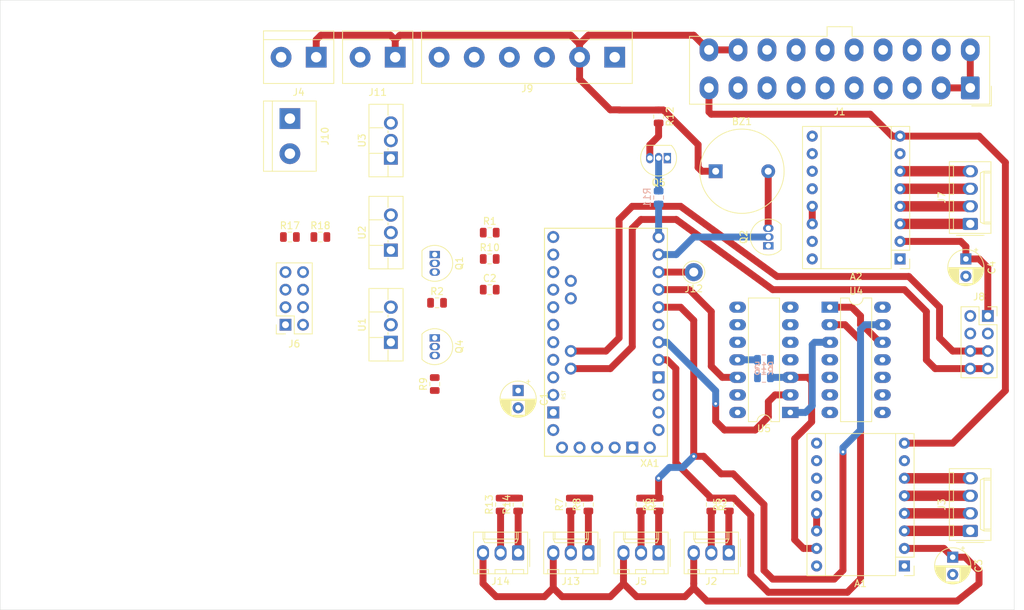
<source format=kicad_pcb>
(kicad_pcb (version 20171130) (host pcbnew "(5.1.5)-3")

  (general
    (thickness 1.6)
    (drawings 4)
    (tracks 195)
    (zones 0)
    (modules 49)
    (nets 76)
  )

  (page A4)
  (layers
    (0 F.Cu signal)
    (31 B.Cu signal)
    (32 B.Adhes user)
    (33 F.Adhes user)
    (34 B.Paste user)
    (35 F.Paste user)
    (36 B.SilkS user)
    (37 F.SilkS user)
    (38 B.Mask user)
    (39 F.Mask user)
    (40 Dwgs.User user)
    (41 Cmts.User user)
    (42 Eco1.User user)
    (43 Eco2.User user)
    (44 Edge.Cuts user)
    (45 Margin user)
    (46 B.CrtYd user)
    (47 F.CrtYd user)
    (48 B.Fab user)
    (49 F.Fab user)
  )

  (setup
    (last_trace_width 1)
    (user_trace_width 1.5)
    (trace_clearance 0.2)
    (zone_clearance 0.508)
    (zone_45_only no)
    (trace_min 0.2)
    (via_size 0.8)
    (via_drill 0.4)
    (via_min_size 0.4)
    (via_min_drill 0.3)
    (uvia_size 0.3)
    (uvia_drill 0.1)
    (uvias_allowed no)
    (uvia_min_size 0.2)
    (uvia_min_drill 0.1)
    (edge_width 0.05)
    (segment_width 0.2)
    (pcb_text_width 0.3)
    (pcb_text_size 1.5 1.5)
    (mod_edge_width 0.12)
    (mod_text_size 1 1)
    (mod_text_width 0.15)
    (pad_size 1.524 1.524)
    (pad_drill 0.762)
    (pad_to_mask_clearance 0.051)
    (solder_mask_min_width 0.25)
    (aux_axis_origin 0 0)
    (visible_elements 7FFFFFFF)
    (pcbplotparams
      (layerselection 0x010fc_fffffffe)
      (usegerberextensions false)
      (usegerberattributes false)
      (usegerberadvancedattributes false)
      (creategerberjobfile false)
      (excludeedgelayer true)
      (linewidth 0.100000)
      (plotframeref false)
      (viasonmask false)
      (mode 1)
      (useauxorigin false)
      (hpglpennumber 1)
      (hpglpenspeed 20)
      (hpglpendiameter 15.000000)
      (psnegative false)
      (psa4output false)
      (plotreference true)
      (plotvalue true)
      (plotinvisibletext false)
      (padsonsilk false)
      (subtractmaskfromsilk false)
      (outputformat 1)
      (mirror false)
      (drillshape 0)
      (scaleselection 1)
      (outputdirectory ""))
  )

  (net 0 "")
  (net 1 "Net-(J1-Pad9)")
  (net 2 "Net-(J1-Pad8)")
  (net 3 +12V)
  (net 4 Step_M1)
  (net 5 GND)
  (net 6 "Net-(A1-Pad13)")
  (net 7 "Net-(A1-Pad6)")
  (net 8 "Net-(A1-Pad5)")
  (net 9 "Net-(A1-Pad12)")
  (net 10 "Net-(A1-Pad4)")
  (net 11 "Net-(A1-Pad11)")
  (net 12 "Net-(A1-Pad3)")
  (net 13 "Net-(A1-Pad10)")
  (net 14 +5V)
  (net 15 "Net-(A1-Pad9)")
  (net 16 Step_M2)
  (net 17 "Net-(A2-Pad13)")
  (net 18 "Net-(A2-Pad6)")
  (net 19 "Net-(A2-Pad5)")
  (net 20 "Net-(A2-Pad12)")
  (net 21 "Net-(A2-Pad4)")
  (net 22 "Net-(A2-Pad11)")
  (net 23 "Net-(A2-Pad3)")
  (net 24 "Net-(A2-Pad10)")
  (net 25 "Net-(A2-Pad9)")
  (net 26 +3V3)
  (net 27 -5V)
  (net 28 -12V)
  (net 29 "Net-(J4-Pad2)")
  (net 30 "Net-(Q1-Pad3)")
  (net 31 "Net-(Q1-Pad2)")
  (net 32 ValvulaG)
  (net 33 "Net-(J2-Pad2)")
  (net 34 "Net-(J5-Pad2)")
  (net 35 "Net-(J8-Pad4)")
  (net 36 "Net-(J8-Pad3)")
  (net 37 "Net-(J10-Pad2)")
  (net 38 "Net-(J11-Pad2)")
  (net 39 "Net-(Q4-Pad3)")
  (net 40 "Net-(Q4-Pad2)")
  (net 41 "Net-(Q5-Pad3)")
  (net 42 "Net-(Q5-Pad2)")
  (net 43 Ac_Ex_2)
  (net 44 A_Step_M1)
  (net 45 A_Step_M2)
  (net 46 Ac_Ex_1)
  (net 47 "Net-(XA1-PadD0)")
  (net 48 "Net-(XA1-PadD1)")
  (net 49 "Net-(XA1-PadA7)")
  (net 50 "Net-(XA1-PadA6)")
  (net 51 "Net-(XA1-PadLPC6)")
  (net 52 "Net-(XA1-PadBLK)")
  (net 53 "Net-(XA1-PadPB5)")
  (net 54 "Net-(XA1-PadPB4)")
  (net 55 "Net-(XA1-PadPVIN)")
  (net 56 Dir)
  (net 57 "Net-(BZ1-Pad2)")
  (net 58 I2C_Sensores_SDA)
  (net 59 I2C_Sensores_SCL)
  (net 60 I2C_GUI_SDA)
  (net 61 I2C_GUI_SCL)
  (net 62 "Net-(J12-Pad1)")
  (net 63 "Net-(J13-Pad2)")
  (net 64 "Net-(J14-Pad2)")
  (net 65 BuzzerG)
  (net 66 FinalCarrera_1)
  (net 67 FinalCarrera_2)
  (net 68 InicioCarrera_1)
  (net 69 InicioCarrera_2)
  (net 70 "Net-(U4-Pad11)")
  (net 71 "Net-(U4-Pad3)")
  (net 72 "Net-(XA1-PadPC6)")
  (net 73 "Net-(XA1-PadGRN)")
  (net 74 "Net-(XA1-PadTX)")
  (net 75 "Net-(XA1-PadRX)")

  (net_class Default "Esta es la clase de red por defecto."
    (clearance 0.2)
    (trace_width 1)
    (via_dia 0.8)
    (via_drill 0.4)
    (uvia_dia 0.3)
    (uvia_drill 0.1)
    (add_net +12V)
    (add_net +3V3)
    (add_net +5V)
    (add_net -12V)
    (add_net -5V)
    (add_net A_Step_M1)
    (add_net A_Step_M2)
    (add_net Ac_Ex_1)
    (add_net Ac_Ex_2)
    (add_net BuzzerG)
    (add_net Dir)
    (add_net FinalCarrera_1)
    (add_net FinalCarrera_2)
    (add_net GND)
    (add_net I2C_GUI_SCL)
    (add_net I2C_GUI_SDA)
    (add_net I2C_Sensores_SCL)
    (add_net I2C_Sensores_SDA)
    (add_net InicioCarrera_1)
    (add_net InicioCarrera_2)
    (add_net "Net-(A1-Pad10)")
    (add_net "Net-(A1-Pad11)")
    (add_net "Net-(A1-Pad12)")
    (add_net "Net-(A1-Pad13)")
    (add_net "Net-(A1-Pad3)")
    (add_net "Net-(A1-Pad4)")
    (add_net "Net-(A1-Pad5)")
    (add_net "Net-(A1-Pad6)")
    (add_net "Net-(A1-Pad9)")
    (add_net "Net-(A2-Pad10)")
    (add_net "Net-(A2-Pad11)")
    (add_net "Net-(A2-Pad12)")
    (add_net "Net-(A2-Pad13)")
    (add_net "Net-(A2-Pad3)")
    (add_net "Net-(A2-Pad4)")
    (add_net "Net-(A2-Pad5)")
    (add_net "Net-(A2-Pad6)")
    (add_net "Net-(A2-Pad9)")
    (add_net "Net-(BZ1-Pad2)")
    (add_net "Net-(J1-Pad8)")
    (add_net "Net-(J1-Pad9)")
    (add_net "Net-(J10-Pad2)")
    (add_net "Net-(J11-Pad2)")
    (add_net "Net-(J12-Pad1)")
    (add_net "Net-(J13-Pad2)")
    (add_net "Net-(J14-Pad2)")
    (add_net "Net-(J2-Pad2)")
    (add_net "Net-(J4-Pad2)")
    (add_net "Net-(J5-Pad2)")
    (add_net "Net-(J8-Pad3)")
    (add_net "Net-(J8-Pad4)")
    (add_net "Net-(Q1-Pad2)")
    (add_net "Net-(Q1-Pad3)")
    (add_net "Net-(Q4-Pad2)")
    (add_net "Net-(Q4-Pad3)")
    (add_net "Net-(Q5-Pad2)")
    (add_net "Net-(Q5-Pad3)")
    (add_net "Net-(U4-Pad11)")
    (add_net "Net-(U4-Pad3)")
    (add_net "Net-(XA1-PadA6)")
    (add_net "Net-(XA1-PadA7)")
    (add_net "Net-(XA1-PadBLK)")
    (add_net "Net-(XA1-PadD0)")
    (add_net "Net-(XA1-PadD1)")
    (add_net "Net-(XA1-PadGRN)")
    (add_net "Net-(XA1-PadLPC6)")
    (add_net "Net-(XA1-PadPB4)")
    (add_net "Net-(XA1-PadPB5)")
    (add_net "Net-(XA1-PadPC6)")
    (add_net "Net-(XA1-PadPVIN)")
    (add_net "Net-(XA1-PadRX)")
    (add_net "Net-(XA1-PadTX)")
    (add_net Step_M1)
    (add_net Step_M2)
    (add_net ValvulaG)
  )

  (net_class motores ""
    (clearance 0.2)
    (trace_width 1.2)
    (via_dia 0.8)
    (via_drill 0.4)
    (uvia_dia 0.3)
    (uvia_drill 0.1)
  )

  (module Resistor_SMD:R_0805_2012Metric (layer F.Cu) (tedit 5B36C52B) (tstamp 5ED46B75)
    (at 122.52 66.675)
    (descr "Resistor SMD 0805 (2012 Metric), square (rectangular) end terminal, IPC_7351 nominal, (Body size source: https://docs.google.com/spreadsheets/d/1BsfQQcO9C6DZCsRaXUlFlo91Tg2WpOkGARC1WS5S8t0/edit?usp=sharing), generated with kicad-footprint-generator")
    (tags resistor)
    (path /5F636355)
    (attr smd)
    (fp_text reference R18 (at 0 -1.65) (layer F.SilkS)
      (effects (font (size 1 1) (thickness 0.15)))
    )
    (fp_text value 1M (at 0 1.65) (layer F.Fab)
      (effects (font (size 1 1) (thickness 0.15)))
    )
    (fp_text user %R (at 0 0) (layer F.Fab)
      (effects (font (size 0.5 0.5) (thickness 0.08)))
    )
    (fp_line (start 1.68 0.95) (end -1.68 0.95) (layer F.CrtYd) (width 0.05))
    (fp_line (start 1.68 -0.95) (end 1.68 0.95) (layer F.CrtYd) (width 0.05))
    (fp_line (start -1.68 -0.95) (end 1.68 -0.95) (layer F.CrtYd) (width 0.05))
    (fp_line (start -1.68 0.95) (end -1.68 -0.95) (layer F.CrtYd) (width 0.05))
    (fp_line (start -0.258578 0.71) (end 0.258578 0.71) (layer F.SilkS) (width 0.12))
    (fp_line (start -0.258578 -0.71) (end 0.258578 -0.71) (layer F.SilkS) (width 0.12))
    (fp_line (start 1 0.6) (end -1 0.6) (layer F.Fab) (width 0.1))
    (fp_line (start 1 -0.6) (end 1 0.6) (layer F.Fab) (width 0.1))
    (fp_line (start -1 -0.6) (end 1 -0.6) (layer F.Fab) (width 0.1))
    (fp_line (start -1 0.6) (end -1 -0.6) (layer F.Fab) (width 0.1))
    (pad 2 smd roundrect (at 0.9375 0) (size 0.975 1.4) (layers F.Cu F.Paste F.Mask) (roundrect_rratio 0.25)
      (net 14 +5V))
    (pad 1 smd roundrect (at -0.9375 0) (size 0.975 1.4) (layers F.Cu F.Paste F.Mask) (roundrect_rratio 0.25)
      (net 58 I2C_Sensores_SDA))
    (model ${KISYS3DMOD}/Resistor_SMD.3dshapes/R_0805_2012Metric.wrl
      (at (xyz 0 0 0))
      (scale (xyz 1 1 1))
      (rotate (xyz 0 0 0))
    )
  )

  (module Resistor_SMD:R_0805_2012Metric (layer F.Cu) (tedit 5B36C52B) (tstamp 5ED46B64)
    (at 118.11 66.675)
    (descr "Resistor SMD 0805 (2012 Metric), square (rectangular) end terminal, IPC_7351 nominal, (Body size source: https://docs.google.com/spreadsheets/d/1BsfQQcO9C6DZCsRaXUlFlo91Tg2WpOkGARC1WS5S8t0/edit?usp=sharing), generated with kicad-footprint-generator")
    (tags resistor)
    (path /5F657651)
    (attr smd)
    (fp_text reference R17 (at 0 -1.65) (layer F.SilkS)
      (effects (font (size 1 1) (thickness 0.15)))
    )
    (fp_text value 1M (at 0 1.65) (layer F.Fab)
      (effects (font (size 1 1) (thickness 0.15)))
    )
    (fp_text user %R (at 0 0) (layer F.Fab)
      (effects (font (size 0.5 0.5) (thickness 0.08)))
    )
    (fp_line (start 1.68 0.95) (end -1.68 0.95) (layer F.CrtYd) (width 0.05))
    (fp_line (start 1.68 -0.95) (end 1.68 0.95) (layer F.CrtYd) (width 0.05))
    (fp_line (start -1.68 -0.95) (end 1.68 -0.95) (layer F.CrtYd) (width 0.05))
    (fp_line (start -1.68 0.95) (end -1.68 -0.95) (layer F.CrtYd) (width 0.05))
    (fp_line (start -0.258578 0.71) (end 0.258578 0.71) (layer F.SilkS) (width 0.12))
    (fp_line (start -0.258578 -0.71) (end 0.258578 -0.71) (layer F.SilkS) (width 0.12))
    (fp_line (start 1 0.6) (end -1 0.6) (layer F.Fab) (width 0.1))
    (fp_line (start 1 -0.6) (end 1 0.6) (layer F.Fab) (width 0.1))
    (fp_line (start -1 -0.6) (end 1 -0.6) (layer F.Fab) (width 0.1))
    (fp_line (start -1 0.6) (end -1 -0.6) (layer F.Fab) (width 0.1))
    (pad 2 smd roundrect (at 0.9375 0) (size 0.975 1.4) (layers F.Cu F.Paste F.Mask) (roundrect_rratio 0.25)
      (net 59 I2C_Sensores_SCL))
    (pad 1 smd roundrect (at -0.9375 0) (size 0.975 1.4) (layers F.Cu F.Paste F.Mask) (roundrect_rratio 0.25)
      (net 14 +5V))
    (model ${KISYS3DMOD}/Resistor_SMD.3dshapes/R_0805_2012Metric.wrl
      (at (xyz 0 0 0))
      (scale (xyz 1 1 1))
      (rotate (xyz 0 0 0))
    )
  )

  (module Package_DIP:DIP-14_W7.62mm_LongPads (layer F.Cu) (tedit 5A02E8C5) (tstamp 5ED38F5C)
    (at 190.5 92.075 180)
    (descr "14-lead though-hole mounted DIP package, row spacing 7.62 mm (300 mils), LongPads")
    (tags "THT DIP DIL PDIP 2.54mm 7.62mm 300mil LongPads")
    (path /5ED3D196)
    (fp_text reference U5 (at 3.81 -2.33) (layer F.SilkS)
      (effects (font (size 1 1) (thickness 0.15)))
    )
    (fp_text value 74LS125 (at 3.81 17.57) (layer F.Fab)
      (effects (font (size 1 1) (thickness 0.15)))
    )
    (fp_text user %R (at 3.81 7.62) (layer F.Fab)
      (effects (font (size 1 1) (thickness 0.15)))
    )
    (fp_line (start 9.1 -1.55) (end -1.45 -1.55) (layer F.CrtYd) (width 0.05))
    (fp_line (start 9.1 16.8) (end 9.1 -1.55) (layer F.CrtYd) (width 0.05))
    (fp_line (start -1.45 16.8) (end 9.1 16.8) (layer F.CrtYd) (width 0.05))
    (fp_line (start -1.45 -1.55) (end -1.45 16.8) (layer F.CrtYd) (width 0.05))
    (fp_line (start 6.06 -1.33) (end 4.81 -1.33) (layer F.SilkS) (width 0.12))
    (fp_line (start 6.06 16.57) (end 6.06 -1.33) (layer F.SilkS) (width 0.12))
    (fp_line (start 1.56 16.57) (end 6.06 16.57) (layer F.SilkS) (width 0.12))
    (fp_line (start 1.56 -1.33) (end 1.56 16.57) (layer F.SilkS) (width 0.12))
    (fp_line (start 2.81 -1.33) (end 1.56 -1.33) (layer F.SilkS) (width 0.12))
    (fp_line (start 0.635 -0.27) (end 1.635 -1.27) (layer F.Fab) (width 0.1))
    (fp_line (start 0.635 16.51) (end 0.635 -0.27) (layer F.Fab) (width 0.1))
    (fp_line (start 6.985 16.51) (end 0.635 16.51) (layer F.Fab) (width 0.1))
    (fp_line (start 6.985 -1.27) (end 6.985 16.51) (layer F.Fab) (width 0.1))
    (fp_line (start 1.635 -1.27) (end 6.985 -1.27) (layer F.Fab) (width 0.1))
    (fp_arc (start 3.81 -1.33) (end 2.81 -1.33) (angle -180) (layer F.SilkS) (width 0.12))
    (pad 14 thru_hole oval (at 7.62 0 180) (size 2.4 1.6) (drill 0.8) (layers *.Cu *.Mask)
      (net 26 +3V3))
    (pad 7 thru_hole oval (at 0 15.24 180) (size 2.4 1.6) (drill 0.8) (layers *.Cu *.Mask)
      (net 5 GND))
    (pad 13 thru_hole oval (at 7.62 2.54 180) (size 2.4 1.6) (drill 0.8) (layers *.Cu *.Mask)
      (net 70 "Net-(U4-Pad11)"))
    (pad 6 thru_hole oval (at 0 12.7 180) (size 2.4 1.6) (drill 0.8) (layers *.Cu *.Mask))
    (pad 12 thru_hole oval (at 7.62 5.08 180) (size 2.4 1.6) (drill 0.8) (layers *.Cu *.Mask)
      (net 45 A_Step_M2))
    (pad 5 thru_hole oval (at 0 10.16 180) (size 2.4 1.6) (drill 0.8) (layers *.Cu *.Mask))
    (pad 11 thru_hole oval (at 7.62 7.62 180) (size 2.4 1.6) (drill 0.8) (layers *.Cu *.Mask)
      (net 16 Step_M2))
    (pad 4 thru_hole oval (at 0 7.62 180) (size 2.4 1.6) (drill 0.8) (layers *.Cu *.Mask))
    (pad 10 thru_hole oval (at 7.62 10.16 180) (size 2.4 1.6) (drill 0.8) (layers *.Cu *.Mask))
    (pad 3 thru_hole oval (at 0 5.08 180) (size 2.4 1.6) (drill 0.8) (layers *.Cu *.Mask)
      (net 4 Step_M1))
    (pad 9 thru_hole oval (at 7.62 12.7 180) (size 2.4 1.6) (drill 0.8) (layers *.Cu *.Mask))
    (pad 2 thru_hole oval (at 0 2.54 180) (size 2.4 1.6) (drill 0.8) (layers *.Cu *.Mask)
      (net 44 A_Step_M1))
    (pad 8 thru_hole oval (at 7.62 15.24 180) (size 2.4 1.6) (drill 0.8) (layers *.Cu *.Mask))
    (pad 1 thru_hole rect (at 0 0 180) (size 2.4 1.6) (drill 0.8) (layers *.Cu *.Mask)
      (net 71 "Net-(U4-Pad3)"))
    (model ${KISYS3DMOD}/Package_DIP.3dshapes/DIP-14_W7.62mm.wrl
      (at (xyz 0 0 0))
      (scale (xyz 1 1 1))
      (rotate (xyz 0 0 0))
    )
  )

  (module Package_DIP:DIP-14_W7.62mm_LongPads (layer F.Cu) (tedit 5A02E8C5) (tstamp 5ED38F3A)
    (at 196.215 76.835)
    (descr "14-lead though-hole mounted DIP package, row spacing 7.62 mm (300 mils), LongPads")
    (tags "THT DIP DIL PDIP 2.54mm 7.62mm 300mil LongPads")
    (path /5ED3B9B3)
    (fp_text reference U4 (at 3.81 -2.33) (layer F.SilkS)
      (effects (font (size 1 1) (thickness 0.15)))
    )
    (fp_text value 74HC00 (at 3.81 17.57) (layer F.Fab)
      (effects (font (size 1 1) (thickness 0.15)))
    )
    (fp_text user %R (at 3.81 7.62) (layer F.Fab)
      (effects (font (size 1 1) (thickness 0.15)))
    )
    (fp_line (start 9.1 -1.55) (end -1.45 -1.55) (layer F.CrtYd) (width 0.05))
    (fp_line (start 9.1 16.8) (end 9.1 -1.55) (layer F.CrtYd) (width 0.05))
    (fp_line (start -1.45 16.8) (end 9.1 16.8) (layer F.CrtYd) (width 0.05))
    (fp_line (start -1.45 -1.55) (end -1.45 16.8) (layer F.CrtYd) (width 0.05))
    (fp_line (start 6.06 -1.33) (end 4.81 -1.33) (layer F.SilkS) (width 0.12))
    (fp_line (start 6.06 16.57) (end 6.06 -1.33) (layer F.SilkS) (width 0.12))
    (fp_line (start 1.56 16.57) (end 6.06 16.57) (layer F.SilkS) (width 0.12))
    (fp_line (start 1.56 -1.33) (end 1.56 16.57) (layer F.SilkS) (width 0.12))
    (fp_line (start 2.81 -1.33) (end 1.56 -1.33) (layer F.SilkS) (width 0.12))
    (fp_line (start 0.635 -0.27) (end 1.635 -1.27) (layer F.Fab) (width 0.1))
    (fp_line (start 0.635 16.51) (end 0.635 -0.27) (layer F.Fab) (width 0.1))
    (fp_line (start 6.985 16.51) (end 0.635 16.51) (layer F.Fab) (width 0.1))
    (fp_line (start 6.985 -1.27) (end 6.985 16.51) (layer F.Fab) (width 0.1))
    (fp_line (start 1.635 -1.27) (end 6.985 -1.27) (layer F.Fab) (width 0.1))
    (fp_arc (start 3.81 -1.33) (end 2.81 -1.33) (angle -180) (layer F.SilkS) (width 0.12))
    (pad 14 thru_hole oval (at 7.62 0) (size 2.4 1.6) (drill 0.8) (layers *.Cu *.Mask)
      (net 26 +3V3))
    (pad 7 thru_hole oval (at 0 15.24) (size 2.4 1.6) (drill 0.8) (layers *.Cu *.Mask)
      (net 5 GND))
    (pad 13 thru_hole oval (at 7.62 2.54) (size 2.4 1.6) (drill 0.8) (layers *.Cu *.Mask)
      (net 67 FinalCarrera_2))
    (pad 6 thru_hole oval (at 0 12.7) (size 2.4 1.6) (drill 0.8) (layers *.Cu *.Mask))
    (pad 12 thru_hole oval (at 7.62 5.08) (size 2.4 1.6) (drill 0.8) (layers *.Cu *.Mask)
      (net 56 Dir))
    (pad 5 thru_hole oval (at 0 10.16) (size 2.4 1.6) (drill 0.8) (layers *.Cu *.Mask))
    (pad 11 thru_hole oval (at 7.62 7.62) (size 2.4 1.6) (drill 0.8) (layers *.Cu *.Mask)
      (net 70 "Net-(U4-Pad11)"))
    (pad 4 thru_hole oval (at 0 7.62) (size 2.4 1.6) (drill 0.8) (layers *.Cu *.Mask))
    (pad 10 thru_hole oval (at 7.62 10.16) (size 2.4 1.6) (drill 0.8) (layers *.Cu *.Mask))
    (pad 3 thru_hole oval (at 0 5.08) (size 2.4 1.6) (drill 0.8) (layers *.Cu *.Mask)
      (net 71 "Net-(U4-Pad3)"))
    (pad 9 thru_hole oval (at 7.62 12.7) (size 2.4 1.6) (drill 0.8) (layers *.Cu *.Mask))
    (pad 2 thru_hole oval (at 0 2.54) (size 2.4 1.6) (drill 0.8) (layers *.Cu *.Mask)
      (net 66 FinalCarrera_1))
    (pad 8 thru_hole oval (at 7.62 15.24) (size 2.4 1.6) (drill 0.8) (layers *.Cu *.Mask))
    (pad 1 thru_hole rect (at 0 0) (size 2.4 1.6) (drill 0.8) (layers *.Cu *.Mask)
      (net 56 Dir))
    (model ${KISYS3DMOD}/Package_DIP.3dshapes/DIP-14_W7.62mm.wrl
      (at (xyz 0 0 0))
      (scale (xyz 1 1 1))
      (rotate (xyz 0 0 0))
    )
  )

  (module Resistor_SMD:R_0805_2012Metric (layer B.Cu) (tedit 5B36C52B) (tstamp 5ED38E70)
    (at 186.69 84.455)
    (descr "Resistor SMD 0805 (2012 Metric), square (rectangular) end terminal, IPC_7351 nominal, (Body size source: https://docs.google.com/spreadsheets/d/1BsfQQcO9C6DZCsRaXUlFlo91Tg2WpOkGARC1WS5S8t0/edit?usp=sharing), generated with kicad-footprint-generator")
    (tags resistor)
    (path /5F3F100D)
    (attr smd)
    (fp_text reference R16 (at 0 1.65 180) (layer B.SilkS)
      (effects (font (size 1 1) (thickness 0.15)) (justify mirror))
    )
    (fp_text value 2K2 (at 0 -1.65 180) (layer B.Fab)
      (effects (font (size 1 1) (thickness 0.15)) (justify mirror))
    )
    (fp_text user %R (at 0 0 180) (layer B.Fab)
      (effects (font (size 0.5 0.5) (thickness 0.08)) (justify mirror))
    )
    (fp_line (start 1.68 -0.95) (end -1.68 -0.95) (layer B.CrtYd) (width 0.05))
    (fp_line (start 1.68 0.95) (end 1.68 -0.95) (layer B.CrtYd) (width 0.05))
    (fp_line (start -1.68 0.95) (end 1.68 0.95) (layer B.CrtYd) (width 0.05))
    (fp_line (start -1.68 -0.95) (end -1.68 0.95) (layer B.CrtYd) (width 0.05))
    (fp_line (start -0.258578 -0.71) (end 0.258578 -0.71) (layer B.SilkS) (width 0.12))
    (fp_line (start -0.258578 0.71) (end 0.258578 0.71) (layer B.SilkS) (width 0.12))
    (fp_line (start 1 -0.6) (end -1 -0.6) (layer B.Fab) (width 0.1))
    (fp_line (start 1 0.6) (end 1 -0.6) (layer B.Fab) (width 0.1))
    (fp_line (start -1 0.6) (end 1 0.6) (layer B.Fab) (width 0.1))
    (fp_line (start -1 -0.6) (end -1 0.6) (layer B.Fab) (width 0.1))
    (pad 2 smd roundrect (at 0.9375 0) (size 0.975 1.4) (layers B.Cu B.Paste B.Mask) (roundrect_rratio 0.25)
      (net 5 GND))
    (pad 1 smd roundrect (at -0.9375 0) (size 0.975 1.4) (layers B.Cu B.Paste B.Mask) (roundrect_rratio 0.25)
      (net 16 Step_M2))
    (model ${KISYS3DMOD}/Resistor_SMD.3dshapes/R_0805_2012Metric.wrl
      (at (xyz 0 0 0))
      (scale (xyz 1 1 1))
      (rotate (xyz 0 0 0))
    )
  )

  (module Resistor_SMD:R_0805_2012Metric (layer B.Cu) (tedit 5B36C52B) (tstamp 5ED3F7B8)
    (at 186.69 86.995 180)
    (descr "Resistor SMD 0805 (2012 Metric), square (rectangular) end terminal, IPC_7351 nominal, (Body size source: https://docs.google.com/spreadsheets/d/1BsfQQcO9C6DZCsRaXUlFlo91Tg2WpOkGARC1WS5S8t0/edit?usp=sharing), generated with kicad-footprint-generator")
    (tags resistor)
    (path /5F3F084E)
    (attr smd)
    (fp_text reference R15 (at 0 1.65 180) (layer B.SilkS)
      (effects (font (size 1 1) (thickness 0.15)) (justify mirror))
    )
    (fp_text value 2K2 (at 0 -1.65 180) (layer B.Fab)
      (effects (font (size 1 1) (thickness 0.15)) (justify mirror))
    )
    (fp_text user %R (at 0 0 90) (layer B.Fab)
      (effects (font (size 0.5 0.5) (thickness 0.08)) (justify mirror))
    )
    (fp_line (start 1.68 -0.95) (end -1.68 -0.95) (layer B.CrtYd) (width 0.05))
    (fp_line (start 1.68 0.95) (end 1.68 -0.95) (layer B.CrtYd) (width 0.05))
    (fp_line (start -1.68 0.95) (end 1.68 0.95) (layer B.CrtYd) (width 0.05))
    (fp_line (start -1.68 -0.95) (end -1.68 0.95) (layer B.CrtYd) (width 0.05))
    (fp_line (start -0.258578 -0.71) (end 0.258578 -0.71) (layer B.SilkS) (width 0.12))
    (fp_line (start -0.258578 0.71) (end 0.258578 0.71) (layer B.SilkS) (width 0.12))
    (fp_line (start 1 -0.6) (end -1 -0.6) (layer B.Fab) (width 0.1))
    (fp_line (start 1 0.6) (end 1 -0.6) (layer B.Fab) (width 0.1))
    (fp_line (start -1 0.6) (end 1 0.6) (layer B.Fab) (width 0.1))
    (fp_line (start -1 -0.6) (end -1 0.6) (layer B.Fab) (width 0.1))
    (pad 2 smd roundrect (at 0.9375 0 180) (size 0.975 1.4) (layers B.Cu B.Paste B.Mask) (roundrect_rratio 0.25)
      (net 5 GND))
    (pad 1 smd roundrect (at -0.9375 0 180) (size 0.975 1.4) (layers B.Cu B.Paste B.Mask) (roundrect_rratio 0.25)
      (net 4 Step_M1))
    (model ${KISYS3DMOD}/Resistor_SMD.3dshapes/R_0805_2012Metric.wrl
      (at (xyz 0 0 0))
      (scale (xyz 1 1 1))
      (rotate (xyz 0 0 0))
    )
  )

  (module Resistor_SMD:R_0805_2012Metric (layer F.Cu) (tedit 5B36C52B) (tstamp 5ED38E4E)
    (at 151.13 105.41 90)
    (descr "Resistor SMD 0805 (2012 Metric), square (rectangular) end terminal, IPC_7351 nominal, (Body size source: https://docs.google.com/spreadsheets/d/1BsfQQcO9C6DZCsRaXUlFlo91Tg2WpOkGARC1WS5S8t0/edit?usp=sharing), generated with kicad-footprint-generator")
    (tags resistor)
    (path /5F06BAF5)
    (attr smd)
    (fp_text reference R14 (at 0 -1.65 90) (layer F.SilkS)
      (effects (font (size 1 1) (thickness 0.15)))
    )
    (fp_text value 3K3 (at 0 1.65 90) (layer F.Fab)
      (effects (font (size 1 1) (thickness 0.15)))
    )
    (fp_text user %R (at 0 0 90) (layer F.Fab)
      (effects (font (size 0.5 0.5) (thickness 0.08)))
    )
    (fp_line (start 1.68 0.95) (end -1.68 0.95) (layer F.CrtYd) (width 0.05))
    (fp_line (start 1.68 -0.95) (end 1.68 0.95) (layer F.CrtYd) (width 0.05))
    (fp_line (start -1.68 -0.95) (end 1.68 -0.95) (layer F.CrtYd) (width 0.05))
    (fp_line (start -1.68 0.95) (end -1.68 -0.95) (layer F.CrtYd) (width 0.05))
    (fp_line (start -0.258578 0.71) (end 0.258578 0.71) (layer F.SilkS) (width 0.12))
    (fp_line (start -0.258578 -0.71) (end 0.258578 -0.71) (layer F.SilkS) (width 0.12))
    (fp_line (start 1 0.6) (end -1 0.6) (layer F.Fab) (width 0.1))
    (fp_line (start 1 -0.6) (end 1 0.6) (layer F.Fab) (width 0.1))
    (fp_line (start -1 -0.6) (end 1 -0.6) (layer F.Fab) (width 0.1))
    (fp_line (start -1 0.6) (end -1 -0.6) (layer F.Fab) (width 0.1))
    (pad 2 smd roundrect (at 0.9375 0 90) (size 0.975 1.4) (layers F.Cu F.Paste F.Mask) (roundrect_rratio 0.25)
      (net 69 InicioCarrera_2))
    (pad 1 smd roundrect (at -0.9375 0 90) (size 0.975 1.4) (layers F.Cu F.Paste F.Mask) (roundrect_rratio 0.25)
      (net 5 GND))
    (model ${KISYS3DMOD}/Resistor_SMD.3dshapes/R_0805_2012Metric.wrl
      (at (xyz 0 0 0))
      (scale (xyz 1 1 1))
      (rotate (xyz 0 0 0))
    )
  )

  (module Resistor_SMD:R_0805_2012Metric (layer F.Cu) (tedit 5B36C52B) (tstamp 5ED3F640)
    (at 148.59 105.41 90)
    (descr "Resistor SMD 0805 (2012 Metric), square (rectangular) end terminal, IPC_7351 nominal, (Body size source: https://docs.google.com/spreadsheets/d/1BsfQQcO9C6DZCsRaXUlFlo91Tg2WpOkGARC1WS5S8t0/edit?usp=sharing), generated with kicad-footprint-generator")
    (tags resistor)
    (path /5F06C16E)
    (attr smd)
    (fp_text reference R13 (at 0 -1.65 90) (layer F.SilkS)
      (effects (font (size 1 1) (thickness 0.15)))
    )
    (fp_text value 2K2 (at 0 1.65 90) (layer F.Fab)
      (effects (font (size 1 1) (thickness 0.15)))
    )
    (fp_text user %R (at 0 0 90) (layer F.Fab)
      (effects (font (size 0.5 0.5) (thickness 0.08)))
    )
    (fp_line (start 1.68 0.95) (end -1.68 0.95) (layer F.CrtYd) (width 0.05))
    (fp_line (start 1.68 -0.95) (end 1.68 0.95) (layer F.CrtYd) (width 0.05))
    (fp_line (start -1.68 -0.95) (end 1.68 -0.95) (layer F.CrtYd) (width 0.05))
    (fp_line (start -1.68 0.95) (end -1.68 -0.95) (layer F.CrtYd) (width 0.05))
    (fp_line (start -0.258578 0.71) (end 0.258578 0.71) (layer F.SilkS) (width 0.12))
    (fp_line (start -0.258578 -0.71) (end 0.258578 -0.71) (layer F.SilkS) (width 0.12))
    (fp_line (start 1 0.6) (end -1 0.6) (layer F.Fab) (width 0.1))
    (fp_line (start 1 -0.6) (end 1 0.6) (layer F.Fab) (width 0.1))
    (fp_line (start -1 -0.6) (end 1 -0.6) (layer F.Fab) (width 0.1))
    (fp_line (start -1 0.6) (end -1 -0.6) (layer F.Fab) (width 0.1))
    (pad 2 smd roundrect (at 0.9375 0 90) (size 0.975 1.4) (layers F.Cu F.Paste F.Mask) (roundrect_rratio 0.25)
      (net 69 InicioCarrera_2))
    (pad 1 smd roundrect (at -0.9375 0 90) (size 0.975 1.4) (layers F.Cu F.Paste F.Mask) (roundrect_rratio 0.25)
      (net 64 "Net-(J14-Pad2)"))
    (model ${KISYS3DMOD}/Resistor_SMD.3dshapes/R_0805_2012Metric.wrl
      (at (xyz 0 0 0))
      (scale (xyz 1 1 1))
      (rotate (xyz 0 0 0))
    )
  )

  (module Resistor_SMD:R_0805_2012Metric (layer F.Cu) (tedit 5B36C52B) (tstamp 5ED3A1FA)
    (at 161.29 105.41 90)
    (descr "Resistor SMD 0805 (2012 Metric), square (rectangular) end terminal, IPC_7351 nominal, (Body size source: https://docs.google.com/spreadsheets/d/1BsfQQcO9C6DZCsRaXUlFlo91Tg2WpOkGARC1WS5S8t0/edit?usp=sharing), generated with kicad-footprint-generator")
    (tags resistor)
    (path /5F06B7E4)
    (attr smd)
    (fp_text reference R8 (at 0 -1.65 90) (layer F.SilkS)
      (effects (font (size 1 1) (thickness 0.15)))
    )
    (fp_text value 3K3 (at 0 1.65 90) (layer F.Fab)
      (effects (font (size 1 1) (thickness 0.15)))
    )
    (fp_text user %R (at 0 0 90) (layer F.Fab)
      (effects (font (size 0.5 0.5) (thickness 0.08)))
    )
    (fp_line (start 1.68 0.95) (end -1.68 0.95) (layer F.CrtYd) (width 0.05))
    (fp_line (start 1.68 -0.95) (end 1.68 0.95) (layer F.CrtYd) (width 0.05))
    (fp_line (start -1.68 -0.95) (end 1.68 -0.95) (layer F.CrtYd) (width 0.05))
    (fp_line (start -1.68 0.95) (end -1.68 -0.95) (layer F.CrtYd) (width 0.05))
    (fp_line (start -0.258578 0.71) (end 0.258578 0.71) (layer F.SilkS) (width 0.12))
    (fp_line (start -0.258578 -0.71) (end 0.258578 -0.71) (layer F.SilkS) (width 0.12))
    (fp_line (start 1 0.6) (end -1 0.6) (layer F.Fab) (width 0.1))
    (fp_line (start 1 -0.6) (end 1 0.6) (layer F.Fab) (width 0.1))
    (fp_line (start -1 -0.6) (end 1 -0.6) (layer F.Fab) (width 0.1))
    (fp_line (start -1 0.6) (end -1 -0.6) (layer F.Fab) (width 0.1))
    (pad 2 smd roundrect (at 0.9375 0 90) (size 0.975 1.4) (layers F.Cu F.Paste F.Mask) (roundrect_rratio 0.25)
      (net 68 InicioCarrera_1))
    (pad 1 smd roundrect (at -0.9375 0 90) (size 0.975 1.4) (layers F.Cu F.Paste F.Mask) (roundrect_rratio 0.25)
      (net 5 GND))
    (model ${KISYS3DMOD}/Resistor_SMD.3dshapes/R_0805_2012Metric.wrl
      (at (xyz 0 0 0))
      (scale (xyz 1 1 1))
      (rotate (xyz 0 0 0))
    )
  )

  (module Resistor_SMD:R_0805_2012Metric (layer F.Cu) (tedit 5B36C52B) (tstamp 5ED3A157)
    (at 158.75 105.41 90)
    (descr "Resistor SMD 0805 (2012 Metric), square (rectangular) end terminal, IPC_7351 nominal, (Body size source: https://docs.google.com/spreadsheets/d/1BsfQQcO9C6DZCsRaXUlFlo91Tg2WpOkGARC1WS5S8t0/edit?usp=sharing), generated with kicad-footprint-generator")
    (tags resistor)
    (path /5F06BE4A)
    (attr smd)
    (fp_text reference R7 (at 0 -1.65 90) (layer F.SilkS)
      (effects (font (size 1 1) (thickness 0.15)))
    )
    (fp_text value 2K2 (at 0 1.65 90) (layer F.Fab)
      (effects (font (size 1 1) (thickness 0.15)))
    )
    (fp_text user %R (at 0 0 90) (layer F.Fab)
      (effects (font (size 0.5 0.5) (thickness 0.08)))
    )
    (fp_line (start 1.68 0.95) (end -1.68 0.95) (layer F.CrtYd) (width 0.05))
    (fp_line (start 1.68 -0.95) (end 1.68 0.95) (layer F.CrtYd) (width 0.05))
    (fp_line (start -1.68 -0.95) (end 1.68 -0.95) (layer F.CrtYd) (width 0.05))
    (fp_line (start -1.68 0.95) (end -1.68 -0.95) (layer F.CrtYd) (width 0.05))
    (fp_line (start -0.258578 0.71) (end 0.258578 0.71) (layer F.SilkS) (width 0.12))
    (fp_line (start -0.258578 -0.71) (end 0.258578 -0.71) (layer F.SilkS) (width 0.12))
    (fp_line (start 1 0.6) (end -1 0.6) (layer F.Fab) (width 0.1))
    (fp_line (start 1 -0.6) (end 1 0.6) (layer F.Fab) (width 0.1))
    (fp_line (start -1 -0.6) (end 1 -0.6) (layer F.Fab) (width 0.1))
    (fp_line (start -1 0.6) (end -1 -0.6) (layer F.Fab) (width 0.1))
    (pad 2 smd roundrect (at 0.9375 0 90) (size 0.975 1.4) (layers F.Cu F.Paste F.Mask) (roundrect_rratio 0.25)
      (net 68 InicioCarrera_1))
    (pad 1 smd roundrect (at -0.9375 0 90) (size 0.975 1.4) (layers F.Cu F.Paste F.Mask) (roundrect_rratio 0.25)
      (net 63 "Net-(J13-Pad2)"))
    (model ${KISYS3DMOD}/Resistor_SMD.3dshapes/R_0805_2012Metric.wrl
      (at (xyz 0 0 0))
      (scale (xyz 1 1 1))
      (rotate (xyz 0 0 0))
    )
  )

  (module Package_TO_SOT_THT:TO-92_Inline (layer F.Cu) (tedit 5A1DD157) (tstamp 5ED38C86)
    (at 187.325 67.945 90)
    (descr "TO-92 leads in-line, narrow, oval pads, drill 0.75mm (see NXP sot054_po.pdf)")
    (tags "to-92 sc-43 sc-43a sot54 PA33 transistor")
    (path /5F1D0B15)
    (fp_text reference Q2 (at 1.27 -3.56 90) (layer F.SilkS)
      (effects (font (size 1 1) (thickness 0.15)))
    )
    (fp_text value 2N7000 (at 1.27 2.79 90) (layer F.Fab)
      (effects (font (size 1 1) (thickness 0.15)))
    )
    (fp_arc (start 1.27 0) (end 1.27 -2.6) (angle 135) (layer F.SilkS) (width 0.12))
    (fp_arc (start 1.27 0) (end 1.27 -2.48) (angle -135) (layer F.Fab) (width 0.1))
    (fp_arc (start 1.27 0) (end 1.27 -2.6) (angle -135) (layer F.SilkS) (width 0.12))
    (fp_arc (start 1.27 0) (end 1.27 -2.48) (angle 135) (layer F.Fab) (width 0.1))
    (fp_line (start 4 2.01) (end -1.46 2.01) (layer F.CrtYd) (width 0.05))
    (fp_line (start 4 2.01) (end 4 -2.73) (layer F.CrtYd) (width 0.05))
    (fp_line (start -1.46 -2.73) (end -1.46 2.01) (layer F.CrtYd) (width 0.05))
    (fp_line (start -1.46 -2.73) (end 4 -2.73) (layer F.CrtYd) (width 0.05))
    (fp_line (start -0.5 1.75) (end 3 1.75) (layer F.Fab) (width 0.1))
    (fp_line (start -0.53 1.85) (end 3.07 1.85) (layer F.SilkS) (width 0.12))
    (fp_text user %R (at 1.27 -3.56 90) (layer F.Fab)
      (effects (font (size 1 1) (thickness 0.15)))
    )
    (pad 1 thru_hole rect (at 0 0 90) (size 1.05 1.5) (drill 0.75) (layers *.Cu *.Mask)
      (net 5 GND))
    (pad 3 thru_hole oval (at 2.54 0 90) (size 1.05 1.5) (drill 0.75) (layers *.Cu *.Mask)
      (net 57 "Net-(BZ1-Pad2)"))
    (pad 2 thru_hole oval (at 1.27 0 90) (size 1.05 1.5) (drill 0.75) (layers *.Cu *.Mask)
      (net 65 BuzzerG))
    (model ${KISYS3DMOD}/Package_TO_SOT_THT.3dshapes/TO-92_Inline.wrl
      (at (xyz 0 0 0))
      (scale (xyz 1 1 1))
      (rotate (xyz 0 0 0))
    )
  )

  (module Connector_Molex:Molex_KK-254_AE-6410-03A_1x03_P2.54mm_Vertical (layer F.Cu) (tedit 5B78013E) (tstamp 5ED3A82B)
    (at 151.13 112.395 180)
    (descr "Molex KK-254 Interconnect System, old/engineering part number: AE-6410-03A example for new part number: 22-27-2031, 3 Pins (http://www.molex.com/pdm_docs/sd/022272021_sd.pdf), generated with kicad-footprint-generator")
    (tags "connector Molex KK-254 side entry")
    (path /5F06A7A9)
    (fp_text reference J14 (at 2.54 -4.12) (layer F.SilkS)
      (effects (font (size 1 1) (thickness 0.15)))
    )
    (fp_text value Limit_Switch4 (at 2.54 4.08) (layer F.Fab)
      (effects (font (size 1 1) (thickness 0.15)))
    )
    (fp_text user %R (at 2.54 -2.22) (layer F.Fab)
      (effects (font (size 1 1) (thickness 0.15)))
    )
    (fp_line (start 6.85 -3.42) (end -1.77 -3.42) (layer F.CrtYd) (width 0.05))
    (fp_line (start 6.85 3.38) (end 6.85 -3.42) (layer F.CrtYd) (width 0.05))
    (fp_line (start -1.77 3.38) (end 6.85 3.38) (layer F.CrtYd) (width 0.05))
    (fp_line (start -1.77 -3.42) (end -1.77 3.38) (layer F.CrtYd) (width 0.05))
    (fp_line (start 5.88 -2.43) (end 5.88 -3.03) (layer F.SilkS) (width 0.12))
    (fp_line (start 4.28 -2.43) (end 5.88 -2.43) (layer F.SilkS) (width 0.12))
    (fp_line (start 4.28 -3.03) (end 4.28 -2.43) (layer F.SilkS) (width 0.12))
    (fp_line (start 3.34 -2.43) (end 3.34 -3.03) (layer F.SilkS) (width 0.12))
    (fp_line (start 1.74 -2.43) (end 3.34 -2.43) (layer F.SilkS) (width 0.12))
    (fp_line (start 1.74 -3.03) (end 1.74 -2.43) (layer F.SilkS) (width 0.12))
    (fp_line (start 0.8 -2.43) (end 0.8 -3.03) (layer F.SilkS) (width 0.12))
    (fp_line (start -0.8 -2.43) (end 0.8 -2.43) (layer F.SilkS) (width 0.12))
    (fp_line (start -0.8 -3.03) (end -0.8 -2.43) (layer F.SilkS) (width 0.12))
    (fp_line (start 4.83 2.99) (end 4.83 1.99) (layer F.SilkS) (width 0.12))
    (fp_line (start 0.25 2.99) (end 0.25 1.99) (layer F.SilkS) (width 0.12))
    (fp_line (start 4.83 1.46) (end 5.08 1.99) (layer F.SilkS) (width 0.12))
    (fp_line (start 0.25 1.46) (end 4.83 1.46) (layer F.SilkS) (width 0.12))
    (fp_line (start 0 1.99) (end 0.25 1.46) (layer F.SilkS) (width 0.12))
    (fp_line (start 5.08 1.99) (end 5.08 2.99) (layer F.SilkS) (width 0.12))
    (fp_line (start 0 1.99) (end 5.08 1.99) (layer F.SilkS) (width 0.12))
    (fp_line (start 0 2.99) (end 0 1.99) (layer F.SilkS) (width 0.12))
    (fp_line (start -0.562893 0) (end -1.27 0.5) (layer F.Fab) (width 0.1))
    (fp_line (start -1.27 -0.5) (end -0.562893 0) (layer F.Fab) (width 0.1))
    (fp_line (start -1.67 -2) (end -1.67 2) (layer F.SilkS) (width 0.12))
    (fp_line (start 6.46 -3.03) (end -1.38 -3.03) (layer F.SilkS) (width 0.12))
    (fp_line (start 6.46 2.99) (end 6.46 -3.03) (layer F.SilkS) (width 0.12))
    (fp_line (start -1.38 2.99) (end 6.46 2.99) (layer F.SilkS) (width 0.12))
    (fp_line (start -1.38 -3.03) (end -1.38 2.99) (layer F.SilkS) (width 0.12))
    (fp_line (start 6.35 -2.92) (end -1.27 -2.92) (layer F.Fab) (width 0.1))
    (fp_line (start 6.35 2.88) (end 6.35 -2.92) (layer F.Fab) (width 0.1))
    (fp_line (start -1.27 2.88) (end 6.35 2.88) (layer F.Fab) (width 0.1))
    (fp_line (start -1.27 -2.92) (end -1.27 2.88) (layer F.Fab) (width 0.1))
    (pad 3 thru_hole oval (at 5.08 0 180) (size 1.74 2.2) (drill 1.2) (layers *.Cu *.Mask)
      (net 14 +5V))
    (pad 2 thru_hole oval (at 2.54 0 180) (size 1.74 2.2) (drill 1.2) (layers *.Cu *.Mask)
      (net 64 "Net-(J14-Pad2)"))
    (pad 1 thru_hole roundrect (at 0 0 180) (size 1.74 2.2) (drill 1.2) (layers *.Cu *.Mask) (roundrect_rratio 0.143678)
      (net 5 GND))
    (model ${KISYS3DMOD}/Connector_Molex.3dshapes/Molex_KK-254_AE-6410-03A_1x03_P2.54mm_Vertical.wrl
      (at (xyz 0 0 0))
      (scale (xyz 1 1 1))
      (rotate (xyz 0 0 0))
    )
  )

  (module Connector_Molex:Molex_KK-254_AE-6410-03A_1x03_P2.54mm_Vertical (layer F.Cu) (tedit 5B78013E) (tstamp 5ED3A2C1)
    (at 161.29 112.395 180)
    (descr "Molex KK-254 Interconnect System, old/engineering part number: AE-6410-03A example for new part number: 22-27-2031, 3 Pins (http://www.molex.com/pdm_docs/sd/022272021_sd.pdf), generated with kicad-footprint-generator")
    (tags "connector Molex KK-254 side entry")
    (path /5F06A259)
    (fp_text reference J13 (at 2.54 -4.12) (layer F.SilkS)
      (effects (font (size 1 1) (thickness 0.15)))
    )
    (fp_text value Limit_Switch3 (at 2.54 4.08) (layer F.Fab)
      (effects (font (size 1 1) (thickness 0.15)))
    )
    (fp_text user %R (at 2.54 -2.22) (layer F.Fab)
      (effects (font (size 1 1) (thickness 0.15)))
    )
    (fp_line (start 6.85 -3.42) (end -1.77 -3.42) (layer F.CrtYd) (width 0.05))
    (fp_line (start 6.85 3.38) (end 6.85 -3.42) (layer F.CrtYd) (width 0.05))
    (fp_line (start -1.77 3.38) (end 6.85 3.38) (layer F.CrtYd) (width 0.05))
    (fp_line (start -1.77 -3.42) (end -1.77 3.38) (layer F.CrtYd) (width 0.05))
    (fp_line (start 5.88 -2.43) (end 5.88 -3.03) (layer F.SilkS) (width 0.12))
    (fp_line (start 4.28 -2.43) (end 5.88 -2.43) (layer F.SilkS) (width 0.12))
    (fp_line (start 4.28 -3.03) (end 4.28 -2.43) (layer F.SilkS) (width 0.12))
    (fp_line (start 3.34 -2.43) (end 3.34 -3.03) (layer F.SilkS) (width 0.12))
    (fp_line (start 1.74 -2.43) (end 3.34 -2.43) (layer F.SilkS) (width 0.12))
    (fp_line (start 1.74 -3.03) (end 1.74 -2.43) (layer F.SilkS) (width 0.12))
    (fp_line (start 0.8 -2.43) (end 0.8 -3.03) (layer F.SilkS) (width 0.12))
    (fp_line (start -0.8 -2.43) (end 0.8 -2.43) (layer F.SilkS) (width 0.12))
    (fp_line (start -0.8 -3.03) (end -0.8 -2.43) (layer F.SilkS) (width 0.12))
    (fp_line (start 4.83 2.99) (end 4.83 1.99) (layer F.SilkS) (width 0.12))
    (fp_line (start 0.25 2.99) (end 0.25 1.99) (layer F.SilkS) (width 0.12))
    (fp_line (start 4.83 1.46) (end 5.08 1.99) (layer F.SilkS) (width 0.12))
    (fp_line (start 0.25 1.46) (end 4.83 1.46) (layer F.SilkS) (width 0.12))
    (fp_line (start 0 1.99) (end 0.25 1.46) (layer F.SilkS) (width 0.12))
    (fp_line (start 5.08 1.99) (end 5.08 2.99) (layer F.SilkS) (width 0.12))
    (fp_line (start 0 1.99) (end 5.08 1.99) (layer F.SilkS) (width 0.12))
    (fp_line (start 0 2.99) (end 0 1.99) (layer F.SilkS) (width 0.12))
    (fp_line (start -0.562893 0) (end -1.27 0.5) (layer F.Fab) (width 0.1))
    (fp_line (start -1.27 -0.5) (end -0.562893 0) (layer F.Fab) (width 0.1))
    (fp_line (start -1.67 -2) (end -1.67 2) (layer F.SilkS) (width 0.12))
    (fp_line (start 6.46 -3.03) (end -1.38 -3.03) (layer F.SilkS) (width 0.12))
    (fp_line (start 6.46 2.99) (end 6.46 -3.03) (layer F.SilkS) (width 0.12))
    (fp_line (start -1.38 2.99) (end 6.46 2.99) (layer F.SilkS) (width 0.12))
    (fp_line (start -1.38 -3.03) (end -1.38 2.99) (layer F.SilkS) (width 0.12))
    (fp_line (start 6.35 -2.92) (end -1.27 -2.92) (layer F.Fab) (width 0.1))
    (fp_line (start 6.35 2.88) (end 6.35 -2.92) (layer F.Fab) (width 0.1))
    (fp_line (start -1.27 2.88) (end 6.35 2.88) (layer F.Fab) (width 0.1))
    (fp_line (start -1.27 -2.92) (end -1.27 2.88) (layer F.Fab) (width 0.1))
    (pad 3 thru_hole oval (at 5.08 0 180) (size 1.74 2.2) (drill 1.2) (layers *.Cu *.Mask)
      (net 14 +5V))
    (pad 2 thru_hole oval (at 2.54 0 180) (size 1.74 2.2) (drill 1.2) (layers *.Cu *.Mask)
      (net 63 "Net-(J13-Pad2)"))
    (pad 1 thru_hole roundrect (at 0 0 180) (size 1.74 2.2) (drill 1.2) (layers *.Cu *.Mask) (roundrect_rratio 0.143678)
      (net 5 GND))
    (model ${KISYS3DMOD}/Connector_Molex.3dshapes/Molex_KK-254_AE-6410-03A_1x03_P2.54mm_Vertical.wrl
      (at (xyz 0 0 0))
      (scale (xyz 1 1 1))
      (rotate (xyz 0 0 0))
    )
  )

  (module Connector_Pin:Pin_D1.3mm_L11.0mm (layer F.Cu) (tedit 5A1DC085) (tstamp 5ED38C02)
    (at 176.53 71.755)
    (descr "solder Pin_ diameter 1.3mm, hole diameter 1.3mm, length 11.0mm")
    (tags "solder Pin_ pressfit")
    (path /5EF1B0F0)
    (fp_text reference J12 (at 0 2.4) (layer F.SilkS)
      (effects (font (size 1 1) (thickness 0.15)))
    )
    (fp_text value Debug (at 0 -2.05) (layer F.Fab)
      (effects (font (size 1 1) (thickness 0.15)))
    )
    (fp_circle (center 0 0) (end 1.6 0.05) (layer F.SilkS) (width 0.12))
    (fp_circle (center 0 0) (end 1.25 -0.05) (layer F.Fab) (width 0.12))
    (fp_circle (center 0 0) (end 0.65 -0.05) (layer F.Fab) (width 0.12))
    (fp_circle (center 0 0) (end 1.8 0) (layer F.CrtYd) (width 0.05))
    (fp_text user %R (at 0 2.4) (layer F.Fab)
      (effects (font (size 1 1) (thickness 0.15)))
    )
    (pad 1 thru_hole circle (at 0 0) (size 2.6 2.6) (drill 1.3) (layers *.Cu *.Mask)
      (net 62 "Net-(J12-Pad1)"))
    (model ${KISYS3DMOD}/Connector_Pin.3dshapes/Pin_D1.3mm_L11.0mm.wrl
      (at (xyz 0 0 0))
      (scale (xyz 1 1 1))
      (rotate (xyz 0 0 0))
    )
  )

  (module Buzzer_Beeper:Buzzer_12x9.5RM7.6 (layer F.Cu) (tedit 5A030281) (tstamp 5ED38538)
    (at 179.705 57.15)
    (descr "Generic Buzzer, D12mm height 9.5mm with RM7.6mm")
    (tags buzzer)
    (path /5F1D2421)
    (fp_text reference BZ1 (at 3.8 -7.2) (layer F.SilkS)
      (effects (font (size 1 1) (thickness 0.15)))
    )
    (fp_text value Buzzer (at 3.8 7.4) (layer F.Fab)
      (effects (font (size 1 1) (thickness 0.15)))
    )
    (fp_circle (center 3.8 0) (end 9.9 0) (layer F.SilkS) (width 0.12))
    (fp_circle (center 3.8 0) (end 4.8 0) (layer F.Fab) (width 0.1))
    (fp_circle (center 3.8 0) (end 9.8 0) (layer F.Fab) (width 0.1))
    (fp_circle (center 3.8 0) (end 10.05 0) (layer F.CrtYd) (width 0.05))
    (fp_text user %R (at 3.8 -4) (layer F.Fab)
      (effects (font (size 1 1) (thickness 0.15)))
    )
    (fp_text user + (at -0.01 -2.54) (layer F.Fab)
      (effects (font (size 1 1) (thickness 0.15)))
    )
    (fp_text user + (at -0.01 -2.54) (layer F.Fab)
      (effects (font (size 1 1) (thickness 0.15)))
    )
    (pad 2 thru_hole circle (at 7.6 0) (size 2 2) (drill 1) (layers *.Cu *.Mask)
      (net 57 "Net-(BZ1-Pad2)"))
    (pad 1 thru_hole rect (at 0 0) (size 2 2) (drill 1) (layers *.Cu *.Mask)
      (net 14 +5V))
    (model ${KISYS3DMOD}/Buzzer_Beeper.3dshapes/Buzzer_12x9.5RM7.6.wrl
      (at (xyz 0 0 0))
      (scale (xyz 1 1 1))
      (rotate (xyz 0 0 0))
    )
  )

  (module PCB-fuente_2step_ATmega:Arduino_Mini_Socket (layer F.Cu) (tedit 5EAF279A) (tstamp 5ED3C583)
    (at 172.72 67.945 180)
    (descr https://store.arduino.cc/arduino-mini-05)
    (path /5F3225DE)
    (fp_text reference XA1 (at 2.54 -31.496) (layer F.SilkS)
      (effects (font (size 1 1) (thickness 0.15)))
    )
    (fp_text value Arduino_Pro_Mini_3V3 (at 9.525 -12.7 90) (layer F.Fab)
      (effects (font (size 1 1) (thickness 0.15)))
    )
    (fp_line (start 17.78 2.54) (end 0 2.54) (layer F.SilkS) (width 0.15))
    (fp_line (start 17.78 -30.48) (end 17.78 2.54) (layer F.SilkS) (width 0.15))
    (fp_line (start 0 -30.48) (end 17.78 -30.48) (layer F.SilkS) (width 0.15))
    (fp_line (start 0 2.54) (end 0 -30.48) (layer F.SilkS) (width 0.15))
    (fp_text user RST (at 14.986 -21.59 90) (layer F.SilkS)
      (effects (font (size 0.5 0.5) (thickness 0.075)))
    )
    (fp_line (start 18.034 3.81) (end -0.254 3.81) (layer F.CrtYd) (width 0.15))
    (fp_line (start 18.034 -30.734) (end 18.034 3.81) (layer F.CrtYd) (width 0.15))
    (fp_line (start -0.254 -30.734) (end 18.034 -30.734) (layer F.CrtYd) (width 0.15))
    (fp_line (start -0.254 3.81) (end -0.254 -30.734) (layer F.CrtYd) (width 0.15))
    (pad PD8 thru_hole circle (at 1.27 -1.27 180) (size 1.7272 1.7272) (drill 1.016) (layers *.Cu *.Mask)
      (net 65 BuzzerG))
    (pad A4 thru_hole circle (at 13.97 -17.78 180) (size 1.7272 1.7272) (drill 1.016) (layers *.Cu *.Mask)
      (net 60 I2C_GUI_SDA))
    (pad PD7 thru_hole circle (at 1.27 -3.81 180) (size 1.7272 1.7272) (drill 1.016) (layers *.Cu *.Mask)
      (net 62 "Net-(J12-Pad1)"))
    (pad PD6 thru_hole circle (at 1.27 -6.35 180) (size 1.7272 1.7272) (drill 1.016) (layers *.Cu *.Mask)
      (net 45 A_Step_M2))
    (pad PD5 thru_hole circle (at 1.27 -8.89 180) (size 1.7272 1.7272) (drill 1.016) (layers *.Cu *.Mask)
      (net 67 FinalCarrera_2))
    (pad PD4 thru_hole circle (at 1.27 -11.43 180) (size 1.7272 1.7272) (drill 1.016) (layers *.Cu *.Mask)
      (net 56 Dir))
    (pad PD3 thru_hole circle (at 1.27 -13.97 180) (size 1.7272 1.7272) (drill 1.016) (layers *.Cu *.Mask)
      (net 44 A_Step_M1))
    (pad PD2 thru_hole circle (at 1.27 -16.51 180) (size 1.7272 1.7272) (drill 1.016) (layers *.Cu *.Mask)
      (net 66 FinalCarrera_1))
    (pad GND2 thru_hole rect (at 1.27 -19.05 180) (size 1.7272 1.7272) (drill 1.016) (layers *.Cu *.Mask)
      (net 5 GND))
    (pad LPC6 thru_hole circle (at 1.27 -21.59) (size 1.7272 1.7272) (drill 1.016) (layers *.Cu *.Mask)
      (net 51 "Net-(XA1-PadLPC6)"))
    (pad D0 thru_hole circle (at 1.27 -24.13 180) (size 1.7272 1.7272) (drill 1.016) (layers *.Cu *.Mask)
      (net 47 "Net-(XA1-PadD0)"))
    (pad D1 thru_hole circle (at 1.27 -26.67 180) (size 1.7272 1.7272) (drill 1.016) (layers *.Cu *.Mask)
      (net 48 "Net-(XA1-PadD1)"))
    (pad BLK thru_hole circle (at 2.54 -29.21 180) (size 1.7272 1.7272) (drill 1.016) (layers *.Cu *.Mask)
      (net 52 "Net-(XA1-PadBLK)"))
    (pad A5 thru_hole circle (at 13.97 -15.24 180) (size 1.7272 1.7272) (drill 1.016) (layers *.Cu *.Mask)
      (net 61 I2C_GUI_SCL))
    (pad A7 thru_hole circle (at 13.97 -7.62 180) (size 1.7272 1.7272) (drill 1.016) (layers *.Cu *.Mask)
      (net 49 "Net-(XA1-PadA7)"))
    (pad A6 thru_hole circle (at 13.97 -5.08 180) (size 1.7272 1.7272) (drill 1.016) (layers *.Cu *.Mask)
      (net 50 "Net-(XA1-PadA6)"))
    (pad VIN thru_hole circle (at 16.51 -19.05 180) (size 1.7272 1.7272) (drill 1.016) (layers *.Cu *.Mask)
      (net 26 +3V3))
    (pad PB2 thru_hole circle (at 16.51 1.27 180) (size 1.7272 1.7272) (drill 1.016) (layers *.Cu *.Mask)
      (net 43 Ac_Ex_2))
    (pad PD9 thru_hole circle (at 1.27 1.27 180) (size 1.7272 1.7272) (drill 1.016) (layers *.Cu *.Mask)
      (net 32 ValvulaG))
    (pad GND3 thru_hole rect (at 16.51 -24.13 180) (size 1.7272 1.7272) (drill 1.016) (layers *.Cu *.Mask)
      (net 5 GND))
    (pad PC6 thru_hole circle (at 16.51 -21.59 180) (size 1.7272 1.7272) (drill 1.016) (layers *.Cu *.Mask)
      (net 72 "Net-(XA1-PadPC6)"))
    (pad 5V12V thru_hole circle (at 16.51 -26.67 180) (size 1.7272 1.7272) (drill 1.016) (layers *.Cu *.Mask)
      (net 14 +5V))
    (pad PC3 thru_hole circle (at 16.51 -16.51 180) (size 1.7272 1.7272) (drill 1.016) (layers *.Cu *.Mask)
      (net 59 I2C_Sensores_SCL))
    (pad PC2 thru_hole circle (at 16.51 -13.97 180) (size 1.7272 1.7272) (drill 1.016) (layers *.Cu *.Mask)
      (net 58 I2C_Sensores_SDA))
    (pad PC1 thru_hole circle (at 16.51 -11.43 180) (size 1.7272 1.7272) (drill 1.016) (layers *.Cu *.Mask)
      (net 69 InicioCarrera_2))
    (pad PC0 thru_hole circle (at 16.51 -8.89 180) (size 1.7272 1.7272) (drill 1.016) (layers *.Cu *.Mask)
      (net 68 InicioCarrera_1))
    (pad PB5 thru_hole circle (at 16.51 -6.35 180) (size 1.7272 1.7272) (drill 1.016) (layers *.Cu *.Mask)
      (net 53 "Net-(XA1-PadPB5)"))
    (pad PB4 thru_hole circle (at 16.51 -3.81 180) (size 1.7272 1.7272) (drill 1.016) (layers *.Cu *.Mask)
      (net 54 "Net-(XA1-PadPB4)"))
    (pad PB3 thru_hole circle (at 16.51 -1.27 180) (size 1.7272 1.7272) (drill 1.016) (layers *.Cu *.Mask)
      (net 46 Ac_Ex_1))
    (pad GRN thru_hole circle (at 15.24 -29.21 180) (size 1.7272 1.7272) (drill 1.016) (layers *.Cu *.Mask)
      (net 73 "Net-(XA1-PadGRN)"))
    (pad TX thru_hole circle (at 12.7 -29.21 180) (size 1.7272 1.7272) (drill 1.016) (layers *.Cu *.Mask)
      (net 74 "Net-(XA1-PadTX)"))
    (pad RX thru_hole circle (at 10.16 -29.21 180) (size 1.7272 1.7272) (drill 1.016) (layers *.Cu *.Mask)
      (net 75 "Net-(XA1-PadRX)"))
    (pad PVIN thru_hole circle (at 7.62 -29.21 180) (size 1.7272 1.7272) (drill 1.016) (layers *.Cu *.Mask)
      (net 55 "Net-(XA1-PadPVIN)"))
    (pad GND1 thru_hole rect (at 5.08 -29.21 180) (size 1.7272 1.7272) (drill 1.016) (layers *.Cu *.Mask)
      (net 5 GND))
  )

  (module Package_TO_SOT_THT:TO-220F-3_Vertical (layer F.Cu) (tedit 5AC8BA0D) (tstamp 5EAFAEA7)
    (at 132.715 55.245 90)
    (descr "TO-220F-3, Vertical, RM 2.54mm, see http://www.st.com/resource/en/datasheet/stp20nm60.pdf")
    (tags "TO-220F-3 Vertical RM 2.54mm")
    (path /5F0CDC5C)
    (fp_text reference U3 (at 2.54 -4.1675 90) (layer F.SilkS)
      (effects (font (size 1 1) (thickness 0.15)))
    )
    (fp_text value IRFZ44N (at 2.54 2.9025 90) (layer F.Fab)
      (effects (font (size 1 1) (thickness 0.15)))
    )
    (fp_text user %R (at 2.54 -4.1675 90) (layer F.Fab)
      (effects (font (size 1 1) (thickness 0.15)))
    )
    (fp_line (start 7.92 -3.3) (end -2.84 -3.3) (layer F.CrtYd) (width 0.05))
    (fp_line (start 7.92 1.91) (end 7.92 -3.3) (layer F.CrtYd) (width 0.05))
    (fp_line (start -2.84 1.91) (end 7.92 1.91) (layer F.CrtYd) (width 0.05))
    (fp_line (start -2.84 -3.3) (end -2.84 1.91) (layer F.CrtYd) (width 0.05))
    (fp_line (start 4.391 -3.168) (end 4.391 -1.15) (layer F.SilkS) (width 0.12))
    (fp_line (start 0.69 -3.168) (end 0.69 -1.15) (layer F.SilkS) (width 0.12))
    (fp_line (start 6.183 -0.408) (end 7.79 -0.408) (layer F.SilkS) (width 0.12))
    (fp_line (start 3.643 -0.408) (end 3.978 -0.408) (layer F.SilkS) (width 0.12))
    (fp_line (start 1.103 -0.408) (end 1.438 -0.408) (layer F.SilkS) (width 0.12))
    (fp_line (start -2.71 -0.408) (end -1.103 -0.408) (layer F.SilkS) (width 0.12))
    (fp_line (start 7.79 -3.168) (end 7.79 1.773) (layer F.SilkS) (width 0.12))
    (fp_line (start -2.71 -3.168) (end -2.71 1.773) (layer F.SilkS) (width 0.12))
    (fp_line (start -2.71 1.773) (end 7.79 1.773) (layer F.SilkS) (width 0.12))
    (fp_line (start -2.71 -3.168) (end 7.79 -3.168) (layer F.SilkS) (width 0.12))
    (fp_line (start 4.39 -3.0475) (end 4.39 -0.5275) (layer F.Fab) (width 0.1))
    (fp_line (start 0.69 -3.0475) (end 0.69 -0.5275) (layer F.Fab) (width 0.1))
    (fp_line (start -2.59 -0.5275) (end 7.67 -0.5275) (layer F.Fab) (width 0.1))
    (fp_line (start 7.67 -3.0475) (end -2.59 -3.0475) (layer F.Fab) (width 0.1))
    (fp_line (start 7.67 1.6525) (end 7.67 -3.0475) (layer F.Fab) (width 0.1))
    (fp_line (start -2.59 1.6525) (end 7.67 1.6525) (layer F.Fab) (width 0.1))
    (fp_line (start -2.59 -3.0475) (end -2.59 1.6525) (layer F.Fab) (width 0.1))
    (pad 3 thru_hole oval (at 5.08 0 90) (size 1.905 2) (drill 1.2) (layers *.Cu *.Mask)
      (net 5 GND))
    (pad 2 thru_hole oval (at 2.54 0 90) (size 1.905 2) (drill 1.2) (layers *.Cu *.Mask)
      (net 38 "Net-(J11-Pad2)"))
    (pad 1 thru_hole rect (at 0 0 90) (size 1.905 2) (drill 1.2) (layers *.Cu *.Mask)
      (net 41 "Net-(Q5-Pad3)"))
    (model ${KISYS3DMOD}/Package_TO_SOT_THT.3dshapes/TO-220F-3_Vertical.wrl
      (at (xyz 0 0 0))
      (scale (xyz 1 1 1))
      (rotate (xyz 0 0 0))
    )
  )

  (module Package_TO_SOT_THT:TO-220F-3_Vertical (layer F.Cu) (tedit 5AC8BA0D) (tstamp 5EB0229C)
    (at 132.715 81.915 90)
    (descr "TO-220F-3, Vertical, RM 2.54mm, see http://www.st.com/resource/en/datasheet/stp20nm60.pdf")
    (tags "TO-220F-3 Vertical RM 2.54mm")
    (path /5F0DCAF6)
    (fp_text reference U1 (at 2.54 -4.1675 90) (layer F.SilkS)
      (effects (font (size 1 1) (thickness 0.15)))
    )
    (fp_text value IRFZ44N (at 2.54 2.9025 90) (layer F.Fab)
      (effects (font (size 1 1) (thickness 0.15)))
    )
    (fp_text user %R (at 2.54 -4.1675 90) (layer F.Fab)
      (effects (font (size 1 1) (thickness 0.15)))
    )
    (fp_line (start 7.92 -3.3) (end -2.84 -3.3) (layer F.CrtYd) (width 0.05))
    (fp_line (start 7.92 1.91) (end 7.92 -3.3) (layer F.CrtYd) (width 0.05))
    (fp_line (start -2.84 1.91) (end 7.92 1.91) (layer F.CrtYd) (width 0.05))
    (fp_line (start -2.84 -3.3) (end -2.84 1.91) (layer F.CrtYd) (width 0.05))
    (fp_line (start 4.391 -3.168) (end 4.391 -1.15) (layer F.SilkS) (width 0.12))
    (fp_line (start 0.69 -3.168) (end 0.69 -1.15) (layer F.SilkS) (width 0.12))
    (fp_line (start 6.183 -0.408) (end 7.79 -0.408) (layer F.SilkS) (width 0.12))
    (fp_line (start 3.643 -0.408) (end 3.978 -0.408) (layer F.SilkS) (width 0.12))
    (fp_line (start 1.103 -0.408) (end 1.438 -0.408) (layer F.SilkS) (width 0.12))
    (fp_line (start -2.71 -0.408) (end -1.103 -0.408) (layer F.SilkS) (width 0.12))
    (fp_line (start 7.79 -3.168) (end 7.79 1.773) (layer F.SilkS) (width 0.12))
    (fp_line (start -2.71 -3.168) (end -2.71 1.773) (layer F.SilkS) (width 0.12))
    (fp_line (start -2.71 1.773) (end 7.79 1.773) (layer F.SilkS) (width 0.12))
    (fp_line (start -2.71 -3.168) (end 7.79 -3.168) (layer F.SilkS) (width 0.12))
    (fp_line (start 4.39 -3.0475) (end 4.39 -0.5275) (layer F.Fab) (width 0.1))
    (fp_line (start 0.69 -3.0475) (end 0.69 -0.5275) (layer F.Fab) (width 0.1))
    (fp_line (start -2.59 -0.5275) (end 7.67 -0.5275) (layer F.Fab) (width 0.1))
    (fp_line (start 7.67 -3.0475) (end -2.59 -3.0475) (layer F.Fab) (width 0.1))
    (fp_line (start 7.67 1.6525) (end 7.67 -3.0475) (layer F.Fab) (width 0.1))
    (fp_line (start -2.59 1.6525) (end 7.67 1.6525) (layer F.Fab) (width 0.1))
    (fp_line (start -2.59 -3.0475) (end -2.59 1.6525) (layer F.Fab) (width 0.1))
    (pad 3 thru_hole oval (at 5.08 0 90) (size 1.905 2) (drill 1.2) (layers *.Cu *.Mask)
      (net 5 GND))
    (pad 2 thru_hole oval (at 2.54 0 90) (size 1.905 2) (drill 1.2) (layers *.Cu *.Mask)
      (net 37 "Net-(J10-Pad2)"))
    (pad 1 thru_hole rect (at 0 0 90) (size 1.905 2) (drill 1.2) (layers *.Cu *.Mask)
      (net 39 "Net-(Q4-Pad3)"))
    (model ${KISYS3DMOD}/Package_TO_SOT_THT.3dshapes/TO-220F-3_Vertical.wrl
      (at (xyz 0 0 0))
      (scale (xyz 1 1 1))
      (rotate (xyz 0 0 0))
    )
  )

  (module Resistor_SMD:R_0805_2012Metric (layer F.Cu) (tedit 5B36C52B) (tstamp 5EB00B01)
    (at 171.45 49.2275 270)
    (descr "Resistor SMD 0805 (2012 Metric), square (rectangular) end terminal, IPC_7351 nominal, (Body size source: https://docs.google.com/spreadsheets/d/1BsfQQcO9C6DZCsRaXUlFlo91Tg2WpOkGARC1WS5S8t0/edit?usp=sharing), generated with kicad-footprint-generator")
    (tags resistor)
    (path /5F0CDC50)
    (attr smd)
    (fp_text reference R12 (at 0 -1.65 90) (layer F.SilkS)
      (effects (font (size 1 1) (thickness 0.15)))
    )
    (fp_text value 1M (at 0 1.65 90) (layer F.Fab)
      (effects (font (size 1 1) (thickness 0.15)))
    )
    (fp_text user %R (at 0 0 90) (layer F.Fab)
      (effects (font (size 0.5 0.5) (thickness 0.08)))
    )
    (fp_line (start 1.68 0.95) (end -1.68 0.95) (layer F.CrtYd) (width 0.05))
    (fp_line (start 1.68 -0.95) (end 1.68 0.95) (layer F.CrtYd) (width 0.05))
    (fp_line (start -1.68 -0.95) (end 1.68 -0.95) (layer F.CrtYd) (width 0.05))
    (fp_line (start -1.68 0.95) (end -1.68 -0.95) (layer F.CrtYd) (width 0.05))
    (fp_line (start -0.258578 0.71) (end 0.258578 0.71) (layer F.SilkS) (width 0.12))
    (fp_line (start -0.258578 -0.71) (end 0.258578 -0.71) (layer F.SilkS) (width 0.12))
    (fp_line (start 1 0.6) (end -1 0.6) (layer F.Fab) (width 0.1))
    (fp_line (start 1 -0.6) (end 1 0.6) (layer F.Fab) (width 0.1))
    (fp_line (start -1 -0.6) (end 1 -0.6) (layer F.Fab) (width 0.1))
    (fp_line (start -1 0.6) (end -1 -0.6) (layer F.Fab) (width 0.1))
    (pad 2 smd roundrect (at 0.9375 0 270) (size 0.975 1.4) (layers F.Cu F.Paste F.Mask) (roundrect_rratio 0.25)
      (net 41 "Net-(Q5-Pad3)"))
    (pad 1 smd roundrect (at -0.9375 0 270) (size 0.975 1.4) (layers F.Cu F.Paste F.Mask) (roundrect_rratio 0.25)
      (net 14 +5V))
    (model ${KISYS3DMOD}/Resistor_SMD.3dshapes/R_0805_2012Metric.wrl
      (at (xyz 0 0 0))
      (scale (xyz 1 1 1))
      (rotate (xyz 0 0 0))
    )
  )

  (module Resistor_SMD:R_0805_2012Metric (layer B.Cu) (tedit 5B36C52B) (tstamp 5EAFAE24)
    (at 171.45 60.96 270)
    (descr "Resistor SMD 0805 (2012 Metric), square (rectangular) end terminal, IPC_7351 nominal, (Body size source: https://docs.google.com/spreadsheets/d/1BsfQQcO9C6DZCsRaXUlFlo91Tg2WpOkGARC1WS5S8t0/edit?usp=sharing), generated with kicad-footprint-generator")
    (tags resistor)
    (path /5F0CDC56)
    (attr smd)
    (fp_text reference R11 (at 0 1.65 270) (layer B.SilkS)
      (effects (font (size 1 1) (thickness 0.15)) (justify mirror))
    )
    (fp_text value 1K (at 0 -1.65 270) (layer B.Fab)
      (effects (font (size 1 1) (thickness 0.15)) (justify mirror))
    )
    (fp_text user %R (at 0 0 270) (layer B.Fab)
      (effects (font (size 0.5 0.5) (thickness 0.08)) (justify mirror))
    )
    (fp_line (start 1.68 -0.95) (end -1.68 -0.95) (layer B.CrtYd) (width 0.05))
    (fp_line (start 1.68 0.95) (end 1.68 -0.95) (layer B.CrtYd) (width 0.05))
    (fp_line (start -1.68 0.95) (end 1.68 0.95) (layer B.CrtYd) (width 0.05))
    (fp_line (start -1.68 -0.95) (end -1.68 0.95) (layer B.CrtYd) (width 0.05))
    (fp_line (start -0.258578 -0.71) (end 0.258578 -0.71) (layer B.SilkS) (width 0.12))
    (fp_line (start -0.258578 0.71) (end 0.258578 0.71) (layer B.SilkS) (width 0.12))
    (fp_line (start 1 -0.6) (end -1 -0.6) (layer B.Fab) (width 0.1))
    (fp_line (start 1 0.6) (end 1 -0.6) (layer B.Fab) (width 0.1))
    (fp_line (start -1 0.6) (end 1 0.6) (layer B.Fab) (width 0.1))
    (fp_line (start -1 -0.6) (end -1 0.6) (layer B.Fab) (width 0.1))
    (pad 2 smd roundrect (at 0.9375 0 270) (size 0.975 1.4) (layers B.Cu B.Paste B.Mask) (roundrect_rratio 0.25)
      (net 32 ValvulaG))
    (pad 1 smd roundrect (at -0.9375 0 270) (size 0.975 1.4) (layers B.Cu B.Paste B.Mask) (roundrect_rratio 0.25)
      (net 42 "Net-(Q5-Pad2)"))
    (model ${KISYS3DMOD}/Resistor_SMD.3dshapes/R_0805_2012Metric.wrl
      (at (xyz 0 0 0))
      (scale (xyz 1 1 1))
      (rotate (xyz 0 0 0))
    )
  )

  (module Resistor_SMD:R_0805_2012Metric (layer F.Cu) (tedit 5B36C52B) (tstamp 5EAFAE13)
    (at 147.0175 69.85)
    (descr "Resistor SMD 0805 (2012 Metric), square (rectangular) end terminal, IPC_7351 nominal, (Body size source: https://docs.google.com/spreadsheets/d/1BsfQQcO9C6DZCsRaXUlFlo91Tg2WpOkGARC1WS5S8t0/edit?usp=sharing), generated with kicad-footprint-generator")
    (tags resistor)
    (path /5F0DCAF0)
    (attr smd)
    (fp_text reference R10 (at 0 -1.65) (layer F.SilkS)
      (effects (font (size 1 1) (thickness 0.15)))
    )
    (fp_text value 1K (at 0 1.65) (layer F.Fab)
      (effects (font (size 1 1) (thickness 0.15)))
    )
    (fp_text user %R (at 0 0) (layer F.Fab)
      (effects (font (size 0.5 0.5) (thickness 0.08)))
    )
    (fp_line (start 1.68 0.95) (end -1.68 0.95) (layer F.CrtYd) (width 0.05))
    (fp_line (start 1.68 -0.95) (end 1.68 0.95) (layer F.CrtYd) (width 0.05))
    (fp_line (start -1.68 -0.95) (end 1.68 -0.95) (layer F.CrtYd) (width 0.05))
    (fp_line (start -1.68 0.95) (end -1.68 -0.95) (layer F.CrtYd) (width 0.05))
    (fp_line (start -0.258578 0.71) (end 0.258578 0.71) (layer F.SilkS) (width 0.12))
    (fp_line (start -0.258578 -0.71) (end 0.258578 -0.71) (layer F.SilkS) (width 0.12))
    (fp_line (start 1 0.6) (end -1 0.6) (layer F.Fab) (width 0.1))
    (fp_line (start 1 -0.6) (end 1 0.6) (layer F.Fab) (width 0.1))
    (fp_line (start -1 -0.6) (end 1 -0.6) (layer F.Fab) (width 0.1))
    (fp_line (start -1 0.6) (end -1 -0.6) (layer F.Fab) (width 0.1))
    (pad 2 smd roundrect (at 0.9375 0) (size 0.975 1.4) (layers F.Cu F.Paste F.Mask) (roundrect_rratio 0.25)
      (net 46 Ac_Ex_1))
    (pad 1 smd roundrect (at -0.9375 0) (size 0.975 1.4) (layers F.Cu F.Paste F.Mask) (roundrect_rratio 0.25)
      (net 40 "Net-(Q4-Pad2)"))
    (model ${KISYS3DMOD}/Resistor_SMD.3dshapes/R_0805_2012Metric.wrl
      (at (xyz 0 0 0))
      (scale (xyz 1 1 1))
      (rotate (xyz 0 0 0))
    )
  )

  (module Resistor_SMD:R_0805_2012Metric (layer F.Cu) (tedit 5B36C52B) (tstamp 5EAFAE02)
    (at 139.065 87.9625 90)
    (descr "Resistor SMD 0805 (2012 Metric), square (rectangular) end terminal, IPC_7351 nominal, (Body size source: https://docs.google.com/spreadsheets/d/1BsfQQcO9C6DZCsRaXUlFlo91Tg2WpOkGARC1WS5S8t0/edit?usp=sharing), generated with kicad-footprint-generator")
    (tags resistor)
    (path /5F0DCAEA)
    (attr smd)
    (fp_text reference R9 (at 0 -1.65 90) (layer F.SilkS)
      (effects (font (size 1 1) (thickness 0.15)))
    )
    (fp_text value 1M (at 0 1.65 90) (layer F.Fab)
      (effects (font (size 1 1) (thickness 0.15)))
    )
    (fp_text user %R (at 0 0) (layer F.Fab)
      (effects (font (size 0.5 0.5) (thickness 0.08)))
    )
    (fp_line (start 1.68 0.95) (end -1.68 0.95) (layer F.CrtYd) (width 0.05))
    (fp_line (start 1.68 -0.95) (end 1.68 0.95) (layer F.CrtYd) (width 0.05))
    (fp_line (start -1.68 -0.95) (end 1.68 -0.95) (layer F.CrtYd) (width 0.05))
    (fp_line (start -1.68 0.95) (end -1.68 -0.95) (layer F.CrtYd) (width 0.05))
    (fp_line (start -0.258578 0.71) (end 0.258578 0.71) (layer F.SilkS) (width 0.12))
    (fp_line (start -0.258578 -0.71) (end 0.258578 -0.71) (layer F.SilkS) (width 0.12))
    (fp_line (start 1 0.6) (end -1 0.6) (layer F.Fab) (width 0.1))
    (fp_line (start 1 -0.6) (end 1 0.6) (layer F.Fab) (width 0.1))
    (fp_line (start -1 -0.6) (end 1 -0.6) (layer F.Fab) (width 0.1))
    (fp_line (start -1 0.6) (end -1 -0.6) (layer F.Fab) (width 0.1))
    (pad 2 smd roundrect (at 0.9375 0 90) (size 0.975 1.4) (layers F.Cu F.Paste F.Mask) (roundrect_rratio 0.25)
      (net 39 "Net-(Q4-Pad3)"))
    (pad 1 smd roundrect (at -0.9375 0 90) (size 0.975 1.4) (layers F.Cu F.Paste F.Mask) (roundrect_rratio 0.25)
      (net 14 +5V))
    (model ${KISYS3DMOD}/Resistor_SMD.3dshapes/R_0805_2012Metric.wrl
      (at (xyz 0 0 0))
      (scale (xyz 1 1 1))
      (rotate (xyz 0 0 0))
    )
  )

  (module Resistor_SMD:R_0805_2012Metric (layer F.Cu) (tedit 5B36C52B) (tstamp 5EB00A1B)
    (at 171.45 105.41 90)
    (descr "Resistor SMD 0805 (2012 Metric), square (rectangular) end terminal, IPC_7351 nominal, (Body size source: https://docs.google.com/spreadsheets/d/1BsfQQcO9C6DZCsRaXUlFlo91Tg2WpOkGARC1WS5S8t0/edit?usp=sharing), generated with kicad-footprint-generator")
    (tags resistor)
    (path /5EB115CC)
    (attr smd)
    (fp_text reference R6 (at 0 -1.65 90) (layer F.SilkS)
      (effects (font (size 1 1) (thickness 0.15)))
    )
    (fp_text value 3K3 (at 0 1.65 90) (layer F.Fab)
      (effects (font (size 1 1) (thickness 0.15)))
    )
    (fp_text user %R (at 0 0 90) (layer F.Fab)
      (effects (font (size 0.5 0.5) (thickness 0.08)))
    )
    (fp_line (start 1.68 0.95) (end -1.68 0.95) (layer F.CrtYd) (width 0.05))
    (fp_line (start 1.68 -0.95) (end 1.68 0.95) (layer F.CrtYd) (width 0.05))
    (fp_line (start -1.68 -0.95) (end 1.68 -0.95) (layer F.CrtYd) (width 0.05))
    (fp_line (start -1.68 0.95) (end -1.68 -0.95) (layer F.CrtYd) (width 0.05))
    (fp_line (start -0.258578 0.71) (end 0.258578 0.71) (layer F.SilkS) (width 0.12))
    (fp_line (start -0.258578 -0.71) (end 0.258578 -0.71) (layer F.SilkS) (width 0.12))
    (fp_line (start 1 0.6) (end -1 0.6) (layer F.Fab) (width 0.1))
    (fp_line (start 1 -0.6) (end 1 0.6) (layer F.Fab) (width 0.1))
    (fp_line (start -1 -0.6) (end 1 -0.6) (layer F.Fab) (width 0.1))
    (fp_line (start -1 0.6) (end -1 -0.6) (layer F.Fab) (width 0.1))
    (pad 2 smd roundrect (at 0.9375 0 90) (size 0.975 1.4) (layers F.Cu F.Paste F.Mask) (roundrect_rratio 0.25)
      (net 67 FinalCarrera_2))
    (pad 1 smd roundrect (at -0.9375 0 90) (size 0.975 1.4) (layers F.Cu F.Paste F.Mask) (roundrect_rratio 0.25)
      (net 5 GND))
    (model ${KISYS3DMOD}/Resistor_SMD.3dshapes/R_0805_2012Metric.wrl
      (at (xyz 0 0 0))
      (scale (xyz 1 1 1))
      (rotate (xyz 0 0 0))
    )
  )

  (module Resistor_SMD:R_0805_2012Metric (layer F.Cu) (tedit 5B36C52B) (tstamp 5EB015FE)
    (at 181.61 105.41 90)
    (descr "Resistor SMD 0805 (2012 Metric), square (rectangular) end terminal, IPC_7351 nominal, (Body size source: https://docs.google.com/spreadsheets/d/1BsfQQcO9C6DZCsRaXUlFlo91Tg2WpOkGARC1WS5S8t0/edit?usp=sharing), generated with kicad-footprint-generator")
    (tags resistor)
    (path /5EF2CB55)
    (attr smd)
    (fp_text reference R5 (at 0 -1.65 90) (layer F.SilkS)
      (effects (font (size 1 1) (thickness 0.15)))
    )
    (fp_text value 3K3 (at 0 1.65 90) (layer F.Fab)
      (effects (font (size 1 1) (thickness 0.15)))
    )
    (fp_text user %R (at 0 0 90) (layer F.Fab)
      (effects (font (size 0.5 0.5) (thickness 0.08)))
    )
    (fp_line (start 1.68 0.95) (end -1.68 0.95) (layer F.CrtYd) (width 0.05))
    (fp_line (start 1.68 -0.95) (end 1.68 0.95) (layer F.CrtYd) (width 0.05))
    (fp_line (start -1.68 -0.95) (end 1.68 -0.95) (layer F.CrtYd) (width 0.05))
    (fp_line (start -1.68 0.95) (end -1.68 -0.95) (layer F.CrtYd) (width 0.05))
    (fp_line (start -0.258578 0.71) (end 0.258578 0.71) (layer F.SilkS) (width 0.12))
    (fp_line (start -0.258578 -0.71) (end 0.258578 -0.71) (layer F.SilkS) (width 0.12))
    (fp_line (start 1 0.6) (end -1 0.6) (layer F.Fab) (width 0.1))
    (fp_line (start 1 -0.6) (end 1 0.6) (layer F.Fab) (width 0.1))
    (fp_line (start -1 -0.6) (end 1 -0.6) (layer F.Fab) (width 0.1))
    (fp_line (start -1 0.6) (end -1 -0.6) (layer F.Fab) (width 0.1))
    (pad 2 smd roundrect (at 0.9375 0 90) (size 0.975 1.4) (layers F.Cu F.Paste F.Mask) (roundrect_rratio 0.25)
      (net 66 FinalCarrera_1))
    (pad 1 smd roundrect (at -0.9375 0 90) (size 0.975 1.4) (layers F.Cu F.Paste F.Mask) (roundrect_rratio 0.25)
      (net 5 GND))
    (model ${KISYS3DMOD}/Resistor_SMD.3dshapes/R_0805_2012Metric.wrl
      (at (xyz 0 0 0))
      (scale (xyz 1 1 1))
      (rotate (xyz 0 0 0))
    )
  )

  (module Resistor_SMD:R_0805_2012Metric (layer F.Cu) (tedit 5B36C52B) (tstamp 5EB00180)
    (at 168.91 105.41 270)
    (descr "Resistor SMD 0805 (2012 Metric), square (rectangular) end terminal, IPC_7351 nominal, (Body size source: https://docs.google.com/spreadsheets/d/1BsfQQcO9C6DZCsRaXUlFlo91Tg2WpOkGARC1WS5S8t0/edit?usp=sharing), generated with kicad-footprint-generator")
    (tags resistor)
    (path /5EE04F58)
    (attr smd)
    (fp_text reference R4 (at 0 -1.65 90) (layer F.SilkS)
      (effects (font (size 1 1) (thickness 0.15)))
    )
    (fp_text value 2K2 (at 0 1.65 90) (layer F.Fab)
      (effects (font (size 1 1) (thickness 0.15)))
    )
    (fp_text user %R (at 0 0 90) (layer F.Fab)
      (effects (font (size 0.5 0.5) (thickness 0.08)))
    )
    (fp_line (start 1.68 0.95) (end -1.68 0.95) (layer F.CrtYd) (width 0.05))
    (fp_line (start 1.68 -0.95) (end 1.68 0.95) (layer F.CrtYd) (width 0.05))
    (fp_line (start -1.68 -0.95) (end 1.68 -0.95) (layer F.CrtYd) (width 0.05))
    (fp_line (start -1.68 0.95) (end -1.68 -0.95) (layer F.CrtYd) (width 0.05))
    (fp_line (start -0.258578 0.71) (end 0.258578 0.71) (layer F.SilkS) (width 0.12))
    (fp_line (start -0.258578 -0.71) (end 0.258578 -0.71) (layer F.SilkS) (width 0.12))
    (fp_line (start 1 0.6) (end -1 0.6) (layer F.Fab) (width 0.1))
    (fp_line (start 1 -0.6) (end 1 0.6) (layer F.Fab) (width 0.1))
    (fp_line (start -1 -0.6) (end 1 -0.6) (layer F.Fab) (width 0.1))
    (fp_line (start -1 0.6) (end -1 -0.6) (layer F.Fab) (width 0.1))
    (pad 2 smd roundrect (at 0.9375 0 270) (size 0.975 1.4) (layers F.Cu F.Paste F.Mask) (roundrect_rratio 0.25)
      (net 34 "Net-(J5-Pad2)"))
    (pad 1 smd roundrect (at -0.9375 0 270) (size 0.975 1.4) (layers F.Cu F.Paste F.Mask) (roundrect_rratio 0.25)
      (net 67 FinalCarrera_2))
    (model ${KISYS3DMOD}/Resistor_SMD.3dshapes/R_0805_2012Metric.wrl
      (at (xyz 0 0 0))
      (scale (xyz 1 1 1))
      (rotate (xyz 0 0 0))
    )
  )

  (module Resistor_SMD:R_0805_2012Metric (layer F.Cu) (tedit 5B36C52B) (tstamp 5EAFAD9C)
    (at 179.07 105.41 270)
    (descr "Resistor SMD 0805 (2012 Metric), square (rectangular) end terminal, IPC_7351 nominal, (Body size source: https://docs.google.com/spreadsheets/d/1BsfQQcO9C6DZCsRaXUlFlo91Tg2WpOkGARC1WS5S8t0/edit?usp=sharing), generated with kicad-footprint-generator")
    (tags resistor)
    (path /5EF2D8D9)
    (attr smd)
    (fp_text reference R3 (at 0 -1.65 90) (layer F.SilkS)
      (effects (font (size 1 1) (thickness 0.15)))
    )
    (fp_text value 2K2 (at 0 1.65 90) (layer F.Fab)
      (effects (font (size 1 1) (thickness 0.15)))
    )
    (fp_text user %R (at 0 0) (layer F.Fab)
      (effects (font (size 0.5 0.5) (thickness 0.08)))
    )
    (fp_line (start 1.68 0.95) (end -1.68 0.95) (layer F.CrtYd) (width 0.05))
    (fp_line (start 1.68 -0.95) (end 1.68 0.95) (layer F.CrtYd) (width 0.05))
    (fp_line (start -1.68 -0.95) (end 1.68 -0.95) (layer F.CrtYd) (width 0.05))
    (fp_line (start -1.68 0.95) (end -1.68 -0.95) (layer F.CrtYd) (width 0.05))
    (fp_line (start -0.258578 0.71) (end 0.258578 0.71) (layer F.SilkS) (width 0.12))
    (fp_line (start -0.258578 -0.71) (end 0.258578 -0.71) (layer F.SilkS) (width 0.12))
    (fp_line (start 1 0.6) (end -1 0.6) (layer F.Fab) (width 0.1))
    (fp_line (start 1 -0.6) (end 1 0.6) (layer F.Fab) (width 0.1))
    (fp_line (start -1 -0.6) (end 1 -0.6) (layer F.Fab) (width 0.1))
    (fp_line (start -1 0.6) (end -1 -0.6) (layer F.Fab) (width 0.1))
    (pad 2 smd roundrect (at 0.9375 0 270) (size 0.975 1.4) (layers F.Cu F.Paste F.Mask) (roundrect_rratio 0.25)
      (net 33 "Net-(J2-Pad2)"))
    (pad 1 smd roundrect (at -0.9375 0 270) (size 0.975 1.4) (layers F.Cu F.Paste F.Mask) (roundrect_rratio 0.25)
      (net 66 FinalCarrera_1))
    (model ${KISYS3DMOD}/Resistor_SMD.3dshapes/R_0805_2012Metric.wrl
      (at (xyz 0 0 0))
      (scale (xyz 1 1 1))
      (rotate (xyz 0 0 0))
    )
  )

  (module Package_TO_SOT_THT:TO-92_Inline (layer F.Cu) (tedit 5A1DD157) (tstamp 5EAFAD4B)
    (at 172.72 55.245 180)
    (descr "TO-92 leads in-line, narrow, oval pads, drill 0.75mm (see NXP sot054_po.pdf)")
    (tags "to-92 sc-43 sc-43a sot54 PA33 transistor")
    (path /5F0CDC62)
    (fp_text reference Q5 (at 1.27 -3.56) (layer F.SilkS)
      (effects (font (size 1 1) (thickness 0.15)))
    )
    (fp_text value 2N7000 (at 1.27 2.79) (layer F.Fab)
      (effects (font (size 1 1) (thickness 0.15)))
    )
    (fp_arc (start 1.27 0) (end 1.27 -2.6) (angle 135) (layer F.SilkS) (width 0.12))
    (fp_arc (start 1.27 0) (end 1.27 -2.48) (angle -135) (layer F.Fab) (width 0.1))
    (fp_arc (start 1.27 0) (end 1.27 -2.6) (angle -135) (layer F.SilkS) (width 0.12))
    (fp_arc (start 1.27 0) (end 1.27 -2.48) (angle 135) (layer F.Fab) (width 0.1))
    (fp_line (start 4 2.01) (end -1.46 2.01) (layer F.CrtYd) (width 0.05))
    (fp_line (start 4 2.01) (end 4 -2.73) (layer F.CrtYd) (width 0.05))
    (fp_line (start -1.46 -2.73) (end -1.46 2.01) (layer F.CrtYd) (width 0.05))
    (fp_line (start -1.46 -2.73) (end 4 -2.73) (layer F.CrtYd) (width 0.05))
    (fp_line (start -0.5 1.75) (end 3 1.75) (layer F.Fab) (width 0.1))
    (fp_line (start -0.53 1.85) (end 3.07 1.85) (layer F.SilkS) (width 0.12))
    (fp_text user %R (at 1.27 -3.56) (layer F.Fab)
      (effects (font (size 1 1) (thickness 0.15)))
    )
    (pad 1 thru_hole rect (at 0 0 180) (size 1.05 1.5) (drill 0.75) (layers *.Cu *.Mask)
      (net 5 GND))
    (pad 3 thru_hole oval (at 2.54 0 180) (size 1.05 1.5) (drill 0.75) (layers *.Cu *.Mask)
      (net 41 "Net-(Q5-Pad3)"))
    (pad 2 thru_hole oval (at 1.27 0 180) (size 1.05 1.5) (drill 0.75) (layers *.Cu *.Mask)
      (net 42 "Net-(Q5-Pad2)"))
    (model ${KISYS3DMOD}/Package_TO_SOT_THT.3dshapes/TO-92_Inline.wrl
      (at (xyz 0 0 0))
      (scale (xyz 1 1 1))
      (rotate (xyz 0 0 0))
    )
  )

  (module Package_TO_SOT_THT:TO-92_Inline (layer F.Cu) (tedit 5A1DD157) (tstamp 5EB02C0C)
    (at 139.065 81.28 270)
    (descr "TO-92 leads in-line, narrow, oval pads, drill 0.75mm (see NXP sot054_po.pdf)")
    (tags "to-92 sc-43 sc-43a sot54 PA33 transistor")
    (path /5F0DCAFC)
    (fp_text reference Q4 (at 1.27 -3.56 90) (layer F.SilkS)
      (effects (font (size 1 1) (thickness 0.15)))
    )
    (fp_text value 2N7000 (at 1.27 2.79 90) (layer F.Fab)
      (effects (font (size 1 1) (thickness 0.15)))
    )
    (fp_arc (start 1.27 0) (end 1.27 -2.6) (angle 135) (layer F.SilkS) (width 0.12))
    (fp_arc (start 1.27 0) (end 1.27 -2.48) (angle -135) (layer F.Fab) (width 0.1))
    (fp_arc (start 1.27 0) (end 1.27 -2.6) (angle -135) (layer F.SilkS) (width 0.12))
    (fp_arc (start 1.27 0) (end 1.27 -2.48) (angle 135) (layer F.Fab) (width 0.1))
    (fp_line (start 4 2.01) (end -1.46 2.01) (layer F.CrtYd) (width 0.05))
    (fp_line (start 4 2.01) (end 4 -2.73) (layer F.CrtYd) (width 0.05))
    (fp_line (start -1.46 -2.73) (end -1.46 2.01) (layer F.CrtYd) (width 0.05))
    (fp_line (start -1.46 -2.73) (end 4 -2.73) (layer F.CrtYd) (width 0.05))
    (fp_line (start -0.5 1.75) (end 3 1.75) (layer F.Fab) (width 0.1))
    (fp_line (start -0.53 1.85) (end 3.07 1.85) (layer F.SilkS) (width 0.12))
    (fp_text user %R (at 1.27 -3.56 90) (layer F.Fab)
      (effects (font (size 1 1) (thickness 0.15)))
    )
    (pad 1 thru_hole rect (at 0 0 270) (size 1.05 1.5) (drill 0.75) (layers *.Cu *.Mask)
      (net 5 GND))
    (pad 3 thru_hole oval (at 2.54 0 270) (size 1.05 1.5) (drill 0.75) (layers *.Cu *.Mask)
      (net 39 "Net-(Q4-Pad3)"))
    (pad 2 thru_hole oval (at 1.27 0 270) (size 1.05 1.5) (drill 0.75) (layers *.Cu *.Mask)
      (net 40 "Net-(Q4-Pad2)"))
    (model ${KISYS3DMOD}/Package_TO_SOT_THT.3dshapes/TO-92_Inline.wrl
      (at (xyz 0 0 0))
      (scale (xyz 1 1 1))
      (rotate (xyz 0 0 0))
    )
  )

  (module TerminalBlock:TerminalBlock_bornier-2_P5.08mm (layer F.Cu) (tedit 59FF03AB) (tstamp 5EAFACE1)
    (at 133.35 40.64 180)
    (descr "simple 2-pin terminal block, pitch 5.08mm, revamped version of bornier2")
    (tags "terminal block bornier2")
    (path /5F0CDC44)
    (fp_text reference J11 (at 2.54 -5.08) (layer F.SilkS)
      (effects (font (size 1 1) (thickness 0.15)))
    )
    (fp_text value Valvula (at 2.54 5.08) (layer F.Fab)
      (effects (font (size 1 1) (thickness 0.15)))
    )
    (fp_line (start 7.79 4) (end -2.71 4) (layer F.CrtYd) (width 0.05))
    (fp_line (start 7.79 4) (end 7.79 -4) (layer F.CrtYd) (width 0.05))
    (fp_line (start -2.71 -4) (end -2.71 4) (layer F.CrtYd) (width 0.05))
    (fp_line (start -2.71 -4) (end 7.79 -4) (layer F.CrtYd) (width 0.05))
    (fp_line (start -2.54 3.81) (end 7.62 3.81) (layer F.SilkS) (width 0.12))
    (fp_line (start -2.54 -3.81) (end -2.54 3.81) (layer F.SilkS) (width 0.12))
    (fp_line (start 7.62 -3.81) (end -2.54 -3.81) (layer F.SilkS) (width 0.12))
    (fp_line (start 7.62 3.81) (end 7.62 -3.81) (layer F.SilkS) (width 0.12))
    (fp_line (start 7.62 2.54) (end -2.54 2.54) (layer F.SilkS) (width 0.12))
    (fp_line (start 7.54 -3.75) (end -2.46 -3.75) (layer F.Fab) (width 0.1))
    (fp_line (start 7.54 3.75) (end 7.54 -3.75) (layer F.Fab) (width 0.1))
    (fp_line (start -2.46 3.75) (end 7.54 3.75) (layer F.Fab) (width 0.1))
    (fp_line (start -2.46 -3.75) (end -2.46 3.75) (layer F.Fab) (width 0.1))
    (fp_line (start -2.41 2.55) (end 7.49 2.55) (layer F.Fab) (width 0.1))
    (fp_text user %R (at 2.54 0) (layer F.Fab)
      (effects (font (size 1 1) (thickness 0.15)))
    )
    (pad 2 thru_hole circle (at 5.08 0 180) (size 3 3) (drill 1.52) (layers *.Cu *.Mask)
      (net 38 "Net-(J11-Pad2)"))
    (pad 1 thru_hole rect (at 0 0 180) (size 3 3) (drill 1.52) (layers *.Cu *.Mask)
      (net 14 +5V))
    (model ${KISYS3DMOD}/TerminalBlock.3dshapes/TerminalBlock_bornier-2_P5.08mm.wrl
      (offset (xyz 2.539999961853027 0 0))
      (scale (xyz 1 1 1))
      (rotate (xyz 0 0 0))
    )
  )

  (module TerminalBlock:TerminalBlock_bornier-2_P5.08mm (layer F.Cu) (tedit 59FF03AB) (tstamp 5EAFACCC)
    (at 118.11 49.53 270)
    (descr "simple 2-pin terminal block, pitch 5.08mm, revamped version of bornier2")
    (tags "terminal block bornier2")
    (path /5F0DCADE)
    (fp_text reference J10 (at 2.54 -5.08 90) (layer F.SilkS)
      (effects (font (size 1 1) (thickness 0.15)))
    )
    (fp_text value Ac_Ex_1 (at 2.54 5.08 90) (layer F.Fab)
      (effects (font (size 1 1) (thickness 0.15)))
    )
    (fp_line (start 7.79 4) (end -2.71 4) (layer F.CrtYd) (width 0.05))
    (fp_line (start 7.79 4) (end 7.79 -4) (layer F.CrtYd) (width 0.05))
    (fp_line (start -2.71 -4) (end -2.71 4) (layer F.CrtYd) (width 0.05))
    (fp_line (start -2.71 -4) (end 7.79 -4) (layer F.CrtYd) (width 0.05))
    (fp_line (start -2.54 3.81) (end 7.62 3.81) (layer F.SilkS) (width 0.12))
    (fp_line (start -2.54 -3.81) (end -2.54 3.81) (layer F.SilkS) (width 0.12))
    (fp_line (start 7.62 -3.81) (end -2.54 -3.81) (layer F.SilkS) (width 0.12))
    (fp_line (start 7.62 3.81) (end 7.62 -3.81) (layer F.SilkS) (width 0.12))
    (fp_line (start 7.62 2.54) (end -2.54 2.54) (layer F.SilkS) (width 0.12))
    (fp_line (start 7.54 -3.75) (end -2.46 -3.75) (layer F.Fab) (width 0.1))
    (fp_line (start 7.54 3.75) (end 7.54 -3.75) (layer F.Fab) (width 0.1))
    (fp_line (start -2.46 3.75) (end 7.54 3.75) (layer F.Fab) (width 0.1))
    (fp_line (start -2.46 -3.75) (end -2.46 3.75) (layer F.Fab) (width 0.1))
    (fp_line (start -2.41 2.55) (end 7.49 2.55) (layer F.Fab) (width 0.1))
    (fp_text user %R (at 2.54 0 90) (layer F.Fab)
      (effects (font (size 1 1) (thickness 0.15)))
    )
    (pad 2 thru_hole circle (at 5.08 0 270) (size 3 3) (drill 1.52) (layers *.Cu *.Mask)
      (net 37 "Net-(J10-Pad2)"))
    (pad 1 thru_hole rect (at 0 0 270) (size 3 3) (drill 1.52) (layers *.Cu *.Mask)
      (net 14 +5V))
    (model ${KISYS3DMOD}/TerminalBlock.3dshapes/TerminalBlock_bornier-2_P5.08mm.wrl
      (offset (xyz 2.539999961853027 0 0))
      (scale (xyz 1 1 1))
      (rotate (xyz 0 0 0))
    )
  )

  (module TerminalBlock:TerminalBlock_bornier-6_P5.08mm (layer F.Cu) (tedit 59FF03F5) (tstamp 5EAFACB7)
    (at 165.1 40.64 180)
    (descr "simple 6pin terminal block, pitch 5.08mm, revamped version of bornier6")
    (tags "terminal block bornier6")
    (path /5ED5C49A)
    (fp_text reference J9 (at 12.65 -4.55) (layer F.SilkS)
      (effects (font (size 1 1) (thickness 0.15)))
    )
    (fp_text value "Power Redundancia" (at 12.7 4.75) (layer F.Fab)
      (effects (font (size 1 1) (thickness 0.15)))
    )
    (fp_line (start 28.15 4) (end -2.75 4) (layer F.CrtYd) (width 0.05))
    (fp_line (start 28.15 4) (end 28.15 -4) (layer F.CrtYd) (width 0.05))
    (fp_line (start -2.75 -4) (end -2.75 4) (layer F.CrtYd) (width 0.05))
    (fp_line (start -2.75 -4) (end 28.15 -4) (layer F.CrtYd) (width 0.05))
    (fp_line (start -2.54 3.81) (end 27.94 3.81) (layer F.SilkS) (width 0.12))
    (fp_line (start -2.54 -3.81) (end 27.94 -3.81) (layer F.SilkS) (width 0.12))
    (fp_line (start -2.54 2.54) (end 27.94 2.54) (layer F.SilkS) (width 0.12))
    (fp_line (start 27.94 3.81) (end 27.94 -3.81) (layer F.SilkS) (width 0.12))
    (fp_line (start -2.54 -3.81) (end -2.54 3.81) (layer F.SilkS) (width 0.12))
    (fp_line (start 27.9 -3.75) (end -2.5 -3.75) (layer F.Fab) (width 0.1))
    (fp_line (start 27.9 3.75) (end 27.9 -3.75) (layer F.Fab) (width 0.1))
    (fp_line (start -2.5 3.75) (end 27.9 3.75) (layer F.Fab) (width 0.1))
    (fp_line (start -2.5 -3.75) (end -2.5 3.75) (layer F.Fab) (width 0.1))
    (fp_line (start -2.5 2.55) (end 27.9 2.55) (layer F.Fab) (width 0.1))
    (fp_text user %R (at 12.7 0) (layer F.Fab)
      (effects (font (size 1 1) (thickness 0.15)))
    )
    (pad 6 thru_hole circle (at 25.4 0 180) (size 3 3) (drill 1.52) (layers *.Cu *.Mask)
      (net 5 GND))
    (pad 5 thru_hole circle (at 20.32 0 180) (size 3 3) (drill 1.52) (layers *.Cu *.Mask)
      (net 5 GND))
    (pad 4 thru_hole circle (at 15.24 0 180) (size 3 3) (drill 1.52) (layers *.Cu *.Mask)
      (net 28 -12V))
    (pad 1 thru_hole rect (at 0 0 180) (size 3 3) (drill 1.52) (layers *.Cu *.Mask)
      (net 26 +3V3))
    (pad 3 thru_hole circle (at 10.16 0 180) (size 3 3) (drill 1.52) (layers *.Cu *.Mask)
      (net 3 +12V))
    (pad 2 thru_hole circle (at 5.08 0 180) (size 3 3) (drill 1.52) (layers *.Cu *.Mask)
      (net 14 +5V))
    (model ${KISYS3DMOD}/TerminalBlock.3dshapes/TerminalBlock_bornier-6_P5.08mm.wrl
      (offset (xyz 12.69999980926514 0 0))
      (scale (xyz 1 1 1))
      (rotate (xyz 0 0 0))
    )
  )

  (module Connector_Molex:Molex_KK-254_AE-6410-03A_1x03_P2.54mm_Vertical (layer F.Cu) (tedit 5B78013E) (tstamp 5ED3E7A0)
    (at 171.45 112.395 180)
    (descr "Molex KK-254 Interconnect System, old/engineering part number: AE-6410-03A example for new part number: 22-27-2031, 3 Pins (http://www.molex.com/pdm_docs/sd/022272021_sd.pdf), generated with kicad-footprint-generator")
    (tags "connector Molex KK-254 side entry")
    (path /5EA0AFC4)
    (fp_text reference J5 (at 2.54 -4.12) (layer F.SilkS)
      (effects (font (size 1 1) (thickness 0.15)))
    )
    (fp_text value Limit_Switch2 (at 2.54 4.08) (layer F.Fab)
      (effects (font (size 1 1) (thickness 0.15)))
    )
    (fp_text user %R (at 2.54 -2.22) (layer F.Fab)
      (effects (font (size 1 1) (thickness 0.15)))
    )
    (fp_line (start 6.85 -3.42) (end -1.77 -3.42) (layer F.CrtYd) (width 0.05))
    (fp_line (start 6.85 3.38) (end 6.85 -3.42) (layer F.CrtYd) (width 0.05))
    (fp_line (start -1.77 3.38) (end 6.85 3.38) (layer F.CrtYd) (width 0.05))
    (fp_line (start -1.77 -3.42) (end -1.77 3.38) (layer F.CrtYd) (width 0.05))
    (fp_line (start 5.88 -2.43) (end 5.88 -3.03) (layer F.SilkS) (width 0.12))
    (fp_line (start 4.28 -2.43) (end 5.88 -2.43) (layer F.SilkS) (width 0.12))
    (fp_line (start 4.28 -3.03) (end 4.28 -2.43) (layer F.SilkS) (width 0.12))
    (fp_line (start 3.34 -2.43) (end 3.34 -3.03) (layer F.SilkS) (width 0.12))
    (fp_line (start 1.74 -2.43) (end 3.34 -2.43) (layer F.SilkS) (width 0.12))
    (fp_line (start 1.74 -3.03) (end 1.74 -2.43) (layer F.SilkS) (width 0.12))
    (fp_line (start 0.8 -2.43) (end 0.8 -3.03) (layer F.SilkS) (width 0.12))
    (fp_line (start -0.8 -2.43) (end 0.8 -2.43) (layer F.SilkS) (width 0.12))
    (fp_line (start -0.8 -3.03) (end -0.8 -2.43) (layer F.SilkS) (width 0.12))
    (fp_line (start 4.83 2.99) (end 4.83 1.99) (layer F.SilkS) (width 0.12))
    (fp_line (start 0.25 2.99) (end 0.25 1.99) (layer F.SilkS) (width 0.12))
    (fp_line (start 4.83 1.46) (end 5.08 1.99) (layer F.SilkS) (width 0.12))
    (fp_line (start 0.25 1.46) (end 4.83 1.46) (layer F.SilkS) (width 0.12))
    (fp_line (start 0 1.99) (end 0.25 1.46) (layer F.SilkS) (width 0.12))
    (fp_line (start 5.08 1.99) (end 5.08 2.99) (layer F.SilkS) (width 0.12))
    (fp_line (start 0 1.99) (end 5.08 1.99) (layer F.SilkS) (width 0.12))
    (fp_line (start 0 2.99) (end 0 1.99) (layer F.SilkS) (width 0.12))
    (fp_line (start -0.562893 0) (end -1.27 0.5) (layer F.Fab) (width 0.1))
    (fp_line (start -1.27 -0.5) (end -0.562893 0) (layer F.Fab) (width 0.1))
    (fp_line (start -1.67 -2) (end -1.67 2) (layer F.SilkS) (width 0.12))
    (fp_line (start 6.46 -3.03) (end -1.38 -3.03) (layer F.SilkS) (width 0.12))
    (fp_line (start 6.46 2.99) (end 6.46 -3.03) (layer F.SilkS) (width 0.12))
    (fp_line (start -1.38 2.99) (end 6.46 2.99) (layer F.SilkS) (width 0.12))
    (fp_line (start -1.38 -3.03) (end -1.38 2.99) (layer F.SilkS) (width 0.12))
    (fp_line (start 6.35 -2.92) (end -1.27 -2.92) (layer F.Fab) (width 0.1))
    (fp_line (start 6.35 2.88) (end 6.35 -2.92) (layer F.Fab) (width 0.1))
    (fp_line (start -1.27 2.88) (end 6.35 2.88) (layer F.Fab) (width 0.1))
    (fp_line (start -1.27 -2.92) (end -1.27 2.88) (layer F.Fab) (width 0.1))
    (pad 3 thru_hole oval (at 5.08 0 180) (size 1.74 2.2) (drill 1.2) (layers *.Cu *.Mask)
      (net 14 +5V))
    (pad 2 thru_hole oval (at 2.54 0 180) (size 1.74 2.2) (drill 1.2) (layers *.Cu *.Mask)
      (net 34 "Net-(J5-Pad2)"))
    (pad 1 thru_hole roundrect (at 0 0 180) (size 1.74 2.2) (drill 1.2) (layers *.Cu *.Mask) (roundrect_rratio 0.143678)
      (net 5 GND))
    (model ${KISYS3DMOD}/Connector_Molex.3dshapes/Molex_KK-254_AE-6410-03A_1x03_P2.54mm_Vertical.wrl
      (at (xyz 0 0 0))
      (scale (xyz 1 1 1))
      (rotate (xyz 0 0 0))
    )
  )

  (module Connector_PinSocket_2.54mm:PinSocket_2x04_P2.54mm_Vertical (layer F.Cu) (tedit 5A19A422) (tstamp 5EA1E4D0)
    (at 219.075 78.105)
    (descr "Through hole straight socket strip, 2x04, 2.54mm pitch, double cols (from Kicad 4.0.7), script generated")
    (tags "Through hole socket strip THT 2x04 2.54mm double row")
    (path /5EB6C41A)
    (fp_text reference J8 (at -1.27 -2.77) (layer F.SilkS)
      (effects (font (size 1 1) (thickness 0.15)))
    )
    (fp_text value Board2Board_Gui (at -1.27 10.39) (layer F.Fab)
      (effects (font (size 1 1) (thickness 0.15)))
    )
    (fp_text user %R (at -1.27 3.81 90) (layer F.Fab)
      (effects (font (size 1 1) (thickness 0.15)))
    )
    (fp_line (start -4.34 9.4) (end -4.34 -1.8) (layer F.CrtYd) (width 0.05))
    (fp_line (start 1.76 9.4) (end -4.34 9.4) (layer F.CrtYd) (width 0.05))
    (fp_line (start 1.76 -1.8) (end 1.76 9.4) (layer F.CrtYd) (width 0.05))
    (fp_line (start -4.34 -1.8) (end 1.76 -1.8) (layer F.CrtYd) (width 0.05))
    (fp_line (start 0 -1.33) (end 1.33 -1.33) (layer F.SilkS) (width 0.12))
    (fp_line (start 1.33 -1.33) (end 1.33 0) (layer F.SilkS) (width 0.12))
    (fp_line (start -1.27 -1.33) (end -1.27 1.27) (layer F.SilkS) (width 0.12))
    (fp_line (start -1.27 1.27) (end 1.33 1.27) (layer F.SilkS) (width 0.12))
    (fp_line (start 1.33 1.27) (end 1.33 8.95) (layer F.SilkS) (width 0.12))
    (fp_line (start -3.87 8.95) (end 1.33 8.95) (layer F.SilkS) (width 0.12))
    (fp_line (start -3.87 -1.33) (end -3.87 8.95) (layer F.SilkS) (width 0.12))
    (fp_line (start -3.87 -1.33) (end -1.27 -1.33) (layer F.SilkS) (width 0.12))
    (fp_line (start -3.81 8.89) (end -3.81 -1.27) (layer F.Fab) (width 0.1))
    (fp_line (start 1.27 8.89) (end -3.81 8.89) (layer F.Fab) (width 0.1))
    (fp_line (start 1.27 -0.27) (end 1.27 8.89) (layer F.Fab) (width 0.1))
    (fp_line (start 0.27 -1.27) (end 1.27 -0.27) (layer F.Fab) (width 0.1))
    (fp_line (start -3.81 -1.27) (end 0.27 -1.27) (layer F.Fab) (width 0.1))
    (pad 8 thru_hole oval (at -2.54 7.62) (size 1.7 1.7) (drill 1) (layers *.Cu *.Mask)
      (net 60 I2C_GUI_SDA))
    (pad 7 thru_hole oval (at 0 7.62) (size 1.7 1.7) (drill 1) (layers *.Cu *.Mask)
      (net 60 I2C_GUI_SDA))
    (pad 6 thru_hole oval (at -2.54 5.08) (size 1.7 1.7) (drill 1) (layers *.Cu *.Mask)
      (net 61 I2C_GUI_SCL))
    (pad 5 thru_hole oval (at 0 5.08) (size 1.7 1.7) (drill 1) (layers *.Cu *.Mask)
      (net 61 I2C_GUI_SCL))
    (pad 4 thru_hole oval (at -2.54 2.54) (size 1.7 1.7) (drill 1) (layers *.Cu *.Mask)
      (net 35 "Net-(J8-Pad4)"))
    (pad 3 thru_hole oval (at 0 2.54) (size 1.7 1.7) (drill 1) (layers *.Cu *.Mask)
      (net 36 "Net-(J8-Pad3)"))
    (pad 2 thru_hole oval (at -2.54 0) (size 1.7 1.7) (drill 1) (layers *.Cu *.Mask)
      (net 5 GND))
    (pad 1 thru_hole rect (at 0 0) (size 1.7 1.7) (drill 1) (layers *.Cu *.Mask)
      (net 14 +5V))
    (model ${KISYS3DMOD}/Connector_PinSocket_2.54mm.3dshapes/PinSocket_2x04_P2.54mm_Vertical.wrl
      (at (xyz 0 0 0))
      (scale (xyz 1 1 1))
      (rotate (xyz 0 0 0))
    )
  )

  (module Connector_Molex:Molex_Mini-Fit_Jr_5566-20A_2x10_P4.20mm_Vertical (layer F.Cu) (tedit 5B781992) (tstamp 5EA1E3D7)
    (at 216.535 45.085 180)
    (descr "Molex Mini-Fit Jr. Power Connectors, old mpn/engineering number: 5566-20A, example for new mpn: 39-28-x20x, 10 Pins per row, Mounting:  (http://www.molex.com/pdm_docs/sd/039281043_sd.pdf), generated with kicad-footprint-generator")
    (tags "connector Molex Mini-Fit_Jr side entry")
    (path /5EAF8D09)
    (fp_text reference J1 (at 18.9 -3.45) (layer F.SilkS)
      (effects (font (size 1 1) (thickness 0.15)))
    )
    (fp_text value ATX-20 (at 18.9 9.95) (layer F.Fab)
      (effects (font (size 1 1) (thickness 0.15)))
    )
    (fp_text user %R (at 18.9 -1.55) (layer F.Fab)
      (effects (font (size 1 1) (thickness 0.15)))
    )
    (fp_line (start 41 -2.75) (end -3.2 -2.75) (layer F.CrtYd) (width 0.05))
    (fp_line (start 41 9.25) (end 41 -2.75) (layer F.CrtYd) (width 0.05))
    (fp_line (start -3.2 9.25) (end 41 9.25) (layer F.CrtYd) (width 0.05))
    (fp_line (start -3.2 -2.75) (end -3.2 9.25) (layer F.CrtYd) (width 0.05))
    (fp_line (start -3.05 -2.6) (end -3.05 0.25) (layer F.Fab) (width 0.1))
    (fp_line (start -0.2 -2.6) (end -3.05 -2.6) (layer F.Fab) (width 0.1))
    (fp_line (start -3.05 -2.6) (end -3.05 0.25) (layer F.SilkS) (width 0.12))
    (fp_line (start -0.2 -2.6) (end -3.05 -2.6) (layer F.SilkS) (width 0.12))
    (fp_line (start 20.71 8.86) (end 18.9 8.86) (layer F.SilkS) (width 0.12))
    (fp_line (start 20.71 7.46) (end 20.71 8.86) (layer F.SilkS) (width 0.12))
    (fp_line (start 40.61 7.46) (end 20.71 7.46) (layer F.SilkS) (width 0.12))
    (fp_line (start 40.61 -2.36) (end 40.61 7.46) (layer F.SilkS) (width 0.12))
    (fp_line (start 18.9 -2.36) (end 40.61 -2.36) (layer F.SilkS) (width 0.12))
    (fp_line (start 17.09 8.86) (end 18.9 8.86) (layer F.SilkS) (width 0.12))
    (fp_line (start 17.09 7.46) (end 17.09 8.86) (layer F.SilkS) (width 0.12))
    (fp_line (start -2.81 7.46) (end 17.09 7.46) (layer F.SilkS) (width 0.12))
    (fp_line (start -2.81 -2.36) (end -2.81 7.46) (layer F.SilkS) (width 0.12))
    (fp_line (start 18.9 -2.36) (end -2.81 -2.36) (layer F.SilkS) (width 0.12))
    (fp_line (start 39.45 2.3) (end 36.15 2.3) (layer F.Fab) (width 0.1))
    (fp_line (start 39.45 -0.175) (end 39.45 2.3) (layer F.Fab) (width 0.1))
    (fp_line (start 38.625 -1) (end 39.45 -0.175) (layer F.Fab) (width 0.1))
    (fp_line (start 36.975 -1) (end 38.625 -1) (layer F.Fab) (width 0.1))
    (fp_line (start 36.15 -0.175) (end 36.975 -1) (layer F.Fab) (width 0.1))
    (fp_line (start 36.15 2.3) (end 36.15 -0.175) (layer F.Fab) (width 0.1))
    (fp_line (start 39.45 3.2) (end 36.15 3.2) (layer F.Fab) (width 0.1))
    (fp_line (start 39.45 6.5) (end 39.45 3.2) (layer F.Fab) (width 0.1))
    (fp_line (start 36.15 6.5) (end 39.45 6.5) (layer F.Fab) (width 0.1))
    (fp_line (start 36.15 3.2) (end 36.15 6.5) (layer F.Fab) (width 0.1))
    (fp_line (start 35.25 6.5) (end 31.95 6.5) (layer F.Fab) (width 0.1))
    (fp_line (start 35.25 4.025) (end 35.25 6.5) (layer F.Fab) (width 0.1))
    (fp_line (start 34.425 3.2) (end 35.25 4.025) (layer F.Fab) (width 0.1))
    (fp_line (start 32.775 3.2) (end 34.425 3.2) (layer F.Fab) (width 0.1))
    (fp_line (start 31.95 4.025) (end 32.775 3.2) (layer F.Fab) (width 0.1))
    (fp_line (start 31.95 6.5) (end 31.95 4.025) (layer F.Fab) (width 0.1))
    (fp_line (start 35.25 -1) (end 31.95 -1) (layer F.Fab) (width 0.1))
    (fp_line (start 35.25 2.3) (end 35.25 -1) (layer F.Fab) (width 0.1))
    (fp_line (start 31.95 2.3) (end 35.25 2.3) (layer F.Fab) (width 0.1))
    (fp_line (start 31.95 -1) (end 31.95 2.3) (layer F.Fab) (width 0.1))
    (fp_line (start 31.05 6.5) (end 27.75 6.5) (layer F.Fab) (width 0.1))
    (fp_line (start 31.05 4.025) (end 31.05 6.5) (layer F.Fab) (width 0.1))
    (fp_line (start 30.225 3.2) (end 31.05 4.025) (layer F.Fab) (width 0.1))
    (fp_line (start 28.575 3.2) (end 30.225 3.2) (layer F.Fab) (width 0.1))
    (fp_line (start 27.75 4.025) (end 28.575 3.2) (layer F.Fab) (width 0.1))
    (fp_line (start 27.75 6.5) (end 27.75 4.025) (layer F.Fab) (width 0.1))
    (fp_line (start 31.05 -1) (end 27.75 -1) (layer F.Fab) (width 0.1))
    (fp_line (start 31.05 2.3) (end 31.05 -1) (layer F.Fab) (width 0.1))
    (fp_line (start 27.75 2.3) (end 31.05 2.3) (layer F.Fab) (width 0.1))
    (fp_line (start 27.75 -1) (end 27.75 2.3) (layer F.Fab) (width 0.1))
    (fp_line (start 26.85 2.3) (end 23.55 2.3) (layer F.Fab) (width 0.1))
    (fp_line (start 26.85 -0.175) (end 26.85 2.3) (layer F.Fab) (width 0.1))
    (fp_line (start 26.025 -1) (end 26.85 -0.175) (layer F.Fab) (width 0.1))
    (fp_line (start 24.375 -1) (end 26.025 -1) (layer F.Fab) (width 0.1))
    (fp_line (start 23.55 -0.175) (end 24.375 -1) (layer F.Fab) (width 0.1))
    (fp_line (start 23.55 2.3) (end 23.55 -0.175) (layer F.Fab) (width 0.1))
    (fp_line (start 26.85 3.2) (end 23.55 3.2) (layer F.Fab) (width 0.1))
    (fp_line (start 26.85 6.5) (end 26.85 3.2) (layer F.Fab) (width 0.1))
    (fp_line (start 23.55 6.5) (end 26.85 6.5) (layer F.Fab) (width 0.1))
    (fp_line (start 23.55 3.2) (end 23.55 6.5) (layer F.Fab) (width 0.1))
    (fp_line (start 22.65 2.3) (end 19.35 2.3) (layer F.Fab) (width 0.1))
    (fp_line (start 22.65 -0.175) (end 22.65 2.3) (layer F.Fab) (width 0.1))
    (fp_line (start 21.825 -1) (end 22.65 -0.175) (layer F.Fab) (width 0.1))
    (fp_line (start 20.175 -1) (end 21.825 -1) (layer F.Fab) (width 0.1))
    (fp_line (start 19.35 -0.175) (end 20.175 -1) (layer F.Fab) (width 0.1))
    (fp_line (start 19.35 2.3) (end 19.35 -0.175) (layer F.Fab) (width 0.1))
    (fp_line (start 22.65 3.2) (end 19.35 3.2) (layer F.Fab) (width 0.1))
    (fp_line (start 22.65 6.5) (end 22.65 3.2) (layer F.Fab) (width 0.1))
    (fp_line (start 19.35 6.5) (end 22.65 6.5) (layer F.Fab) (width 0.1))
    (fp_line (start 19.35 3.2) (end 19.35 6.5) (layer F.Fab) (width 0.1))
    (fp_line (start 18.45 6.5) (end 15.15 6.5) (layer F.Fab) (width 0.1))
    (fp_line (start 18.45 4.025) (end 18.45 6.5) (layer F.Fab) (width 0.1))
    (fp_line (start 17.625 3.2) (end 18.45 4.025) (layer F.Fab) (width 0.1))
    (fp_line (start 15.975 3.2) (end 17.625 3.2) (layer F.Fab) (width 0.1))
    (fp_line (start 15.15 4.025) (end 15.975 3.2) (layer F.Fab) (width 0.1))
    (fp_line (start 15.15 6.5) (end 15.15 4.025) (layer F.Fab) (width 0.1))
    (fp_line (start 18.45 -1) (end 15.15 -1) (layer F.Fab) (width 0.1))
    (fp_line (start 18.45 2.3) (end 18.45 -1) (layer F.Fab) (width 0.1))
    (fp_line (start 15.15 2.3) (end 18.45 2.3) (layer F.Fab) (width 0.1))
    (fp_line (start 15.15 -1) (end 15.15 2.3) (layer F.Fab) (width 0.1))
    (fp_line (start 14.25 6.5) (end 10.95 6.5) (layer F.Fab) (width 0.1))
    (fp_line (start 14.25 4.025) (end 14.25 6.5) (layer F.Fab) (width 0.1))
    (fp_line (start 13.425 3.2) (end 14.25 4.025) (layer F.Fab) (width 0.1))
    (fp_line (start 11.775 3.2) (end 13.425 3.2) (layer F.Fab) (width 0.1))
    (fp_line (start 10.95 4.025) (end 11.775 3.2) (layer F.Fab) (width 0.1))
    (fp_line (start 10.95 6.5) (end 10.95 4.025) (layer F.Fab) (width 0.1))
    (fp_line (start 14.25 -1) (end 10.95 -1) (layer F.Fab) (width 0.1))
    (fp_line (start 14.25 2.3) (end 14.25 -1) (layer F.Fab) (width 0.1))
    (fp_line (start 10.95 2.3) (end 14.25 2.3) (layer F.Fab) (width 0.1))
    (fp_line (start 10.95 -1) (end 10.95 2.3) (layer F.Fab) (width 0.1))
    (fp_line (start 10.05 2.3) (end 6.75 2.3) (layer F.Fab) (width 0.1))
    (fp_line (start 10.05 -0.175) (end 10.05 2.3) (layer F.Fab) (width 0.1))
    (fp_line (start 9.225 -1) (end 10.05 -0.175) (layer F.Fab) (width 0.1))
    (fp_line (start 7.575 -1) (end 9.225 -1) (layer F.Fab) (width 0.1))
    (fp_line (start 6.75 -0.175) (end 7.575 -1) (layer F.Fab) (width 0.1))
    (fp_line (start 6.75 2.3) (end 6.75 -0.175) (layer F.Fab) (width 0.1))
    (fp_line (start 10.05 3.2) (end 6.75 3.2) (layer F.Fab) (width 0.1))
    (fp_line (start 10.05 6.5) (end 10.05 3.2) (layer F.Fab) (width 0.1))
    (fp_line (start 6.75 6.5) (end 10.05 6.5) (layer F.Fab) (width 0.1))
    (fp_line (start 6.75 3.2) (end 6.75 6.5) (layer F.Fab) (width 0.1))
    (fp_line (start 5.85 2.3) (end 2.55 2.3) (layer F.Fab) (width 0.1))
    (fp_line (start 5.85 -0.175) (end 5.85 2.3) (layer F.Fab) (width 0.1))
    (fp_line (start 5.025 -1) (end 5.85 -0.175) (layer F.Fab) (width 0.1))
    (fp_line (start 3.375 -1) (end 5.025 -1) (layer F.Fab) (width 0.1))
    (fp_line (start 2.55 -0.175) (end 3.375 -1) (layer F.Fab) (width 0.1))
    (fp_line (start 2.55 2.3) (end 2.55 -0.175) (layer F.Fab) (width 0.1))
    (fp_line (start 5.85 3.2) (end 2.55 3.2) (layer F.Fab) (width 0.1))
    (fp_line (start 5.85 6.5) (end 5.85 3.2) (layer F.Fab) (width 0.1))
    (fp_line (start 2.55 6.5) (end 5.85 6.5) (layer F.Fab) (width 0.1))
    (fp_line (start 2.55 3.2) (end 2.55 6.5) (layer F.Fab) (width 0.1))
    (fp_line (start 1.65 6.5) (end -1.65 6.5) (layer F.Fab) (width 0.1))
    (fp_line (start 1.65 4.025) (end 1.65 6.5) (layer F.Fab) (width 0.1))
    (fp_line (start 0.825 3.2) (end 1.65 4.025) (layer F.Fab) (width 0.1))
    (fp_line (start -0.825 3.2) (end 0.825 3.2) (layer F.Fab) (width 0.1))
    (fp_line (start -1.65 4.025) (end -0.825 3.2) (layer F.Fab) (width 0.1))
    (fp_line (start -1.65 6.5) (end -1.65 4.025) (layer F.Fab) (width 0.1))
    (fp_line (start 1.65 -1) (end -1.65 -1) (layer F.Fab) (width 0.1))
    (fp_line (start 1.65 2.3) (end 1.65 -1) (layer F.Fab) (width 0.1))
    (fp_line (start -1.65 2.3) (end 1.65 2.3) (layer F.Fab) (width 0.1))
    (fp_line (start -1.65 -1) (end -1.65 2.3) (layer F.Fab) (width 0.1))
    (fp_line (start 20.6 8.75) (end 20.6 7.35) (layer F.Fab) (width 0.1))
    (fp_line (start 17.2 8.75) (end 20.6 8.75) (layer F.Fab) (width 0.1))
    (fp_line (start 17.2 7.35) (end 17.2 8.75) (layer F.Fab) (width 0.1))
    (fp_line (start 40.5 -2.25) (end -2.7 -2.25) (layer F.Fab) (width 0.1))
    (fp_line (start 40.5 7.35) (end 40.5 -2.25) (layer F.Fab) (width 0.1))
    (fp_line (start -2.7 7.35) (end 40.5 7.35) (layer F.Fab) (width 0.1))
    (fp_line (start -2.7 -2.25) (end -2.7 7.35) (layer F.Fab) (width 0.1))
    (pad 20 thru_hole oval (at 37.8 5.5 180) (size 2.7 3.3) (drill 1.4) (layers *.Cu *.Mask)
      (net 14 +5V))
    (pad 19 thru_hole oval (at 33.6 5.5 180) (size 2.7 3.3) (drill 1.4) (layers *.Cu *.Mask)
      (net 14 +5V))
    (pad 18 thru_hole oval (at 29.4 5.5 180) (size 2.7 3.3) (drill 1.4) (layers *.Cu *.Mask)
      (net 27 -5V))
    (pad 17 thru_hole oval (at 25.2 5.5 180) (size 2.7 3.3) (drill 1.4) (layers *.Cu *.Mask)
      (net 5 GND))
    (pad 16 thru_hole oval (at 21 5.5 180) (size 2.7 3.3) (drill 1.4) (layers *.Cu *.Mask)
      (net 5 GND))
    (pad 15 thru_hole oval (at 16.8 5.5 180) (size 2.7 3.3) (drill 1.4) (layers *.Cu *.Mask)
      (net 5 GND))
    (pad 14 thru_hole oval (at 12.6 5.5 180) (size 2.7 3.3) (drill 1.4) (layers *.Cu *.Mask)
      (net 5 GND))
    (pad 13 thru_hole oval (at 8.4 5.5 180) (size 2.7 3.3) (drill 1.4) (layers *.Cu *.Mask)
      (net 5 GND))
    (pad 12 thru_hole oval (at 4.2 5.5 180) (size 2.7 3.3) (drill 1.4) (layers *.Cu *.Mask)
      (net 28 -12V))
    (pad 11 thru_hole oval (at 0 5.5 180) (size 2.7 3.3) (drill 1.4) (layers *.Cu *.Mask)
      (net 26 +3V3))
    (pad 10 thru_hole oval (at 37.8 0 180) (size 2.7 3.3) (drill 1.4) (layers *.Cu *.Mask)
      (net 3 +12V))
    (pad 9 thru_hole oval (at 33.6 0 180) (size 2.7 3.3) (drill 1.4) (layers *.Cu *.Mask)
      (net 1 "Net-(J1-Pad9)"))
    (pad 8 thru_hole oval (at 29.4 0 180) (size 2.7 3.3) (drill 1.4) (layers *.Cu *.Mask)
      (net 2 "Net-(J1-Pad8)"))
    (pad 7 thru_hole oval (at 25.2 0 180) (size 2.7 3.3) (drill 1.4) (layers *.Cu *.Mask)
      (net 5 GND))
    (pad 6 thru_hole oval (at 21 0 180) (size 2.7 3.3) (drill 1.4) (layers *.Cu *.Mask)
      (net 14 +5V))
    (pad 5 thru_hole oval (at 16.8 0 180) (size 2.7 3.3) (drill 1.4) (layers *.Cu *.Mask)
      (net 5 GND))
    (pad 4 thru_hole oval (at 12.6 0 180) (size 2.7 3.3) (drill 1.4) (layers *.Cu *.Mask)
      (net 14 +5V))
    (pad 3 thru_hole oval (at 8.4 0 180) (size 2.7 3.3) (drill 1.4) (layers *.Cu *.Mask)
      (net 5 GND))
    (pad 2 thru_hole oval (at 4.2 0 180) (size 2.7 3.3) (drill 1.4) (layers *.Cu *.Mask)
      (net 26 +3V3))
    (pad 1 thru_hole roundrect (at 0 0 180) (size 2.7 3.3) (drill 1.4) (layers *.Cu *.Mask) (roundrect_rratio 0.09259299999999999)
      (net 26 +3V3))
    (model ${KISYS3DMOD}/Connector_Molex.3dshapes/Molex_Mini-Fit_Jr_5566-20A_2x10_P4.20mm_Vertical.wrl
      (at (xyz 0 0 0))
      (scale (xyz 1 1 1))
      (rotate (xyz 0 0 0))
    )
  )

  (module Module:Pololu_Breakout-16_15.2x20.3mm (layer F.Cu) (tedit 58AB602C) (tstamp 5EA1E0D0)
    (at 207.01 114.3 180)
    (descr "Pololu Breakout 16-pin 15.2x20.3mm 0.6x0.8\\")
    (tags "Pololu Breakout")
    (path /5EA032AC)
    (fp_text reference A1 (at 6.35 -2.54) (layer F.SilkS)
      (effects (font (size 1 1) (thickness 0.15)))
    )
    (fp_text value Driver1_A4988 (at 3.81 20.17) (layer F.Fab)
      (effects (font (size 1 1) (thickness 0.15)))
    )
    (fp_line (start 14.21 19.3) (end -1.53 19.3) (layer F.CrtYd) (width 0.05))
    (fp_line (start 14.21 19.3) (end 14.21 -1.52) (layer F.CrtYd) (width 0.05))
    (fp_line (start -1.53 -1.52) (end -1.53 19.3) (layer F.CrtYd) (width 0.05))
    (fp_line (start -1.53 -1.52) (end 14.21 -1.52) (layer F.CrtYd) (width 0.05))
    (fp_line (start -1.27 19.05) (end -1.27 0) (layer F.Fab) (width 0.1))
    (fp_line (start 13.97 19.05) (end -1.27 19.05) (layer F.Fab) (width 0.1))
    (fp_line (start 13.97 -1.27) (end 13.97 19.05) (layer F.Fab) (width 0.1))
    (fp_line (start 0 -1.27) (end 13.97 -1.27) (layer F.Fab) (width 0.1))
    (fp_line (start -1.27 0) (end 0 -1.27) (layer F.Fab) (width 0.1))
    (fp_line (start 14.1 -1.4) (end 1.27 -1.4) (layer F.SilkS) (width 0.12))
    (fp_line (start 14.1 19.18) (end 14.1 -1.4) (layer F.SilkS) (width 0.12))
    (fp_line (start -1.4 19.18) (end 14.1 19.18) (layer F.SilkS) (width 0.12))
    (fp_line (start -1.4 1.27) (end -1.4 19.18) (layer F.SilkS) (width 0.12))
    (fp_line (start 1.27 1.27) (end -1.4 1.27) (layer F.SilkS) (width 0.12))
    (fp_line (start 1.27 -1.4) (end 1.27 1.27) (layer F.SilkS) (width 0.12))
    (fp_line (start -1.4 -1.4) (end -1.4 0) (layer F.SilkS) (width 0.12))
    (fp_line (start 0 -1.4) (end -1.4 -1.4) (layer F.SilkS) (width 0.12))
    (fp_line (start 1.27 1.27) (end 1.27 19.18) (layer F.SilkS) (width 0.12))
    (fp_line (start 11.43 -1.4) (end 11.43 19.18) (layer F.SilkS) (width 0.12))
    (fp_text user %R (at 6.35 0) (layer F.Fab)
      (effects (font (size 1 1) (thickness 0.15)))
    )
    (pad 16 thru_hole oval (at 12.7 0 180) (size 1.6 1.6) (drill 0.8) (layers *.Cu *.Mask)
      (net 56 Dir))
    (pad 8 thru_hole oval (at 0 17.78 180) (size 1.6 1.6) (drill 0.8) (layers *.Cu *.Mask)
      (net 3 +12V))
    (pad 15 thru_hole oval (at 12.7 2.54 180) (size 1.6 1.6) (drill 0.8) (layers *.Cu *.Mask)
      (net 4 Step_M1))
    (pad 7 thru_hole oval (at 0 15.24 180) (size 1.6 1.6) (drill 0.8) (layers *.Cu *.Mask)
      (net 5 GND))
    (pad 14 thru_hole oval (at 12.7 5.08 180) (size 1.6 1.6) (drill 0.8) (layers *.Cu *.Mask)
      (net 6 "Net-(A1-Pad13)"))
    (pad 6 thru_hole oval (at 0 12.7 180) (size 1.6 1.6) (drill 0.8) (layers *.Cu *.Mask)
      (net 7 "Net-(A1-Pad6)"))
    (pad 13 thru_hole oval (at 12.7 7.62 180) (size 1.6 1.6) (drill 0.8) (layers *.Cu *.Mask)
      (net 6 "Net-(A1-Pad13)"))
    (pad 5 thru_hole oval (at 0 10.16 180) (size 1.6 1.6) (drill 0.8) (layers *.Cu *.Mask)
      (net 8 "Net-(A1-Pad5)"))
    (pad 12 thru_hole oval (at 12.7 10.16 180) (size 1.6 1.6) (drill 0.8) (layers *.Cu *.Mask)
      (net 9 "Net-(A1-Pad12)"))
    (pad 4 thru_hole oval (at 0 7.62 180) (size 1.6 1.6) (drill 0.8) (layers *.Cu *.Mask)
      (net 10 "Net-(A1-Pad4)"))
    (pad 11 thru_hole oval (at 12.7 12.7 180) (size 1.6 1.6) (drill 0.8) (layers *.Cu *.Mask)
      (net 11 "Net-(A1-Pad11)"))
    (pad 3 thru_hole oval (at 0 5.08 180) (size 1.6 1.6) (drill 0.8) (layers *.Cu *.Mask)
      (net 12 "Net-(A1-Pad3)"))
    (pad 10 thru_hole oval (at 12.7 15.24 180) (size 1.6 1.6) (drill 0.8) (layers *.Cu *.Mask)
      (net 13 "Net-(A1-Pad10)"))
    (pad 2 thru_hole oval (at 0 2.54 180) (size 1.6 1.6) (drill 0.8) (layers *.Cu *.Mask)
      (net 14 +5V))
    (pad 9 thru_hole oval (at 12.7 17.78 180) (size 1.6 1.6) (drill 0.8) (layers *.Cu *.Mask)
      (net 15 "Net-(A1-Pad9)"))
    (pad 1 thru_hole rect (at 0 0 180) (size 1.6 1.6) (drill 0.8) (layers *.Cu *.Mask)
      (net 5 GND))
    (model ${KISYS3DMOD}/Module.3dshapes/Pololu_Breakout-16_15.2x20.3mm.wrl
      (at (xyz 0 0 0))
      (scale (xyz 1 1 1))
      (rotate (xyz 0 0 0))
    )
  )

  (module Package_TO_SOT_THT:TO-220F-3_Vertical (layer F.Cu) (tedit 5AC8BA0D) (tstamp 5EB02189)
    (at 132.715 68.58 90)
    (descr "TO-220F-3, Vertical, RM 2.54mm, see http://www.st.com/resource/en/datasheet/stp20nm60.pdf")
    (tags "TO-220F-3 Vertical RM 2.54mm")
    (path /5EB4F496)
    (fp_text reference U2 (at 2.54 -4.1675 90) (layer F.SilkS)
      (effects (font (size 1 1) (thickness 0.15)))
    )
    (fp_text value IRFZ44N (at 2.54 2.9025 90) (layer F.Fab)
      (effects (font (size 1 1) (thickness 0.15)))
    )
    (fp_text user %R (at 2.54 -4.1675 90) (layer F.Fab)
      (effects (font (size 1 1) (thickness 0.15)))
    )
    (fp_line (start 7.92 -3.3) (end -2.84 -3.3) (layer F.CrtYd) (width 0.05))
    (fp_line (start 7.92 1.91) (end 7.92 -3.3) (layer F.CrtYd) (width 0.05))
    (fp_line (start -2.84 1.91) (end 7.92 1.91) (layer F.CrtYd) (width 0.05))
    (fp_line (start -2.84 -3.3) (end -2.84 1.91) (layer F.CrtYd) (width 0.05))
    (fp_line (start 4.391 -3.168) (end 4.391 -1.15) (layer F.SilkS) (width 0.12))
    (fp_line (start 0.69 -3.168) (end 0.69 -1.15) (layer F.SilkS) (width 0.12))
    (fp_line (start 6.183 -0.408) (end 7.79 -0.408) (layer F.SilkS) (width 0.12))
    (fp_line (start 3.643 -0.408) (end 3.978 -0.408) (layer F.SilkS) (width 0.12))
    (fp_line (start 1.103 -0.408) (end 1.438 -0.408) (layer F.SilkS) (width 0.12))
    (fp_line (start -2.71 -0.408) (end -1.103 -0.408) (layer F.SilkS) (width 0.12))
    (fp_line (start 7.79 -3.168) (end 7.79 1.773) (layer F.SilkS) (width 0.12))
    (fp_line (start -2.71 -3.168) (end -2.71 1.773) (layer F.SilkS) (width 0.12))
    (fp_line (start -2.71 1.773) (end 7.79 1.773) (layer F.SilkS) (width 0.12))
    (fp_line (start -2.71 -3.168) (end 7.79 -3.168) (layer F.SilkS) (width 0.12))
    (fp_line (start 4.39 -3.0475) (end 4.39 -0.5275) (layer F.Fab) (width 0.1))
    (fp_line (start 0.69 -3.0475) (end 0.69 -0.5275) (layer F.Fab) (width 0.1))
    (fp_line (start -2.59 -0.5275) (end 7.67 -0.5275) (layer F.Fab) (width 0.1))
    (fp_line (start 7.67 -3.0475) (end -2.59 -3.0475) (layer F.Fab) (width 0.1))
    (fp_line (start 7.67 1.6525) (end 7.67 -3.0475) (layer F.Fab) (width 0.1))
    (fp_line (start -2.59 1.6525) (end 7.67 1.6525) (layer F.Fab) (width 0.1))
    (fp_line (start -2.59 -3.0475) (end -2.59 1.6525) (layer F.Fab) (width 0.1))
    (pad 3 thru_hole oval (at 5.08 0 90) (size 1.905 2) (drill 1.2) (layers *.Cu *.Mask)
      (net 5 GND))
    (pad 2 thru_hole oval (at 2.54 0 90) (size 1.905 2) (drill 1.2) (layers *.Cu *.Mask)
      (net 29 "Net-(J4-Pad2)"))
    (pad 1 thru_hole rect (at 0 0 90) (size 1.905 2) (drill 1.2) (layers *.Cu *.Mask)
      (net 30 "Net-(Q1-Pad3)"))
    (model ${KISYS3DMOD}/Package_TO_SOT_THT.3dshapes/TO-220F-3_Vertical.wrl
      (at (xyz 0 0 0))
      (scale (xyz 1 1 1))
      (rotate (xyz 0 0 0))
    )
  )

  (module Resistor_SMD:R_0805_2012Metric (layer F.Cu) (tedit 5B36C52B) (tstamp 5EA22343)
    (at 139.3975 76.2)
    (descr "Resistor SMD 0805 (2012 Metric), square (rectangular) end terminal, IPC_7351 nominal, (Body size source: https://docs.google.com/spreadsheets/d/1BsfQQcO9C6DZCsRaXUlFlo91Tg2WpOkGARC1WS5S8t0/edit?usp=sharing), generated with kicad-footprint-generator")
    (tags resistor)
    (path /5EA158F3)
    (attr smd)
    (fp_text reference R2 (at 0 -1.65 180) (layer F.SilkS)
      (effects (font (size 1 1) (thickness 0.15)))
    )
    (fp_text value 1M (at 0 1.65 180) (layer F.Fab)
      (effects (font (size 1 1) (thickness 0.15)))
    )
    (fp_text user %R (at 0 0 -270) (layer F.Fab)
      (effects (font (size 0.5 0.5) (thickness 0.08)))
    )
    (fp_line (start 1.68 0.95) (end -1.68 0.95) (layer F.CrtYd) (width 0.05))
    (fp_line (start 1.68 -0.95) (end 1.68 0.95) (layer F.CrtYd) (width 0.05))
    (fp_line (start -1.68 -0.95) (end 1.68 -0.95) (layer F.CrtYd) (width 0.05))
    (fp_line (start -1.68 0.95) (end -1.68 -0.95) (layer F.CrtYd) (width 0.05))
    (fp_line (start -0.258578 0.71) (end 0.258578 0.71) (layer F.SilkS) (width 0.12))
    (fp_line (start -0.258578 -0.71) (end 0.258578 -0.71) (layer F.SilkS) (width 0.12))
    (fp_line (start 1 0.6) (end -1 0.6) (layer F.Fab) (width 0.1))
    (fp_line (start 1 -0.6) (end 1 0.6) (layer F.Fab) (width 0.1))
    (fp_line (start -1 -0.6) (end 1 -0.6) (layer F.Fab) (width 0.1))
    (fp_line (start -1 0.6) (end -1 -0.6) (layer F.Fab) (width 0.1))
    (pad 2 smd roundrect (at 0.9375 0) (size 0.975 1.4) (layers F.Cu F.Paste F.Mask) (roundrect_rratio 0.25)
      (net 30 "Net-(Q1-Pad3)"))
    (pad 1 smd roundrect (at -0.9375 0) (size 0.975 1.4) (layers F.Cu F.Paste F.Mask) (roundrect_rratio 0.25)
      (net 14 +5V))
    (model ${KISYS3DMOD}/Resistor_SMD.3dshapes/R_0805_2012Metric.wrl
      (at (xyz 0 0 0))
      (scale (xyz 1 1 1))
      (rotate (xyz 0 0 0))
    )
  )

  (module Resistor_SMD:R_0805_2012Metric (layer F.Cu) (tedit 5B36C52B) (tstamp 5EB01D9C)
    (at 147.0175 66.04)
    (descr "Resistor SMD 0805 (2012 Metric), square (rectangular) end terminal, IPC_7351 nominal, (Body size source: https://docs.google.com/spreadsheets/d/1BsfQQcO9C6DZCsRaXUlFlo91Tg2WpOkGARC1WS5S8t0/edit?usp=sharing), generated with kicad-footprint-generator")
    (tags resistor)
    (path /5EA163BA)
    (attr smd)
    (fp_text reference R1 (at 0 -1.65) (layer F.SilkS)
      (effects (font (size 1 1) (thickness 0.15)))
    )
    (fp_text value 1K (at 0 1.65) (layer F.Fab)
      (effects (font (size 1 1) (thickness 0.15)))
    )
    (fp_text user %R (at 0 0) (layer F.Fab)
      (effects (font (size 0.5 0.5) (thickness 0.08)))
    )
    (fp_line (start 1.68 0.95) (end -1.68 0.95) (layer F.CrtYd) (width 0.05))
    (fp_line (start 1.68 -0.95) (end 1.68 0.95) (layer F.CrtYd) (width 0.05))
    (fp_line (start -1.68 -0.95) (end 1.68 -0.95) (layer F.CrtYd) (width 0.05))
    (fp_line (start -1.68 0.95) (end -1.68 -0.95) (layer F.CrtYd) (width 0.05))
    (fp_line (start -0.258578 0.71) (end 0.258578 0.71) (layer F.SilkS) (width 0.12))
    (fp_line (start -0.258578 -0.71) (end 0.258578 -0.71) (layer F.SilkS) (width 0.12))
    (fp_line (start 1 0.6) (end -1 0.6) (layer F.Fab) (width 0.1))
    (fp_line (start 1 -0.6) (end 1 0.6) (layer F.Fab) (width 0.1))
    (fp_line (start -1 -0.6) (end 1 -0.6) (layer F.Fab) (width 0.1))
    (fp_line (start -1 0.6) (end -1 -0.6) (layer F.Fab) (width 0.1))
    (pad 2 smd roundrect (at 0.9375 0) (size 0.975 1.4) (layers F.Cu F.Paste F.Mask) (roundrect_rratio 0.25)
      (net 43 Ac_Ex_2))
    (pad 1 smd roundrect (at -0.9375 0) (size 0.975 1.4) (layers F.Cu F.Paste F.Mask) (roundrect_rratio 0.25)
      (net 31 "Net-(Q1-Pad2)"))
    (model ${KISYS3DMOD}/Resistor_SMD.3dshapes/R_0805_2012Metric.wrl
      (at (xyz 0 0 0))
      (scale (xyz 1 1 1))
      (rotate (xyz 0 0 0))
    )
  )

  (module Package_TO_SOT_THT:TO-92_Inline (layer F.Cu) (tedit 5A1DD157) (tstamp 5EA1E536)
    (at 139.065 69.215 270)
    (descr "TO-92 leads in-line, narrow, oval pads, drill 0.75mm (see NXP sot054_po.pdf)")
    (tags "to-92 sc-43 sc-43a sot54 PA33 transistor")
    (path /5EB50F04)
    (fp_text reference Q1 (at 1.27 -3.56 90) (layer F.SilkS)
      (effects (font (size 1 1) (thickness 0.15)))
    )
    (fp_text value 2N7000 (at 1.27 2.79 90) (layer F.Fab)
      (effects (font (size 1 1) (thickness 0.15)))
    )
    (fp_arc (start 1.27 0) (end 1.27 -2.6) (angle 135) (layer F.SilkS) (width 0.12))
    (fp_arc (start 1.27 0) (end 1.27 -2.48) (angle -135) (layer F.Fab) (width 0.1))
    (fp_arc (start 1.27 0) (end 1.27 -2.6) (angle -135) (layer F.SilkS) (width 0.12))
    (fp_arc (start 1.27 0) (end 1.27 -2.48) (angle 135) (layer F.Fab) (width 0.1))
    (fp_line (start 4 2.01) (end -1.46 2.01) (layer F.CrtYd) (width 0.05))
    (fp_line (start 4 2.01) (end 4 -2.73) (layer F.CrtYd) (width 0.05))
    (fp_line (start -1.46 -2.73) (end -1.46 2.01) (layer F.CrtYd) (width 0.05))
    (fp_line (start -1.46 -2.73) (end 4 -2.73) (layer F.CrtYd) (width 0.05))
    (fp_line (start -0.5 1.75) (end 3 1.75) (layer F.Fab) (width 0.1))
    (fp_line (start -0.53 1.85) (end 3.07 1.85) (layer F.SilkS) (width 0.12))
    (fp_text user %R (at 1.27 -3.56 90) (layer F.Fab)
      (effects (font (size 1 1) (thickness 0.15)))
    )
    (pad 1 thru_hole rect (at 0 0 270) (size 1.05 1.5) (drill 0.75) (layers *.Cu *.Mask)
      (net 5 GND))
    (pad 3 thru_hole oval (at 2.54 0 270) (size 1.05 1.5) (drill 0.75) (layers *.Cu *.Mask)
      (net 30 "Net-(Q1-Pad3)"))
    (pad 2 thru_hole oval (at 1.27 0 270) (size 1.05 1.5) (drill 0.75) (layers *.Cu *.Mask)
      (net 31 "Net-(Q1-Pad2)"))
    (model ${KISYS3DMOD}/Package_TO_SOT_THT.3dshapes/TO-92_Inline.wrl
      (at (xyz 0 0 0))
      (scale (xyz 1 1 1))
      (rotate (xyz 0 0 0))
    )
  )

  (module Connector_Molex:Molex_KK-254_AE-6410-04A_1x04_P2.54mm_Vertical (layer F.Cu) (tedit 5B78013E) (tstamp 5EA1E4B2)
    (at 216.535 64.77 90)
    (descr "Molex KK-254 Interconnect System, old/engineering part number: AE-6410-04A example for new part number: 22-27-2041, 4 Pins (http://www.molex.com/pdm_docs/sd/022272021_sd.pdf), generated with kicad-footprint-generator")
    (tags "connector Molex KK-254 side entry")
    (path /5EA07257)
    (fp_text reference J7 (at 3.81 -4.12 90) (layer F.SilkS)
      (effects (font (size 1 1) (thickness 0.15)))
    )
    (fp_text value Stepper2 (at 3.81 4.08 90) (layer F.Fab)
      (effects (font (size 1 1) (thickness 0.15)))
    )
    (fp_text user %R (at 3.81 -2.22 90) (layer F.Fab)
      (effects (font (size 1 1) (thickness 0.15)))
    )
    (fp_line (start 9.39 -3.42) (end -1.77 -3.42) (layer F.CrtYd) (width 0.05))
    (fp_line (start 9.39 3.38) (end 9.39 -3.42) (layer F.CrtYd) (width 0.05))
    (fp_line (start -1.77 3.38) (end 9.39 3.38) (layer F.CrtYd) (width 0.05))
    (fp_line (start -1.77 -3.42) (end -1.77 3.38) (layer F.CrtYd) (width 0.05))
    (fp_line (start 8.42 -2.43) (end 8.42 -3.03) (layer F.SilkS) (width 0.12))
    (fp_line (start 6.82 -2.43) (end 8.42 -2.43) (layer F.SilkS) (width 0.12))
    (fp_line (start 6.82 -3.03) (end 6.82 -2.43) (layer F.SilkS) (width 0.12))
    (fp_line (start 5.88 -2.43) (end 5.88 -3.03) (layer F.SilkS) (width 0.12))
    (fp_line (start 4.28 -2.43) (end 5.88 -2.43) (layer F.SilkS) (width 0.12))
    (fp_line (start 4.28 -3.03) (end 4.28 -2.43) (layer F.SilkS) (width 0.12))
    (fp_line (start 3.34 -2.43) (end 3.34 -3.03) (layer F.SilkS) (width 0.12))
    (fp_line (start 1.74 -2.43) (end 3.34 -2.43) (layer F.SilkS) (width 0.12))
    (fp_line (start 1.74 -3.03) (end 1.74 -2.43) (layer F.SilkS) (width 0.12))
    (fp_line (start 0.8 -2.43) (end 0.8 -3.03) (layer F.SilkS) (width 0.12))
    (fp_line (start -0.8 -2.43) (end 0.8 -2.43) (layer F.SilkS) (width 0.12))
    (fp_line (start -0.8 -3.03) (end -0.8 -2.43) (layer F.SilkS) (width 0.12))
    (fp_line (start 7.37 2.99) (end 7.37 1.99) (layer F.SilkS) (width 0.12))
    (fp_line (start 0.25 2.99) (end 0.25 1.99) (layer F.SilkS) (width 0.12))
    (fp_line (start 7.37 1.46) (end 7.62 1.99) (layer F.SilkS) (width 0.12))
    (fp_line (start 0.25 1.46) (end 7.37 1.46) (layer F.SilkS) (width 0.12))
    (fp_line (start 0 1.99) (end 0.25 1.46) (layer F.SilkS) (width 0.12))
    (fp_line (start 7.62 1.99) (end 7.62 2.99) (layer F.SilkS) (width 0.12))
    (fp_line (start 0 1.99) (end 7.62 1.99) (layer F.SilkS) (width 0.12))
    (fp_line (start 0 2.99) (end 0 1.99) (layer F.SilkS) (width 0.12))
    (fp_line (start -0.562893 0) (end -1.27 0.5) (layer F.Fab) (width 0.1))
    (fp_line (start -1.27 -0.5) (end -0.562893 0) (layer F.Fab) (width 0.1))
    (fp_line (start -1.67 -2) (end -1.67 2) (layer F.SilkS) (width 0.12))
    (fp_line (start 9 -3.03) (end -1.38 -3.03) (layer F.SilkS) (width 0.12))
    (fp_line (start 9 2.99) (end 9 -3.03) (layer F.SilkS) (width 0.12))
    (fp_line (start -1.38 2.99) (end 9 2.99) (layer F.SilkS) (width 0.12))
    (fp_line (start -1.38 -3.03) (end -1.38 2.99) (layer F.SilkS) (width 0.12))
    (fp_line (start 8.89 -2.92) (end -1.27 -2.92) (layer F.Fab) (width 0.1))
    (fp_line (start 8.89 2.88) (end 8.89 -2.92) (layer F.Fab) (width 0.1))
    (fp_line (start -1.27 2.88) (end 8.89 2.88) (layer F.Fab) (width 0.1))
    (fp_line (start -1.27 -2.92) (end -1.27 2.88) (layer F.Fab) (width 0.1))
    (pad 4 thru_hole oval (at 7.62 0 90) (size 1.74 2.2) (drill 1.2) (layers *.Cu *.Mask)
      (net 18 "Net-(A2-Pad6)"))
    (pad 3 thru_hole oval (at 5.08 0 90) (size 1.74 2.2) (drill 1.2) (layers *.Cu *.Mask)
      (net 19 "Net-(A2-Pad5)"))
    (pad 2 thru_hole oval (at 2.54 0 90) (size 1.74 2.2) (drill 1.2) (layers *.Cu *.Mask)
      (net 21 "Net-(A2-Pad4)"))
    (pad 1 thru_hole roundrect (at 0 0 90) (size 1.74 2.2) (drill 1.2) (layers *.Cu *.Mask) (roundrect_rratio 0.143678)
      (net 23 "Net-(A2-Pad3)"))
    (model ${KISYS3DMOD}/Connector_Molex.3dshapes/Molex_KK-254_AE-6410-04A_1x04_P2.54mm_Vertical.wrl
      (at (xyz 0 0 0))
      (scale (xyz 1 1 1))
      (rotate (xyz 0 0 0))
    )
  )

  (module Connector_PinSocket_2.54mm:PinSocket_2x04_P2.54mm_Vertical (layer F.Cu) (tedit 5A19A422) (tstamp 5EB01C35)
    (at 117.475 79.375 180)
    (descr "Through hole straight socket strip, 2x04, 2.54mm pitch, double cols (from Kicad 4.0.7), script generated")
    (tags "Through hole socket strip THT 2x04 2.54mm double row")
    (path /5EA0D0C9)
    (fp_text reference J6 (at -1.27 -2.77) (layer F.SilkS)
      (effects (font (size 1 1) (thickness 0.15)))
    )
    (fp_text value Board2Board_Sensors (at -1.27 10.39) (layer F.Fab)
      (effects (font (size 1 1) (thickness 0.15)))
    )
    (fp_text user %R (at -1.27 3.81 90) (layer F.Fab)
      (effects (font (size 1 1) (thickness 0.15)))
    )
    (fp_line (start -4.34 9.4) (end -4.34 -1.8) (layer F.CrtYd) (width 0.05))
    (fp_line (start 1.76 9.4) (end -4.34 9.4) (layer F.CrtYd) (width 0.05))
    (fp_line (start 1.76 -1.8) (end 1.76 9.4) (layer F.CrtYd) (width 0.05))
    (fp_line (start -4.34 -1.8) (end 1.76 -1.8) (layer F.CrtYd) (width 0.05))
    (fp_line (start 0 -1.33) (end 1.33 -1.33) (layer F.SilkS) (width 0.12))
    (fp_line (start 1.33 -1.33) (end 1.33 0) (layer F.SilkS) (width 0.12))
    (fp_line (start -1.27 -1.33) (end -1.27 1.27) (layer F.SilkS) (width 0.12))
    (fp_line (start -1.27 1.27) (end 1.33 1.27) (layer F.SilkS) (width 0.12))
    (fp_line (start 1.33 1.27) (end 1.33 8.95) (layer F.SilkS) (width 0.12))
    (fp_line (start -3.87 8.95) (end 1.33 8.95) (layer F.SilkS) (width 0.12))
    (fp_line (start -3.87 -1.33) (end -3.87 8.95) (layer F.SilkS) (width 0.12))
    (fp_line (start -3.87 -1.33) (end -1.27 -1.33) (layer F.SilkS) (width 0.12))
    (fp_line (start -3.81 8.89) (end -3.81 -1.27) (layer F.Fab) (width 0.1))
    (fp_line (start 1.27 8.89) (end -3.81 8.89) (layer F.Fab) (width 0.1))
    (fp_line (start 1.27 -0.27) (end 1.27 8.89) (layer F.Fab) (width 0.1))
    (fp_line (start 0.27 -1.27) (end 1.27 -0.27) (layer F.Fab) (width 0.1))
    (fp_line (start -3.81 -1.27) (end 0.27 -1.27) (layer F.Fab) (width 0.1))
    (pad 8 thru_hole oval (at -2.54 7.62 180) (size 1.7 1.7) (drill 1) (layers *.Cu *.Mask)
      (net 58 I2C_Sensores_SDA))
    (pad 7 thru_hole oval (at 0 7.62 180) (size 1.7 1.7) (drill 1) (layers *.Cu *.Mask)
      (net 58 I2C_Sensores_SDA))
    (pad 6 thru_hole oval (at -2.54 5.08 180) (size 1.7 1.7) (drill 1) (layers *.Cu *.Mask)
      (net 59 I2C_Sensores_SCL))
    (pad 5 thru_hole oval (at 0 5.08 180) (size 1.7 1.7) (drill 1) (layers *.Cu *.Mask)
      (net 59 I2C_Sensores_SCL))
    (pad 4 thru_hole oval (at -2.54 2.54 180) (size 1.7 1.7) (drill 1) (layers *.Cu *.Mask)
      (net 5 GND))
    (pad 3 thru_hole oval (at 0 2.54 180) (size 1.7 1.7) (drill 1) (layers *.Cu *.Mask)
      (net 28 -12V))
    (pad 2 thru_hole oval (at -2.54 0 180) (size 1.7 1.7) (drill 1) (layers *.Cu *.Mask)
      (net 26 +3V3))
    (pad 1 thru_hole rect (at 0 0 180) (size 1.7 1.7) (drill 1) (layers *.Cu *.Mask)
      (net 3 +12V))
    (model ${KISYS3DMOD}/Connector_PinSocket_2.54mm.3dshapes/PinSocket_2x04_P2.54mm_Vertical.wrl
      (at (xyz 0 0 0))
      (scale (xyz 1 1 1))
      (rotate (xyz 0 0 0))
    )
  )

  (module TerminalBlock:TerminalBlock_bornier-2_P5.08mm (layer F.Cu) (tedit 59FF03AB) (tstamp 5EA1E440)
    (at 121.92 40.64 180)
    (descr "simple 2-pin terminal block, pitch 5.08mm, revamped version of bornier2")
    (tags "terminal block bornier2")
    (path /5EA059B3)
    (fp_text reference J4 (at 2.54 -5.08) (layer F.SilkS)
      (effects (font (size 1 1) (thickness 0.15)))
    )
    (fp_text value Ac_Ex_2 (at 2.54 5.08) (layer F.Fab)
      (effects (font (size 1 1) (thickness 0.15)))
    )
    (fp_line (start 7.79 4) (end -2.71 4) (layer F.CrtYd) (width 0.05))
    (fp_line (start 7.79 4) (end 7.79 -4) (layer F.CrtYd) (width 0.05))
    (fp_line (start -2.71 -4) (end -2.71 4) (layer F.CrtYd) (width 0.05))
    (fp_line (start -2.71 -4) (end 7.79 -4) (layer F.CrtYd) (width 0.05))
    (fp_line (start -2.54 3.81) (end 7.62 3.81) (layer F.SilkS) (width 0.12))
    (fp_line (start -2.54 -3.81) (end -2.54 3.81) (layer F.SilkS) (width 0.12))
    (fp_line (start 7.62 -3.81) (end -2.54 -3.81) (layer F.SilkS) (width 0.12))
    (fp_line (start 7.62 3.81) (end 7.62 -3.81) (layer F.SilkS) (width 0.12))
    (fp_line (start 7.62 2.54) (end -2.54 2.54) (layer F.SilkS) (width 0.12))
    (fp_line (start 7.54 -3.75) (end -2.46 -3.75) (layer F.Fab) (width 0.1))
    (fp_line (start 7.54 3.75) (end 7.54 -3.75) (layer F.Fab) (width 0.1))
    (fp_line (start -2.46 3.75) (end 7.54 3.75) (layer F.Fab) (width 0.1))
    (fp_line (start -2.46 -3.75) (end -2.46 3.75) (layer F.Fab) (width 0.1))
    (fp_line (start -2.41 2.55) (end 7.49 2.55) (layer F.Fab) (width 0.1))
    (fp_text user %R (at 2.54 0) (layer F.Fab)
      (effects (font (size 1 1) (thickness 0.15)))
    )
    (pad 2 thru_hole circle (at 5.08 0 180) (size 3 3) (drill 1.52) (layers *.Cu *.Mask)
      (net 29 "Net-(J4-Pad2)"))
    (pad 1 thru_hole rect (at 0 0 180) (size 3 3) (drill 1.52) (layers *.Cu *.Mask)
      (net 14 +5V))
    (model ${KISYS3DMOD}/TerminalBlock.3dshapes/TerminalBlock_bornier-2_P5.08mm.wrl
      (offset (xyz 2.539999961853027 0 0))
      (scale (xyz 1 1 1))
      (rotate (xyz 0 0 0))
    )
  )

  (module Connector_Molex:Molex_KK-254_AE-6410-04A_1x04_P2.54mm_Vertical (layer F.Cu) (tedit 5B78013E) (tstamp 5EA1E42B)
    (at 216.535 109.22 90)
    (descr "Molex KK-254 Interconnect System, old/engineering part number: AE-6410-04A example for new part number: 22-27-2041, 4 Pins (http://www.molex.com/pdm_docs/sd/022272021_sd.pdf), generated with kicad-footprint-generator")
    (tags "connector Molex KK-254 side entry")
    (path /5EA064DF)
    (fp_text reference J3 (at 3.81 -4.12 90) (layer F.SilkS)
      (effects (font (size 1 1) (thickness 0.15)))
    )
    (fp_text value Stepper1 (at 3.81 4.08 90) (layer F.Fab)
      (effects (font (size 1 1) (thickness 0.15)))
    )
    (fp_text user %R (at 3.81 -2.22 180) (layer F.Fab)
      (effects (font (size 1 1) (thickness 0.15)))
    )
    (fp_line (start 9.39 -3.42) (end -1.77 -3.42) (layer F.CrtYd) (width 0.05))
    (fp_line (start 9.39 3.38) (end 9.39 -3.42) (layer F.CrtYd) (width 0.05))
    (fp_line (start -1.77 3.38) (end 9.39 3.38) (layer F.CrtYd) (width 0.05))
    (fp_line (start -1.77 -3.42) (end -1.77 3.38) (layer F.CrtYd) (width 0.05))
    (fp_line (start 8.42 -2.43) (end 8.42 -3.03) (layer F.SilkS) (width 0.12))
    (fp_line (start 6.82 -2.43) (end 8.42 -2.43) (layer F.SilkS) (width 0.12))
    (fp_line (start 6.82 -3.03) (end 6.82 -2.43) (layer F.SilkS) (width 0.12))
    (fp_line (start 5.88 -2.43) (end 5.88 -3.03) (layer F.SilkS) (width 0.12))
    (fp_line (start 4.28 -2.43) (end 5.88 -2.43) (layer F.SilkS) (width 0.12))
    (fp_line (start 4.28 -3.03) (end 4.28 -2.43) (layer F.SilkS) (width 0.12))
    (fp_line (start 3.34 -2.43) (end 3.34 -3.03) (layer F.SilkS) (width 0.12))
    (fp_line (start 1.74 -2.43) (end 3.34 -2.43) (layer F.SilkS) (width 0.12))
    (fp_line (start 1.74 -3.03) (end 1.74 -2.43) (layer F.SilkS) (width 0.12))
    (fp_line (start 0.8 -2.43) (end 0.8 -3.03) (layer F.SilkS) (width 0.12))
    (fp_line (start -0.8 -2.43) (end 0.8 -2.43) (layer F.SilkS) (width 0.12))
    (fp_line (start -0.8 -3.03) (end -0.8 -2.43) (layer F.SilkS) (width 0.12))
    (fp_line (start 7.37 2.99) (end 7.37 1.99) (layer F.SilkS) (width 0.12))
    (fp_line (start 0.25 2.99) (end 0.25 1.99) (layer F.SilkS) (width 0.12))
    (fp_line (start 7.37 1.46) (end 7.62 1.99) (layer F.SilkS) (width 0.12))
    (fp_line (start 0.25 1.46) (end 7.37 1.46) (layer F.SilkS) (width 0.12))
    (fp_line (start 0 1.99) (end 0.25 1.46) (layer F.SilkS) (width 0.12))
    (fp_line (start 7.62 1.99) (end 7.62 2.99) (layer F.SilkS) (width 0.12))
    (fp_line (start 0 1.99) (end 7.62 1.99) (layer F.SilkS) (width 0.12))
    (fp_line (start 0 2.99) (end 0 1.99) (layer F.SilkS) (width 0.12))
    (fp_line (start -0.562893 0) (end -1.27 0.5) (layer F.Fab) (width 0.1))
    (fp_line (start -1.27 -0.5) (end -0.562893 0) (layer F.Fab) (width 0.1))
    (fp_line (start -1.67 -2) (end -1.67 2) (layer F.SilkS) (width 0.12))
    (fp_line (start 9 -3.03) (end -1.38 -3.03) (layer F.SilkS) (width 0.12))
    (fp_line (start 9 2.99) (end 9 -3.03) (layer F.SilkS) (width 0.12))
    (fp_line (start -1.38 2.99) (end 9 2.99) (layer F.SilkS) (width 0.12))
    (fp_line (start -1.38 -3.03) (end -1.38 2.99) (layer F.SilkS) (width 0.12))
    (fp_line (start 8.89 -2.92) (end -1.27 -2.92) (layer F.Fab) (width 0.1))
    (fp_line (start 8.89 2.88) (end 8.89 -2.92) (layer F.Fab) (width 0.1))
    (fp_line (start -1.27 2.88) (end 8.89 2.88) (layer F.Fab) (width 0.1))
    (fp_line (start -1.27 -2.92) (end -1.27 2.88) (layer F.Fab) (width 0.1))
    (pad 4 thru_hole oval (at 7.62 0 90) (size 1.74 2.2) (drill 1.2) (layers *.Cu *.Mask)
      (net 7 "Net-(A1-Pad6)"))
    (pad 3 thru_hole oval (at 5.08 0 90) (size 1.74 2.2) (drill 1.2) (layers *.Cu *.Mask)
      (net 8 "Net-(A1-Pad5)"))
    (pad 2 thru_hole oval (at 2.54 0 90) (size 1.74 2.2) (drill 1.2) (layers *.Cu *.Mask)
      (net 10 "Net-(A1-Pad4)"))
    (pad 1 thru_hole roundrect (at 0 0 90) (size 1.74 2.2) (drill 1.2) (layers *.Cu *.Mask) (roundrect_rratio 0.143678)
      (net 12 "Net-(A1-Pad3)"))
    (model ${KISYS3DMOD}/Connector_Molex.3dshapes/Molex_KK-254_AE-6410-04A_1x04_P2.54mm_Vertical.wrl
      (at (xyz 0 0 0))
      (scale (xyz 1 1 1))
      (rotate (xyz 0 0 0))
    )
  )

  (module Connector_Molex:Molex_KK-254_AE-6410-03A_1x03_P2.54mm_Vertical (layer F.Cu) (tedit 5B78013E) (tstamp 5EB012E5)
    (at 181.61 112.395 180)
    (descr "Molex KK-254 Interconnect System, old/engineering part number: AE-6410-03A example for new part number: 22-27-2031, 3 Pins (http://www.molex.com/pdm_docs/sd/022272021_sd.pdf), generated with kicad-footprint-generator")
    (tags "connector Molex KK-254 side entry")
    (path /5EA0A520)
    (fp_text reference J2 (at 2.54 -4.12) (layer F.SilkS)
      (effects (font (size 1 1) (thickness 0.15)))
    )
    (fp_text value Limit_Switch1 (at 2.54 4.08) (layer F.Fab)
      (effects (font (size 1 1) (thickness 0.15)))
    )
    (fp_text user %R (at 2.54 -2.22) (layer F.Fab)
      (effects (font (size 1 1) (thickness 0.15)))
    )
    (fp_line (start 6.85 -3.42) (end -1.77 -3.42) (layer F.CrtYd) (width 0.05))
    (fp_line (start 6.85 3.38) (end 6.85 -3.42) (layer F.CrtYd) (width 0.05))
    (fp_line (start -1.77 3.38) (end 6.85 3.38) (layer F.CrtYd) (width 0.05))
    (fp_line (start -1.77 -3.42) (end -1.77 3.38) (layer F.CrtYd) (width 0.05))
    (fp_line (start 5.88 -2.43) (end 5.88 -3.03) (layer F.SilkS) (width 0.12))
    (fp_line (start 4.28 -2.43) (end 5.88 -2.43) (layer F.SilkS) (width 0.12))
    (fp_line (start 4.28 -3.03) (end 4.28 -2.43) (layer F.SilkS) (width 0.12))
    (fp_line (start 3.34 -2.43) (end 3.34 -3.03) (layer F.SilkS) (width 0.12))
    (fp_line (start 1.74 -2.43) (end 3.34 -2.43) (layer F.SilkS) (width 0.12))
    (fp_line (start 1.74 -3.03) (end 1.74 -2.43) (layer F.SilkS) (width 0.12))
    (fp_line (start 0.8 -2.43) (end 0.8 -3.03) (layer F.SilkS) (width 0.12))
    (fp_line (start -0.8 -2.43) (end 0.8 -2.43) (layer F.SilkS) (width 0.12))
    (fp_line (start -0.8 -3.03) (end -0.8 -2.43) (layer F.SilkS) (width 0.12))
    (fp_line (start 4.83 2.99) (end 4.83 1.99) (layer F.SilkS) (width 0.12))
    (fp_line (start 0.25 2.99) (end 0.25 1.99) (layer F.SilkS) (width 0.12))
    (fp_line (start 4.83 1.46) (end 5.08 1.99) (layer F.SilkS) (width 0.12))
    (fp_line (start 0.25 1.46) (end 4.83 1.46) (layer F.SilkS) (width 0.12))
    (fp_line (start 0 1.99) (end 0.25 1.46) (layer F.SilkS) (width 0.12))
    (fp_line (start 5.08 1.99) (end 5.08 2.99) (layer F.SilkS) (width 0.12))
    (fp_line (start 0 1.99) (end 5.08 1.99) (layer F.SilkS) (width 0.12))
    (fp_line (start 0 2.99) (end 0 1.99) (layer F.SilkS) (width 0.12))
    (fp_line (start -0.562893 0) (end -1.27 0.5) (layer F.Fab) (width 0.1))
    (fp_line (start -1.27 -0.5) (end -0.562893 0) (layer F.Fab) (width 0.1))
    (fp_line (start -1.67 -2) (end -1.67 2) (layer F.SilkS) (width 0.12))
    (fp_line (start 6.46 -3.03) (end -1.38 -3.03) (layer F.SilkS) (width 0.12))
    (fp_line (start 6.46 2.99) (end 6.46 -3.03) (layer F.SilkS) (width 0.12))
    (fp_line (start -1.38 2.99) (end 6.46 2.99) (layer F.SilkS) (width 0.12))
    (fp_line (start -1.38 -3.03) (end -1.38 2.99) (layer F.SilkS) (width 0.12))
    (fp_line (start 6.35 -2.92) (end -1.27 -2.92) (layer F.Fab) (width 0.1))
    (fp_line (start 6.35 2.88) (end 6.35 -2.92) (layer F.Fab) (width 0.1))
    (fp_line (start -1.27 2.88) (end 6.35 2.88) (layer F.Fab) (width 0.1))
    (fp_line (start -1.27 -2.92) (end -1.27 2.88) (layer F.Fab) (width 0.1))
    (pad 3 thru_hole oval (at 5.08 0 180) (size 1.74 2.2) (drill 1.2) (layers *.Cu *.Mask)
      (net 14 +5V))
    (pad 2 thru_hole oval (at 2.54 0 180) (size 1.74 2.2) (drill 1.2) (layers *.Cu *.Mask)
      (net 33 "Net-(J2-Pad2)"))
    (pad 1 thru_hole roundrect (at 0 0 180) (size 1.74 2.2) (drill 1.2) (layers *.Cu *.Mask) (roundrect_rratio 0.143678)
      (net 5 GND))
    (model ${KISYS3DMOD}/Connector_Molex.3dshapes/Molex_KK-254_AE-6410-03A_1x03_P2.54mm_Vertical.wrl
      (at (xyz 0 0 0))
      (scale (xyz 1 1 1))
      (rotate (xyz 0 0 0))
    )
  )

  (module Capacitor_THT:CP_Radial_D5.0mm_P2.50mm (layer F.Cu) (tedit 5AE50EF0) (tstamp 5EA1E2BD)
    (at 215.9 69.85 270)
    (descr "CP, Radial series, Radial, pin pitch=2.50mm, , diameter=5mm, Electrolytic Capacitor")
    (tags "CP Radial series Radial pin pitch 2.50mm  diameter 5mm Electrolytic Capacitor")
    (path /5EC90FA4)
    (fp_text reference C4 (at 1.25 -3.75 90) (layer F.SilkS)
      (effects (font (size 1 1) (thickness 0.15)))
    )
    (fp_text value 100uF (at 1.25 3.75 90) (layer F.Fab)
      (effects (font (size 1 1) (thickness 0.15)))
    )
    (fp_text user %R (at -6.999775 1.38 90) (layer F.Fab)
      (effects (font (size 1 1) (thickness 0.15)))
    )
    (fp_line (start -1.304775 -1.725) (end -1.304775 -1.225) (layer F.SilkS) (width 0.12))
    (fp_line (start -1.554775 -1.475) (end -1.054775 -1.475) (layer F.SilkS) (width 0.12))
    (fp_line (start 3.851 -0.284) (end 3.851 0.284) (layer F.SilkS) (width 0.12))
    (fp_line (start 3.811 -0.518) (end 3.811 0.518) (layer F.SilkS) (width 0.12))
    (fp_line (start 3.771 -0.677) (end 3.771 0.677) (layer F.SilkS) (width 0.12))
    (fp_line (start 3.731 -0.805) (end 3.731 0.805) (layer F.SilkS) (width 0.12))
    (fp_line (start 3.691 -0.915) (end 3.691 0.915) (layer F.SilkS) (width 0.12))
    (fp_line (start 3.651 -1.011) (end 3.651 1.011) (layer F.SilkS) (width 0.12))
    (fp_line (start 3.611 -1.098) (end 3.611 1.098) (layer F.SilkS) (width 0.12))
    (fp_line (start 3.571 -1.178) (end 3.571 1.178) (layer F.SilkS) (width 0.12))
    (fp_line (start 3.531 1.04) (end 3.531 1.251) (layer F.SilkS) (width 0.12))
    (fp_line (start 3.531 -1.251) (end 3.531 -1.04) (layer F.SilkS) (width 0.12))
    (fp_line (start 3.491 1.04) (end 3.491 1.319) (layer F.SilkS) (width 0.12))
    (fp_line (start 3.491 -1.319) (end 3.491 -1.04) (layer F.SilkS) (width 0.12))
    (fp_line (start 3.451 1.04) (end 3.451 1.383) (layer F.SilkS) (width 0.12))
    (fp_line (start 3.451 -1.383) (end 3.451 -1.04) (layer F.SilkS) (width 0.12))
    (fp_line (start 3.411 1.04) (end 3.411 1.443) (layer F.SilkS) (width 0.12))
    (fp_line (start 3.411 -1.443) (end 3.411 -1.04) (layer F.SilkS) (width 0.12))
    (fp_line (start 3.371 1.04) (end 3.371 1.5) (layer F.SilkS) (width 0.12))
    (fp_line (start 3.371 -1.5) (end 3.371 -1.04) (layer F.SilkS) (width 0.12))
    (fp_line (start 3.331 1.04) (end 3.331 1.554) (layer F.SilkS) (width 0.12))
    (fp_line (start 3.331 -1.554) (end 3.331 -1.04) (layer F.SilkS) (width 0.12))
    (fp_line (start 3.291 1.04) (end 3.291 1.605) (layer F.SilkS) (width 0.12))
    (fp_line (start 3.291 -1.605) (end 3.291 -1.04) (layer F.SilkS) (width 0.12))
    (fp_line (start 3.251 1.04) (end 3.251 1.653) (layer F.SilkS) (width 0.12))
    (fp_line (start 3.251 -1.653) (end 3.251 -1.04) (layer F.SilkS) (width 0.12))
    (fp_line (start 3.211 1.04) (end 3.211 1.699) (layer F.SilkS) (width 0.12))
    (fp_line (start 3.211 -1.699) (end 3.211 -1.04) (layer F.SilkS) (width 0.12))
    (fp_line (start 3.171 1.04) (end 3.171 1.743) (layer F.SilkS) (width 0.12))
    (fp_line (start 3.171 -1.743) (end 3.171 -1.04) (layer F.SilkS) (width 0.12))
    (fp_line (start 3.131 1.04) (end 3.131 1.785) (layer F.SilkS) (width 0.12))
    (fp_line (start 3.131 -1.785) (end 3.131 -1.04) (layer F.SilkS) (width 0.12))
    (fp_line (start 3.091 1.04) (end 3.091 1.826) (layer F.SilkS) (width 0.12))
    (fp_line (start 3.091 -1.826) (end 3.091 -1.04) (layer F.SilkS) (width 0.12))
    (fp_line (start 3.051 1.04) (end 3.051 1.864) (layer F.SilkS) (width 0.12))
    (fp_line (start 3.051 -1.864) (end 3.051 -1.04) (layer F.SilkS) (width 0.12))
    (fp_line (start 3.011 1.04) (end 3.011 1.901) (layer F.SilkS) (width 0.12))
    (fp_line (start 3.011 -1.901) (end 3.011 -1.04) (layer F.SilkS) (width 0.12))
    (fp_line (start 2.971 1.04) (end 2.971 1.937) (layer F.SilkS) (width 0.12))
    (fp_line (start 2.971 -1.937) (end 2.971 -1.04) (layer F.SilkS) (width 0.12))
    (fp_line (start 2.931 1.04) (end 2.931 1.971) (layer F.SilkS) (width 0.12))
    (fp_line (start 2.931 -1.971) (end 2.931 -1.04) (layer F.SilkS) (width 0.12))
    (fp_line (start 2.891 1.04) (end 2.891 2.004) (layer F.SilkS) (width 0.12))
    (fp_line (start 2.891 -2.004) (end 2.891 -1.04) (layer F.SilkS) (width 0.12))
    (fp_line (start 2.851 1.04) (end 2.851 2.035) (layer F.SilkS) (width 0.12))
    (fp_line (start 2.851 -2.035) (end 2.851 -1.04) (layer F.SilkS) (width 0.12))
    (fp_line (start 2.811 1.04) (end 2.811 2.065) (layer F.SilkS) (width 0.12))
    (fp_line (start 2.811 -2.065) (end 2.811 -1.04) (layer F.SilkS) (width 0.12))
    (fp_line (start 2.771 1.04) (end 2.771 2.095) (layer F.SilkS) (width 0.12))
    (fp_line (start 2.771 -2.095) (end 2.771 -1.04) (layer F.SilkS) (width 0.12))
    (fp_line (start 2.731 1.04) (end 2.731 2.122) (layer F.SilkS) (width 0.12))
    (fp_line (start 2.731 -2.122) (end 2.731 -1.04) (layer F.SilkS) (width 0.12))
    (fp_line (start 2.691 1.04) (end 2.691 2.149) (layer F.SilkS) (width 0.12))
    (fp_line (start 2.691 -2.149) (end 2.691 -1.04) (layer F.SilkS) (width 0.12))
    (fp_line (start 2.651 1.04) (end 2.651 2.175) (layer F.SilkS) (width 0.12))
    (fp_line (start 2.651 -2.175) (end 2.651 -1.04) (layer F.SilkS) (width 0.12))
    (fp_line (start 2.611 1.04) (end 2.611 2.2) (layer F.SilkS) (width 0.12))
    (fp_line (start 2.611 -2.2) (end 2.611 -1.04) (layer F.SilkS) (width 0.12))
    (fp_line (start 2.571 1.04) (end 2.571 2.224) (layer F.SilkS) (width 0.12))
    (fp_line (start 2.571 -2.224) (end 2.571 -1.04) (layer F.SilkS) (width 0.12))
    (fp_line (start 2.531 1.04) (end 2.531 2.247) (layer F.SilkS) (width 0.12))
    (fp_line (start 2.531 -2.247) (end 2.531 -1.04) (layer F.SilkS) (width 0.12))
    (fp_line (start 2.491 1.04) (end 2.491 2.268) (layer F.SilkS) (width 0.12))
    (fp_line (start 2.491 -2.268) (end 2.491 -1.04) (layer F.SilkS) (width 0.12))
    (fp_line (start 2.451 1.04) (end 2.451 2.29) (layer F.SilkS) (width 0.12))
    (fp_line (start 2.451 -2.29) (end 2.451 -1.04) (layer F.SilkS) (width 0.12))
    (fp_line (start 2.411 1.04) (end 2.411 2.31) (layer F.SilkS) (width 0.12))
    (fp_line (start 2.411 -2.31) (end 2.411 -1.04) (layer F.SilkS) (width 0.12))
    (fp_line (start 2.371 1.04) (end 2.371 2.329) (layer F.SilkS) (width 0.12))
    (fp_line (start 2.371 -2.329) (end 2.371 -1.04) (layer F.SilkS) (width 0.12))
    (fp_line (start 2.331 1.04) (end 2.331 2.348) (layer F.SilkS) (width 0.12))
    (fp_line (start 2.331 -2.348) (end 2.331 -1.04) (layer F.SilkS) (width 0.12))
    (fp_line (start 2.291 1.04) (end 2.291 2.365) (layer F.SilkS) (width 0.12))
    (fp_line (start 2.291 -2.365) (end 2.291 -1.04) (layer F.SilkS) (width 0.12))
    (fp_line (start 2.251 1.04) (end 2.251 2.382) (layer F.SilkS) (width 0.12))
    (fp_line (start 2.251 -2.382) (end 2.251 -1.04) (layer F.SilkS) (width 0.12))
    (fp_line (start 2.211 1.04) (end 2.211 2.398) (layer F.SilkS) (width 0.12))
    (fp_line (start 2.211 -2.398) (end 2.211 -1.04) (layer F.SilkS) (width 0.12))
    (fp_line (start 2.171 1.04) (end 2.171 2.414) (layer F.SilkS) (width 0.12))
    (fp_line (start 2.171 -2.414) (end 2.171 -1.04) (layer F.SilkS) (width 0.12))
    (fp_line (start 2.131 1.04) (end 2.131 2.428) (layer F.SilkS) (width 0.12))
    (fp_line (start 2.131 -2.428) (end 2.131 -1.04) (layer F.SilkS) (width 0.12))
    (fp_line (start 2.091 1.04) (end 2.091 2.442) (layer F.SilkS) (width 0.12))
    (fp_line (start 2.091 -2.442) (end 2.091 -1.04) (layer F.SilkS) (width 0.12))
    (fp_line (start 2.051 1.04) (end 2.051 2.455) (layer F.SilkS) (width 0.12))
    (fp_line (start 2.051 -2.455) (end 2.051 -1.04) (layer F.SilkS) (width 0.12))
    (fp_line (start 2.011 1.04) (end 2.011 2.468) (layer F.SilkS) (width 0.12))
    (fp_line (start 2.011 -2.468) (end 2.011 -1.04) (layer F.SilkS) (width 0.12))
    (fp_line (start 1.971 1.04) (end 1.971 2.48) (layer F.SilkS) (width 0.12))
    (fp_line (start 1.971 -2.48) (end 1.971 -1.04) (layer F.SilkS) (width 0.12))
    (fp_line (start 1.93 1.04) (end 1.93 2.491) (layer F.SilkS) (width 0.12))
    (fp_line (start 1.93 -2.491) (end 1.93 -1.04) (layer F.SilkS) (width 0.12))
    (fp_line (start 1.89 1.04) (end 1.89 2.501) (layer F.SilkS) (width 0.12))
    (fp_line (start 1.89 -2.501) (end 1.89 -1.04) (layer F.SilkS) (width 0.12))
    (fp_line (start 1.85 1.04) (end 1.85 2.511) (layer F.SilkS) (width 0.12))
    (fp_line (start 1.85 -2.511) (end 1.85 -1.04) (layer F.SilkS) (width 0.12))
    (fp_line (start 1.81 1.04) (end 1.81 2.52) (layer F.SilkS) (width 0.12))
    (fp_line (start 1.81 -2.52) (end 1.81 -1.04) (layer F.SilkS) (width 0.12))
    (fp_line (start 1.77 1.04) (end 1.77 2.528) (layer F.SilkS) (width 0.12))
    (fp_line (start 1.77 -2.528) (end 1.77 -1.04) (layer F.SilkS) (width 0.12))
    (fp_line (start 1.73 1.04) (end 1.73 2.536) (layer F.SilkS) (width 0.12))
    (fp_line (start 1.73 -2.536) (end 1.73 -1.04) (layer F.SilkS) (width 0.12))
    (fp_line (start 1.69 1.04) (end 1.69 2.543) (layer F.SilkS) (width 0.12))
    (fp_line (start 1.69 -2.543) (end 1.69 -1.04) (layer F.SilkS) (width 0.12))
    (fp_line (start 1.65 1.04) (end 1.65 2.55) (layer F.SilkS) (width 0.12))
    (fp_line (start 1.65 -2.55) (end 1.65 -1.04) (layer F.SilkS) (width 0.12))
    (fp_line (start 1.61 1.04) (end 1.61 2.556) (layer F.SilkS) (width 0.12))
    (fp_line (start 1.61 -2.556) (end 1.61 -1.04) (layer F.SilkS) (width 0.12))
    (fp_line (start 1.57 1.04) (end 1.57 2.561) (layer F.SilkS) (width 0.12))
    (fp_line (start 1.57 -2.561) (end 1.57 -1.04) (layer F.SilkS) (width 0.12))
    (fp_line (start 1.53 1.04) (end 1.53 2.565) (layer F.SilkS) (width 0.12))
    (fp_line (start 1.53 -2.565) (end 1.53 -1.04) (layer F.SilkS) (width 0.12))
    (fp_line (start 1.49 1.04) (end 1.49 2.569) (layer F.SilkS) (width 0.12))
    (fp_line (start 1.49 -2.569) (end 1.49 -1.04) (layer F.SilkS) (width 0.12))
    (fp_line (start 1.45 -2.573) (end 1.45 2.573) (layer F.SilkS) (width 0.12))
    (fp_line (start 1.41 -2.576) (end 1.41 2.576) (layer F.SilkS) (width 0.12))
    (fp_line (start 1.37 -2.578) (end 1.37 2.578) (layer F.SilkS) (width 0.12))
    (fp_line (start 1.33 -2.579) (end 1.33 2.579) (layer F.SilkS) (width 0.12))
    (fp_line (start 1.29 -2.58) (end 1.29 2.58) (layer F.SilkS) (width 0.12))
    (fp_line (start 1.25 -2.58) (end 1.25 2.58) (layer F.SilkS) (width 0.12))
    (fp_line (start -0.633605 -1.3375) (end -0.633605 -0.8375) (layer F.Fab) (width 0.1))
    (fp_line (start -0.883605 -1.0875) (end -0.383605 -1.0875) (layer F.Fab) (width 0.1))
    (fp_circle (center 1.25 0) (end 4 0) (layer F.CrtYd) (width 0.05))
    (fp_circle (center 1.25 0) (end 3.87 0) (layer F.SilkS) (width 0.12))
    (fp_circle (center 1.25 0) (end 3.75 0) (layer F.Fab) (width 0.1))
    (pad 2 thru_hole circle (at 2.5 0 270) (size 1.6 1.6) (drill 0.8) (layers *.Cu *.Mask)
      (net 5 GND))
    (pad 1 thru_hole rect (at 0 0 270) (size 1.6 1.6) (drill 0.8) (layers *.Cu *.Mask)
      (net 14 +5V))
    (model ${KISYS3DMOD}/Capacitor_THT.3dshapes/CP_Radial_D5.0mm_P2.50mm.wrl
      (at (xyz 0 0 0))
      (scale (xyz 1 1 1))
      (rotate (xyz 0 0 0))
    )
  )

  (module Capacitor_THT:CP_Radial_D5.0mm_P2.50mm (layer F.Cu) (tedit 5AE50EF0) (tstamp 5EA3CDCB)
    (at 213.995 113.03 270)
    (descr "CP, Radial series, Radial, pin pitch=2.50mm, , diameter=5mm, Electrolytic Capacitor")
    (tags "CP Radial series Radial pin pitch 2.50mm  diameter 5mm Electrolytic Capacitor")
    (path /5EA2699A)
    (fp_text reference C3 (at 1.25 -3.75 90) (layer F.SilkS)
      (effects (font (size 1 1) (thickness 0.15)))
    )
    (fp_text value 100uF (at 1.25 3.75 90) (layer F.Fab)
      (effects (font (size 1 1) (thickness 0.15)))
    )
    (fp_text user %R (at 1.25 0 90) (layer F.Fab)
      (effects (font (size 1 1) (thickness 0.15)))
    )
    (fp_line (start -1.304775 -1.725) (end -1.304775 -1.225) (layer F.SilkS) (width 0.12))
    (fp_line (start -1.554775 -1.475) (end -1.054775 -1.475) (layer F.SilkS) (width 0.12))
    (fp_line (start 3.851 -0.284) (end 3.851 0.284) (layer F.SilkS) (width 0.12))
    (fp_line (start 3.811 -0.518) (end 3.811 0.518) (layer F.SilkS) (width 0.12))
    (fp_line (start 3.771 -0.677) (end 3.771 0.677) (layer F.SilkS) (width 0.12))
    (fp_line (start 3.731 -0.805) (end 3.731 0.805) (layer F.SilkS) (width 0.12))
    (fp_line (start 3.691 -0.915) (end 3.691 0.915) (layer F.SilkS) (width 0.12))
    (fp_line (start 3.651 -1.011) (end 3.651 1.011) (layer F.SilkS) (width 0.12))
    (fp_line (start 3.611 -1.098) (end 3.611 1.098) (layer F.SilkS) (width 0.12))
    (fp_line (start 3.571 -1.178) (end 3.571 1.178) (layer F.SilkS) (width 0.12))
    (fp_line (start 3.531 1.04) (end 3.531 1.251) (layer F.SilkS) (width 0.12))
    (fp_line (start 3.531 -1.251) (end 3.531 -1.04) (layer F.SilkS) (width 0.12))
    (fp_line (start 3.491 1.04) (end 3.491 1.319) (layer F.SilkS) (width 0.12))
    (fp_line (start 3.491 -1.319) (end 3.491 -1.04) (layer F.SilkS) (width 0.12))
    (fp_line (start 3.451 1.04) (end 3.451 1.383) (layer F.SilkS) (width 0.12))
    (fp_line (start 3.451 -1.383) (end 3.451 -1.04) (layer F.SilkS) (width 0.12))
    (fp_line (start 3.411 1.04) (end 3.411 1.443) (layer F.SilkS) (width 0.12))
    (fp_line (start 3.411 -1.443) (end 3.411 -1.04) (layer F.SilkS) (width 0.12))
    (fp_line (start 3.371 1.04) (end 3.371 1.5) (layer F.SilkS) (width 0.12))
    (fp_line (start 3.371 -1.5) (end 3.371 -1.04) (layer F.SilkS) (width 0.12))
    (fp_line (start 3.331 1.04) (end 3.331 1.554) (layer F.SilkS) (width 0.12))
    (fp_line (start 3.331 -1.554) (end 3.331 -1.04) (layer F.SilkS) (width 0.12))
    (fp_line (start 3.291 1.04) (end 3.291 1.605) (layer F.SilkS) (width 0.12))
    (fp_line (start 3.291 -1.605) (end 3.291 -1.04) (layer F.SilkS) (width 0.12))
    (fp_line (start 3.251 1.04) (end 3.251 1.653) (layer F.SilkS) (width 0.12))
    (fp_line (start 3.251 -1.653) (end 3.251 -1.04) (layer F.SilkS) (width 0.12))
    (fp_line (start 3.211 1.04) (end 3.211 1.699) (layer F.SilkS) (width 0.12))
    (fp_line (start 3.211 -1.699) (end 3.211 -1.04) (layer F.SilkS) (width 0.12))
    (fp_line (start 3.171 1.04) (end 3.171 1.743) (layer F.SilkS) (width 0.12))
    (fp_line (start 3.171 -1.743) (end 3.171 -1.04) (layer F.SilkS) (width 0.12))
    (fp_line (start 3.131 1.04) (end 3.131 1.785) (layer F.SilkS) (width 0.12))
    (fp_line (start 3.131 -1.785) (end 3.131 -1.04) (layer F.SilkS) (width 0.12))
    (fp_line (start 3.091 1.04) (end 3.091 1.826) (layer F.SilkS) (width 0.12))
    (fp_line (start 3.091 -1.826) (end 3.091 -1.04) (layer F.SilkS) (width 0.12))
    (fp_line (start 3.051 1.04) (end 3.051 1.864) (layer F.SilkS) (width 0.12))
    (fp_line (start 3.051 -1.864) (end 3.051 -1.04) (layer F.SilkS) (width 0.12))
    (fp_line (start 3.011 1.04) (end 3.011 1.901) (layer F.SilkS) (width 0.12))
    (fp_line (start 3.011 -1.901) (end 3.011 -1.04) (layer F.SilkS) (width 0.12))
    (fp_line (start 2.971 1.04) (end 2.971 1.937) (layer F.SilkS) (width 0.12))
    (fp_line (start 2.971 -1.937) (end 2.971 -1.04) (layer F.SilkS) (width 0.12))
    (fp_line (start 2.931 1.04) (end 2.931 1.971) (layer F.SilkS) (width 0.12))
    (fp_line (start 2.931 -1.971) (end 2.931 -1.04) (layer F.SilkS) (width 0.12))
    (fp_line (start 2.891 1.04) (end 2.891 2.004) (layer F.SilkS) (width 0.12))
    (fp_line (start 2.891 -2.004) (end 2.891 -1.04) (layer F.SilkS) (width 0.12))
    (fp_line (start 2.851 1.04) (end 2.851 2.035) (layer F.SilkS) (width 0.12))
    (fp_line (start 2.851 -2.035) (end 2.851 -1.04) (layer F.SilkS) (width 0.12))
    (fp_line (start 2.811 1.04) (end 2.811 2.065) (layer F.SilkS) (width 0.12))
    (fp_line (start 2.811 -2.065) (end 2.811 -1.04) (layer F.SilkS) (width 0.12))
    (fp_line (start 2.771 1.04) (end 2.771 2.095) (layer F.SilkS) (width 0.12))
    (fp_line (start 2.771 -2.095) (end 2.771 -1.04) (layer F.SilkS) (width 0.12))
    (fp_line (start 2.731 1.04) (end 2.731 2.122) (layer F.SilkS) (width 0.12))
    (fp_line (start 2.731 -2.122) (end 2.731 -1.04) (layer F.SilkS) (width 0.12))
    (fp_line (start 2.691 1.04) (end 2.691 2.149) (layer F.SilkS) (width 0.12))
    (fp_line (start 2.691 -2.149) (end 2.691 -1.04) (layer F.SilkS) (width 0.12))
    (fp_line (start 2.651 1.04) (end 2.651 2.175) (layer F.SilkS) (width 0.12))
    (fp_line (start 2.651 -2.175) (end 2.651 -1.04) (layer F.SilkS) (width 0.12))
    (fp_line (start 2.611 1.04) (end 2.611 2.2) (layer F.SilkS) (width 0.12))
    (fp_line (start 2.611 -2.2) (end 2.611 -1.04) (layer F.SilkS) (width 0.12))
    (fp_line (start 2.571 1.04) (end 2.571 2.224) (layer F.SilkS) (width 0.12))
    (fp_line (start 2.571 -2.224) (end 2.571 -1.04) (layer F.SilkS) (width 0.12))
    (fp_line (start 2.531 1.04) (end 2.531 2.247) (layer F.SilkS) (width 0.12))
    (fp_line (start 2.531 -2.247) (end 2.531 -1.04) (layer F.SilkS) (width 0.12))
    (fp_line (start 2.491 1.04) (end 2.491 2.268) (layer F.SilkS) (width 0.12))
    (fp_line (start 2.491 -2.268) (end 2.491 -1.04) (layer F.SilkS) (width 0.12))
    (fp_line (start 2.451 1.04) (end 2.451 2.29) (layer F.SilkS) (width 0.12))
    (fp_line (start 2.451 -2.29) (end 2.451 -1.04) (layer F.SilkS) (width 0.12))
    (fp_line (start 2.411 1.04) (end 2.411 2.31) (layer F.SilkS) (width 0.12))
    (fp_line (start 2.411 -2.31) (end 2.411 -1.04) (layer F.SilkS) (width 0.12))
    (fp_line (start 2.371 1.04) (end 2.371 2.329) (layer F.SilkS) (width 0.12))
    (fp_line (start 2.371 -2.329) (end 2.371 -1.04) (layer F.SilkS) (width 0.12))
    (fp_line (start 2.331 1.04) (end 2.331 2.348) (layer F.SilkS) (width 0.12))
    (fp_line (start 2.331 -2.348) (end 2.331 -1.04) (layer F.SilkS) (width 0.12))
    (fp_line (start 2.291 1.04) (end 2.291 2.365) (layer F.SilkS) (width 0.12))
    (fp_line (start 2.291 -2.365) (end 2.291 -1.04) (layer F.SilkS) (width 0.12))
    (fp_line (start 2.251 1.04) (end 2.251 2.382) (layer F.SilkS) (width 0.12))
    (fp_line (start 2.251 -2.382) (end 2.251 -1.04) (layer F.SilkS) (width 0.12))
    (fp_line (start 2.211 1.04) (end 2.211 2.398) (layer F.SilkS) (width 0.12))
    (fp_line (start 2.211 -2.398) (end 2.211 -1.04) (layer F.SilkS) (width 0.12))
    (fp_line (start 2.171 1.04) (end 2.171 2.414) (layer F.SilkS) (width 0.12))
    (fp_line (start 2.171 -2.414) (end 2.171 -1.04) (layer F.SilkS) (width 0.12))
    (fp_line (start 2.131 1.04) (end 2.131 2.428) (layer F.SilkS) (width 0.12))
    (fp_line (start 2.131 -2.428) (end 2.131 -1.04) (layer F.SilkS) (width 0.12))
    (fp_line (start 2.091 1.04) (end 2.091 2.442) (layer F.SilkS) (width 0.12))
    (fp_line (start 2.091 -2.442) (end 2.091 -1.04) (layer F.SilkS) (width 0.12))
    (fp_line (start 2.051 1.04) (end 2.051 2.455) (layer F.SilkS) (width 0.12))
    (fp_line (start 2.051 -2.455) (end 2.051 -1.04) (layer F.SilkS) (width 0.12))
    (fp_line (start 2.011 1.04) (end 2.011 2.468) (layer F.SilkS) (width 0.12))
    (fp_line (start 2.011 -2.468) (end 2.011 -1.04) (layer F.SilkS) (width 0.12))
    (fp_line (start 1.971 1.04) (end 1.971 2.48) (layer F.SilkS) (width 0.12))
    (fp_line (start 1.971 -2.48) (end 1.971 -1.04) (layer F.SilkS) (width 0.12))
    (fp_line (start 1.93 1.04) (end 1.93 2.491) (layer F.SilkS) (width 0.12))
    (fp_line (start 1.93 -2.491) (end 1.93 -1.04) (layer F.SilkS) (width 0.12))
    (fp_line (start 1.89 1.04) (end 1.89 2.501) (layer F.SilkS) (width 0.12))
    (fp_line (start 1.89 -2.501) (end 1.89 -1.04) (layer F.SilkS) (width 0.12))
    (fp_line (start 1.85 1.04) (end 1.85 2.511) (layer F.SilkS) (width 0.12))
    (fp_line (start 1.85 -2.511) (end 1.85 -1.04) (layer F.SilkS) (width 0.12))
    (fp_line (start 1.81 1.04) (end 1.81 2.52) (layer F.SilkS) (width 0.12))
    (fp_line (start 1.81 -2.52) (end 1.81 -1.04) (layer F.SilkS) (width 0.12))
    (fp_line (start 1.77 1.04) (end 1.77 2.528) (layer F.SilkS) (width 0.12))
    (fp_line (start 1.77 -2.528) (end 1.77 -1.04) (layer F.SilkS) (width 0.12))
    (fp_line (start 1.73 1.04) (end 1.73 2.536) (layer F.SilkS) (width 0.12))
    (fp_line (start 1.73 -2.536) (end 1.73 -1.04) (layer F.SilkS) (width 0.12))
    (fp_line (start 1.69 1.04) (end 1.69 2.543) (layer F.SilkS) (width 0.12))
    (fp_line (start 1.69 -2.543) (end 1.69 -1.04) (layer F.SilkS) (width 0.12))
    (fp_line (start 1.65 1.04) (end 1.65 2.55) (layer F.SilkS) (width 0.12))
    (fp_line (start 1.65 -2.55) (end 1.65 -1.04) (layer F.SilkS) (width 0.12))
    (fp_line (start 1.61 1.04) (end 1.61 2.556) (layer F.SilkS) (width 0.12))
    (fp_line (start 1.61 -2.556) (end 1.61 -1.04) (layer F.SilkS) (width 0.12))
    (fp_line (start 1.57 1.04) (end 1.57 2.561) (layer F.SilkS) (width 0.12))
    (fp_line (start 1.57 -2.561) (end 1.57 -1.04) (layer F.SilkS) (width 0.12))
    (fp_line (start 1.53 1.04) (end 1.53 2.565) (layer F.SilkS) (width 0.12))
    (fp_line (start 1.53 -2.565) (end 1.53 -1.04) (layer F.SilkS) (width 0.12))
    (fp_line (start 1.49 1.04) (end 1.49 2.569) (layer F.SilkS) (width 0.12))
    (fp_line (start 1.49 -2.569) (end 1.49 -1.04) (layer F.SilkS) (width 0.12))
    (fp_line (start 1.45 -2.573) (end 1.45 2.573) (layer F.SilkS) (width 0.12))
    (fp_line (start 1.41 -2.576) (end 1.41 2.576) (layer F.SilkS) (width 0.12))
    (fp_line (start 1.37 -2.578) (end 1.37 2.578) (layer F.SilkS) (width 0.12))
    (fp_line (start 1.33 -2.579) (end 1.33 2.579) (layer F.SilkS) (width 0.12))
    (fp_line (start 1.29 -2.58) (end 1.29 2.58) (layer F.SilkS) (width 0.12))
    (fp_line (start 1.25 -2.58) (end 1.25 2.58) (layer F.SilkS) (width 0.12))
    (fp_line (start -0.633605 -1.3375) (end -0.633605 -0.8375) (layer F.Fab) (width 0.1))
    (fp_line (start -0.883605 -1.0875) (end -0.383605 -1.0875) (layer F.Fab) (width 0.1))
    (fp_circle (center 1.25 0) (end 4 0) (layer F.CrtYd) (width 0.05))
    (fp_circle (center 1.25 0) (end 3.87 0) (layer F.SilkS) (width 0.12))
    (fp_circle (center 1.25 0) (end 3.75 0) (layer F.Fab) (width 0.1))
    (pad 2 thru_hole circle (at 2.5 0 270) (size 1.6 1.6) (drill 0.8) (layers *.Cu *.Mask)
      (net 5 GND))
    (pad 1 thru_hole rect (at 0 0 270) (size 1.6 1.6) (drill 0.8) (layers *.Cu *.Mask)
      (net 14 +5V))
    (model ${KISYS3DMOD}/Capacitor_THT.3dshapes/CP_Radial_D5.0mm_P2.50mm.wrl
      (at (xyz 0 0 0))
      (scale (xyz 1 1 1))
      (rotate (xyz 0 0 0))
    )
  )

  (module Capacitor_SMD:C_0805_2012Metric (layer F.Cu) (tedit 5B36C52B) (tstamp 5EA40A33)
    (at 147.0175 74.295)
    (descr "Capacitor SMD 0805 (2012 Metric), square (rectangular) end terminal, IPC_7351 nominal, (Body size source: https://docs.google.com/spreadsheets/d/1BsfQQcO9C6DZCsRaXUlFlo91Tg2WpOkGARC1WS5S8t0/edit?usp=sharing), generated with kicad-footprint-generator")
    (tags capacitor)
    (path /5EB2FD30)
    (attr smd)
    (fp_text reference C2 (at 0 -1.65 180) (layer F.SilkS)
      (effects (font (size 1 1) (thickness 0.15)))
    )
    (fp_text value 100nF (at 0 1.65 180) (layer F.Fab)
      (effects (font (size 1 1) (thickness 0.15)))
    )
    (fp_text user %R (at 0 0 90) (layer F.Fab)
      (effects (font (size 0.5 0.5) (thickness 0.08)))
    )
    (fp_line (start 1.68 0.95) (end -1.68 0.95) (layer F.CrtYd) (width 0.05))
    (fp_line (start 1.68 -0.95) (end 1.68 0.95) (layer F.CrtYd) (width 0.05))
    (fp_line (start -1.68 -0.95) (end 1.68 -0.95) (layer F.CrtYd) (width 0.05))
    (fp_line (start -1.68 0.95) (end -1.68 -0.95) (layer F.CrtYd) (width 0.05))
    (fp_line (start -0.258578 0.71) (end 0.258578 0.71) (layer F.SilkS) (width 0.12))
    (fp_line (start -0.258578 -0.71) (end 0.258578 -0.71) (layer F.SilkS) (width 0.12))
    (fp_line (start 1 0.6) (end -1 0.6) (layer F.Fab) (width 0.1))
    (fp_line (start 1 -0.6) (end 1 0.6) (layer F.Fab) (width 0.1))
    (fp_line (start -1 -0.6) (end 1 -0.6) (layer F.Fab) (width 0.1))
    (fp_line (start -1 0.6) (end -1 -0.6) (layer F.Fab) (width 0.1))
    (pad 2 smd roundrect (at 0.9375 0) (size 0.975 1.4) (layers F.Cu F.Paste F.Mask) (roundrect_rratio 0.25)
      (net 5 GND))
    (pad 1 smd roundrect (at -0.9375 0) (size 0.975 1.4) (layers F.Cu F.Paste F.Mask) (roundrect_rratio 0.25)
      (net 26 +3V3))
    (model ${KISYS3DMOD}/Capacitor_SMD.3dshapes/C_0805_2012Metric.wrl
      (at (xyz 0 0 0))
      (scale (xyz 1 1 1))
      (rotate (xyz 0 0 0))
    )
  )

  (module Capacitor_THT:CP_Radial_D5.0mm_P2.50mm (layer F.Cu) (tedit 5AE50EF0) (tstamp 5EA2B9CB)
    (at 151.13 88.9 270)
    (descr "CP, Radial series, Radial, pin pitch=2.50mm, , diameter=5mm, Electrolytic Capacitor")
    (tags "CP Radial series Radial pin pitch 2.50mm  diameter 5mm Electrolytic Capacitor")
    (path /5EB2F77C)
    (fp_text reference C1 (at 1.25 -3.75 90) (layer F.SilkS)
      (effects (font (size 1 1) (thickness 0.15)))
    )
    (fp_text value 47uF (at 1.25 3.75 90) (layer F.Fab)
      (effects (font (size 1 1) (thickness 0.15)))
    )
    (fp_text user %R (at 1.25 0 90) (layer F.Fab)
      (effects (font (size 1 1) (thickness 0.15)))
    )
    (fp_line (start -1.304775 -1.725) (end -1.304775 -1.225) (layer F.SilkS) (width 0.12))
    (fp_line (start -1.554775 -1.475) (end -1.054775 -1.475) (layer F.SilkS) (width 0.12))
    (fp_line (start 3.851 -0.284) (end 3.851 0.284) (layer F.SilkS) (width 0.12))
    (fp_line (start 3.811 -0.518) (end 3.811 0.518) (layer F.SilkS) (width 0.12))
    (fp_line (start 3.771 -0.677) (end 3.771 0.677) (layer F.SilkS) (width 0.12))
    (fp_line (start 3.731 -0.805) (end 3.731 0.805) (layer F.SilkS) (width 0.12))
    (fp_line (start 3.691 -0.915) (end 3.691 0.915) (layer F.SilkS) (width 0.12))
    (fp_line (start 3.651 -1.011) (end 3.651 1.011) (layer F.SilkS) (width 0.12))
    (fp_line (start 3.611 -1.098) (end 3.611 1.098) (layer F.SilkS) (width 0.12))
    (fp_line (start 3.571 -1.178) (end 3.571 1.178) (layer F.SilkS) (width 0.12))
    (fp_line (start 3.531 1.04) (end 3.531 1.251) (layer F.SilkS) (width 0.12))
    (fp_line (start 3.531 -1.251) (end 3.531 -1.04) (layer F.SilkS) (width 0.12))
    (fp_line (start 3.491 1.04) (end 3.491 1.319) (layer F.SilkS) (width 0.12))
    (fp_line (start 3.491 -1.319) (end 3.491 -1.04) (layer F.SilkS) (width 0.12))
    (fp_line (start 3.451 1.04) (end 3.451 1.383) (layer F.SilkS) (width 0.12))
    (fp_line (start 3.451 -1.383) (end 3.451 -1.04) (layer F.SilkS) (width 0.12))
    (fp_line (start 3.411 1.04) (end 3.411 1.443) (layer F.SilkS) (width 0.12))
    (fp_line (start 3.411 -1.443) (end 3.411 -1.04) (layer F.SilkS) (width 0.12))
    (fp_line (start 3.371 1.04) (end 3.371 1.5) (layer F.SilkS) (width 0.12))
    (fp_line (start 3.371 -1.5) (end 3.371 -1.04) (layer F.SilkS) (width 0.12))
    (fp_line (start 3.331 1.04) (end 3.331 1.554) (layer F.SilkS) (width 0.12))
    (fp_line (start 3.331 -1.554) (end 3.331 -1.04) (layer F.SilkS) (width 0.12))
    (fp_line (start 3.291 1.04) (end 3.291 1.605) (layer F.SilkS) (width 0.12))
    (fp_line (start 3.291 -1.605) (end 3.291 -1.04) (layer F.SilkS) (width 0.12))
    (fp_line (start 3.251 1.04) (end 3.251 1.653) (layer F.SilkS) (width 0.12))
    (fp_line (start 3.251 -1.653) (end 3.251 -1.04) (layer F.SilkS) (width 0.12))
    (fp_line (start 3.211 1.04) (end 3.211 1.699) (layer F.SilkS) (width 0.12))
    (fp_line (start 3.211 -1.699) (end 3.211 -1.04) (layer F.SilkS) (width 0.12))
    (fp_line (start 3.171 1.04) (end 3.171 1.743) (layer F.SilkS) (width 0.12))
    (fp_line (start 3.171 -1.743) (end 3.171 -1.04) (layer F.SilkS) (width 0.12))
    (fp_line (start 3.131 1.04) (end 3.131 1.785) (layer F.SilkS) (width 0.12))
    (fp_line (start 3.131 -1.785) (end 3.131 -1.04) (layer F.SilkS) (width 0.12))
    (fp_line (start 3.091 1.04) (end 3.091 1.826) (layer F.SilkS) (width 0.12))
    (fp_line (start 3.091 -1.826) (end 3.091 -1.04) (layer F.SilkS) (width 0.12))
    (fp_line (start 3.051 1.04) (end 3.051 1.864) (layer F.SilkS) (width 0.12))
    (fp_line (start 3.051 -1.864) (end 3.051 -1.04) (layer F.SilkS) (width 0.12))
    (fp_line (start 3.011 1.04) (end 3.011 1.901) (layer F.SilkS) (width 0.12))
    (fp_line (start 3.011 -1.901) (end 3.011 -1.04) (layer F.SilkS) (width 0.12))
    (fp_line (start 2.971 1.04) (end 2.971 1.937) (layer F.SilkS) (width 0.12))
    (fp_line (start 2.971 -1.937) (end 2.971 -1.04) (layer F.SilkS) (width 0.12))
    (fp_line (start 2.931 1.04) (end 2.931 1.971) (layer F.SilkS) (width 0.12))
    (fp_line (start 2.931 -1.971) (end 2.931 -1.04) (layer F.SilkS) (width 0.12))
    (fp_line (start 2.891 1.04) (end 2.891 2.004) (layer F.SilkS) (width 0.12))
    (fp_line (start 2.891 -2.004) (end 2.891 -1.04) (layer F.SilkS) (width 0.12))
    (fp_line (start 2.851 1.04) (end 2.851 2.035) (layer F.SilkS) (width 0.12))
    (fp_line (start 2.851 -2.035) (end 2.851 -1.04) (layer F.SilkS) (width 0.12))
    (fp_line (start 2.811 1.04) (end 2.811 2.065) (layer F.SilkS) (width 0.12))
    (fp_line (start 2.811 -2.065) (end 2.811 -1.04) (layer F.SilkS) (width 0.12))
    (fp_line (start 2.771 1.04) (end 2.771 2.095) (layer F.SilkS) (width 0.12))
    (fp_line (start 2.771 -2.095) (end 2.771 -1.04) (layer F.SilkS) (width 0.12))
    (fp_line (start 2.731 1.04) (end 2.731 2.122) (layer F.SilkS) (width 0.12))
    (fp_line (start 2.731 -2.122) (end 2.731 -1.04) (layer F.SilkS) (width 0.12))
    (fp_line (start 2.691 1.04) (end 2.691 2.149) (layer F.SilkS) (width 0.12))
    (fp_line (start 2.691 -2.149) (end 2.691 -1.04) (layer F.SilkS) (width 0.12))
    (fp_line (start 2.651 1.04) (end 2.651 2.175) (layer F.SilkS) (width 0.12))
    (fp_line (start 2.651 -2.175) (end 2.651 -1.04) (layer F.SilkS) (width 0.12))
    (fp_line (start 2.611 1.04) (end 2.611 2.2) (layer F.SilkS) (width 0.12))
    (fp_line (start 2.611 -2.2) (end 2.611 -1.04) (layer F.SilkS) (width 0.12))
    (fp_line (start 2.571 1.04) (end 2.571 2.224) (layer F.SilkS) (width 0.12))
    (fp_line (start 2.571 -2.224) (end 2.571 -1.04) (layer F.SilkS) (width 0.12))
    (fp_line (start 2.531 1.04) (end 2.531 2.247) (layer F.SilkS) (width 0.12))
    (fp_line (start 2.531 -2.247) (end 2.531 -1.04) (layer F.SilkS) (width 0.12))
    (fp_line (start 2.491 1.04) (end 2.491 2.268) (layer F.SilkS) (width 0.12))
    (fp_line (start 2.491 -2.268) (end 2.491 -1.04) (layer F.SilkS) (width 0.12))
    (fp_line (start 2.451 1.04) (end 2.451 2.29) (layer F.SilkS) (width 0.12))
    (fp_line (start 2.451 -2.29) (end 2.451 -1.04) (layer F.SilkS) (width 0.12))
    (fp_line (start 2.411 1.04) (end 2.411 2.31) (layer F.SilkS) (width 0.12))
    (fp_line (start 2.411 -2.31) (end 2.411 -1.04) (layer F.SilkS) (width 0.12))
    (fp_line (start 2.371 1.04) (end 2.371 2.329) (layer F.SilkS) (width 0.12))
    (fp_line (start 2.371 -2.329) (end 2.371 -1.04) (layer F.SilkS) (width 0.12))
    (fp_line (start 2.331 1.04) (end 2.331 2.348) (layer F.SilkS) (width 0.12))
    (fp_line (start 2.331 -2.348) (end 2.331 -1.04) (layer F.SilkS) (width 0.12))
    (fp_line (start 2.291 1.04) (end 2.291 2.365) (layer F.SilkS) (width 0.12))
    (fp_line (start 2.291 -2.365) (end 2.291 -1.04) (layer F.SilkS) (width 0.12))
    (fp_line (start 2.251 1.04) (end 2.251 2.382) (layer F.SilkS) (width 0.12))
    (fp_line (start 2.251 -2.382) (end 2.251 -1.04) (layer F.SilkS) (width 0.12))
    (fp_line (start 2.211 1.04) (end 2.211 2.398) (layer F.SilkS) (width 0.12))
    (fp_line (start 2.211 -2.398) (end 2.211 -1.04) (layer F.SilkS) (width 0.12))
    (fp_line (start 2.171 1.04) (end 2.171 2.414) (layer F.SilkS) (width 0.12))
    (fp_line (start 2.171 -2.414) (end 2.171 -1.04) (layer F.SilkS) (width 0.12))
    (fp_line (start 2.131 1.04) (end 2.131 2.428) (layer F.SilkS) (width 0.12))
    (fp_line (start 2.131 -2.428) (end 2.131 -1.04) (layer F.SilkS) (width 0.12))
    (fp_line (start 2.091 1.04) (end 2.091 2.442) (layer F.SilkS) (width 0.12))
    (fp_line (start 2.091 -2.442) (end 2.091 -1.04) (layer F.SilkS) (width 0.12))
    (fp_line (start 2.051 1.04) (end 2.051 2.455) (layer F.SilkS) (width 0.12))
    (fp_line (start 2.051 -2.455) (end 2.051 -1.04) (layer F.SilkS) (width 0.12))
    (fp_line (start 2.011 1.04) (end 2.011 2.468) (layer F.SilkS) (width 0.12))
    (fp_line (start 2.011 -2.468) (end 2.011 -1.04) (layer F.SilkS) (width 0.12))
    (fp_line (start 1.971 1.04) (end 1.971 2.48) (layer F.SilkS) (width 0.12))
    (fp_line (start 1.971 -2.48) (end 1.971 -1.04) (layer F.SilkS) (width 0.12))
    (fp_line (start 1.93 1.04) (end 1.93 2.491) (layer F.SilkS) (width 0.12))
    (fp_line (start 1.93 -2.491) (end 1.93 -1.04) (layer F.SilkS) (width 0.12))
    (fp_line (start 1.89 1.04) (end 1.89 2.501) (layer F.SilkS) (width 0.12))
    (fp_line (start 1.89 -2.501) (end 1.89 -1.04) (layer F.SilkS) (width 0.12))
    (fp_line (start 1.85 1.04) (end 1.85 2.511) (layer F.SilkS) (width 0.12))
    (fp_line (start 1.85 -2.511) (end 1.85 -1.04) (layer F.SilkS) (width 0.12))
    (fp_line (start 1.81 1.04) (end 1.81 2.52) (layer F.SilkS) (width 0.12))
    (fp_line (start 1.81 -2.52) (end 1.81 -1.04) (layer F.SilkS) (width 0.12))
    (fp_line (start 1.77 1.04) (end 1.77 2.528) (layer F.SilkS) (width 0.12))
    (fp_line (start 1.77 -2.528) (end 1.77 -1.04) (layer F.SilkS) (width 0.12))
    (fp_line (start 1.73 1.04) (end 1.73 2.536) (layer F.SilkS) (width 0.12))
    (fp_line (start 1.73 -2.536) (end 1.73 -1.04) (layer F.SilkS) (width 0.12))
    (fp_line (start 1.69 1.04) (end 1.69 2.543) (layer F.SilkS) (width 0.12))
    (fp_line (start 1.69 -2.543) (end 1.69 -1.04) (layer F.SilkS) (width 0.12))
    (fp_line (start 1.65 1.04) (end 1.65 2.55) (layer F.SilkS) (width 0.12))
    (fp_line (start 1.65 -2.55) (end 1.65 -1.04) (layer F.SilkS) (width 0.12))
    (fp_line (start 1.61 1.04) (end 1.61 2.556) (layer F.SilkS) (width 0.12))
    (fp_line (start 1.61 -2.556) (end 1.61 -1.04) (layer F.SilkS) (width 0.12))
    (fp_line (start 1.57 1.04) (end 1.57 2.561) (layer F.SilkS) (width 0.12))
    (fp_line (start 1.57 -2.561) (end 1.57 -1.04) (layer F.SilkS) (width 0.12))
    (fp_line (start 1.53 1.04) (end 1.53 2.565) (layer F.SilkS) (width 0.12))
    (fp_line (start 1.53 -2.565) (end 1.53 -1.04) (layer F.SilkS) (width 0.12))
    (fp_line (start 1.49 1.04) (end 1.49 2.569) (layer F.SilkS) (width 0.12))
    (fp_line (start 1.49 -2.569) (end 1.49 -1.04) (layer F.SilkS) (width 0.12))
    (fp_line (start 1.45 -2.573) (end 1.45 2.573) (layer F.SilkS) (width 0.12))
    (fp_line (start 1.41 -2.576) (end 1.41 2.576) (layer F.SilkS) (width 0.12))
    (fp_line (start 1.37 -2.578) (end 1.37 2.578) (layer F.SilkS) (width 0.12))
    (fp_line (start 1.33 -2.579) (end 1.33 2.579) (layer F.SilkS) (width 0.12))
    (fp_line (start 1.29 -2.58) (end 1.29 2.58) (layer F.SilkS) (width 0.12))
    (fp_line (start 1.25 -2.58) (end 1.25 2.58) (layer F.SilkS) (width 0.12))
    (fp_line (start -0.633605 -1.3375) (end -0.633605 -0.8375) (layer F.Fab) (width 0.1))
    (fp_line (start -0.883605 -1.0875) (end -0.383605 -1.0875) (layer F.Fab) (width 0.1))
    (fp_circle (center 1.25 0) (end 4 0) (layer F.CrtYd) (width 0.05))
    (fp_circle (center 1.25 0) (end 3.87 0) (layer F.SilkS) (width 0.12))
    (fp_circle (center 1.25 0) (end 3.75 0) (layer F.Fab) (width 0.1))
    (pad 2 thru_hole circle (at 2.5 0 270) (size 1.6 1.6) (drill 0.8) (layers *.Cu *.Mask)
      (net 5 GND))
    (pad 1 thru_hole rect (at 0 0 270) (size 1.6 1.6) (drill 0.8) (layers *.Cu *.Mask)
      (net 26 +3V3))
    (model ${KISYS3DMOD}/Capacitor_THT.3dshapes/CP_Radial_D5.0mm_P2.50mm.wrl
      (at (xyz 0 0 0))
      (scale (xyz 1 1 1))
      (rotate (xyz 0 0 0))
    )
  )

  (module Module:Pololu_Breakout-16_15.2x20.3mm (layer F.Cu) (tedit 58AB602C) (tstamp 5EA1E0F8)
    (at 206.375 69.85 180)
    (descr "Pololu Breakout 16-pin 15.2x20.3mm 0.6x0.8\\")
    (tags "Pololu Breakout")
    (path /5EA03D50)
    (fp_text reference A2 (at 6.35 -2.54) (layer F.SilkS)
      (effects (font (size 1 1) (thickness 0.15)))
    )
    (fp_text value Driver2_A4988 (at 6.35 20.17) (layer F.Fab)
      (effects (font (size 1 1) (thickness 0.15)))
    )
    (fp_line (start 14.21 19.3) (end -1.53 19.3) (layer F.CrtYd) (width 0.05))
    (fp_line (start 14.21 19.3) (end 14.21 -1.52) (layer F.CrtYd) (width 0.05))
    (fp_line (start -1.53 -1.52) (end -1.53 19.3) (layer F.CrtYd) (width 0.05))
    (fp_line (start -1.53 -1.52) (end 14.21 -1.52) (layer F.CrtYd) (width 0.05))
    (fp_line (start -1.27 19.05) (end -1.27 0) (layer F.Fab) (width 0.1))
    (fp_line (start 13.97 19.05) (end -1.27 19.05) (layer F.Fab) (width 0.1))
    (fp_line (start 13.97 -1.27) (end 13.97 19.05) (layer F.Fab) (width 0.1))
    (fp_line (start 0 -1.27) (end 13.97 -1.27) (layer F.Fab) (width 0.1))
    (fp_line (start -1.27 0) (end 0 -1.27) (layer F.Fab) (width 0.1))
    (fp_line (start 14.1 -1.4) (end 1.27 -1.4) (layer F.SilkS) (width 0.12))
    (fp_line (start 14.1 19.18) (end 14.1 -1.4) (layer F.SilkS) (width 0.12))
    (fp_line (start -1.4 19.18) (end 14.1 19.18) (layer F.SilkS) (width 0.12))
    (fp_line (start -1.4 1.27) (end -1.4 19.18) (layer F.SilkS) (width 0.12))
    (fp_line (start 1.27 1.27) (end -1.4 1.27) (layer F.SilkS) (width 0.12))
    (fp_line (start 1.27 -1.4) (end 1.27 1.27) (layer F.SilkS) (width 0.12))
    (fp_line (start -1.4 -1.4) (end -1.4 0) (layer F.SilkS) (width 0.12))
    (fp_line (start 0 -1.4) (end -1.4 -1.4) (layer F.SilkS) (width 0.12))
    (fp_line (start 1.27 1.27) (end 1.27 19.18) (layer F.SilkS) (width 0.12))
    (fp_line (start 11.43 -1.4) (end 11.43 19.18) (layer F.SilkS) (width 0.12))
    (fp_text user %R (at 6.35 0) (layer F.Fab)
      (effects (font (size 1 1) (thickness 0.15)))
    )
    (pad 16 thru_hole oval (at 12.7 0 180) (size 1.6 1.6) (drill 0.8) (layers *.Cu *.Mask)
      (net 56 Dir))
    (pad 8 thru_hole oval (at 0 17.78 180) (size 1.6 1.6) (drill 0.8) (layers *.Cu *.Mask)
      (net 3 +12V))
    (pad 15 thru_hole oval (at 12.7 2.54 180) (size 1.6 1.6) (drill 0.8) (layers *.Cu *.Mask)
      (net 16 Step_M2))
    (pad 7 thru_hole oval (at 0 15.24 180) (size 1.6 1.6) (drill 0.8) (layers *.Cu *.Mask)
      (net 5 GND))
    (pad 14 thru_hole oval (at 12.7 5.08 180) (size 1.6 1.6) (drill 0.8) (layers *.Cu *.Mask)
      (net 17 "Net-(A2-Pad13)"))
    (pad 6 thru_hole oval (at 0 12.7 180) (size 1.6 1.6) (drill 0.8) (layers *.Cu *.Mask)
      (net 18 "Net-(A2-Pad6)"))
    (pad 13 thru_hole oval (at 12.7 7.62 180) (size 1.6 1.6) (drill 0.8) (layers *.Cu *.Mask)
      (net 17 "Net-(A2-Pad13)"))
    (pad 5 thru_hole oval (at 0 10.16 180) (size 1.6 1.6) (drill 0.8) (layers *.Cu *.Mask)
      (net 19 "Net-(A2-Pad5)"))
    (pad 12 thru_hole oval (at 12.7 10.16 180) (size 1.6 1.6) (drill 0.8) (layers *.Cu *.Mask)
      (net 20 "Net-(A2-Pad12)"))
    (pad 4 thru_hole oval (at 0 7.62 180) (size 1.6 1.6) (drill 0.8) (layers *.Cu *.Mask)
      (net 21 "Net-(A2-Pad4)"))
    (pad 11 thru_hole oval (at 12.7 12.7 180) (size 1.6 1.6) (drill 0.8) (layers *.Cu *.Mask)
      (net 22 "Net-(A2-Pad11)"))
    (pad 3 thru_hole oval (at 0 5.08 180) (size 1.6 1.6) (drill 0.8) (layers *.Cu *.Mask)
      (net 23 "Net-(A2-Pad3)"))
    (pad 10 thru_hole oval (at 12.7 15.24 180) (size 1.6 1.6) (drill 0.8) (layers *.Cu *.Mask)
      (net 24 "Net-(A2-Pad10)"))
    (pad 2 thru_hole oval (at 0 2.54 180) (size 1.6 1.6) (drill 0.8) (layers *.Cu *.Mask)
      (net 14 +5V))
    (pad 9 thru_hole oval (at 12.7 17.78 180) (size 1.6 1.6) (drill 0.8) (layers *.Cu *.Mask)
      (net 25 "Net-(A2-Pad9)"))
    (pad 1 thru_hole rect (at 0 0 180) (size 1.6 1.6) (drill 0.8) (layers *.Cu *.Mask)
      (net 5 GND))
    (model ${KISYS3DMOD}/Module.3dshapes/Pololu_Breakout-16_15.2x20.3mm.wrl
      (at (xyz 0 0 0))
      (scale (xyz 1 1 1))
      (rotate (xyz 0 0 0))
    )
  )

  (gr_line (start 76.2 120.65) (end 76.2 32.385) (layer Edge.Cuts) (width 0.05) (tstamp 5EA22DE4))
  (gr_line (start 222.885 120.65) (end 76.2 120.65) (layer Edge.Cuts) (width 0.05))
  (gr_line (start 222.885 32.385) (end 222.885 120.65) (layer Edge.Cuts) (width 0.05))
  (gr_line (start 76.2 32.385) (end 222.885 32.385) (layer Edge.Cuts) (width 0.05))

  (segment (start 217.805 52.07) (end 206.375 52.07) (width 1) (layer F.Cu) (net 3))
  (segment (start 221.615 88.9) (end 221.615 55.88) (width 1) (layer F.Cu) (net 3))
  (segment (start 207.01 96.52) (end 213.995 96.52) (width 1) (layer F.Cu) (net 3))
  (segment (start 221.615 55.88) (end 217.805 52.07) (width 1) (layer F.Cu) (net 3))
  (segment (start 213.995 96.52) (end 221.615 88.9) (width 1) (layer F.Cu) (net 3))
  (segment (start 205.24363 52.07) (end 202.06863 48.895) (width 1) (layer F.Cu) (net 3))
  (segment (start 206.375 52.07) (end 205.24363 52.07) (width 1) (layer F.Cu) (net 3))
  (segment (start 202.06863 48.895) (end 179.07 48.895) (width 1) (layer F.Cu) (net 3))
  (segment (start 178.735 48.56) (end 178.735 45.085) (width 1) (layer F.Cu) (net 3))
  (segment (start 179.07 48.895) (end 178.735 48.56) (width 1) (layer F.Cu) (net 3))
  (segment (start 187.6275 86.995) (end 190.5 86.995) (width 1) (layer B.Cu) (net 4))
  (segment (start 192.405 111.76) (end 194.31 111.76) (width 1) (layer F.Cu) (net 4))
  (segment (start 191.135 110.49) (end 192.405 111.76) (width 1) (layer F.Cu) (net 4))
  (segment (start 190.5 86.995) (end 193.04 86.995) (width 1) (layer F.Cu) (net 4))
  (segment (start 191.135 95.885) (end 191.135 110.49) (width 1) (layer F.Cu) (net 4))
  (segment (start 193.589999 87.544999) (end 193.589999 93.430001) (width 1) (layer F.Cu) (net 4))
  (segment (start 193.04 86.995) (end 193.589999 87.544999) (width 1) (layer F.Cu) (net 4))
  (segment (start 193.589999 93.430001) (end 191.135 95.885) (width 1) (layer F.Cu) (net 4))
  (segment (start 151.13 106.3475) (end 151.13 112.395) (width 1) (layer F.Cu) (net 5))
  (segment (start 161.29 106.3475) (end 161.29 112.395) (width 1) (layer F.Cu) (net 5))
  (segment (start 171.45 112.395) (end 171.45 106.3475) (width 1) (layer F.Cu) (net 5))
  (segment (start 181.61 106.3475) (end 181.61 112.395) (width 1) (layer F.Cu) (net 5))
  (segment (start 194.31 106.68) (end 194.31 109.22) (width 1) (layer F.Cu) (net 6))
  (segment (start 207.01 101.6) (end 216.535 101.6) (width 1.5) (layer F.Cu) (net 7))
  (segment (start 207.01 104.14) (end 216.535 104.14) (width 1.5) (layer F.Cu) (net 8))
  (segment (start 207.01 106.68) (end 216.535 106.68) (width 1.5) (layer F.Cu) (net 10))
  (segment (start 207.01 109.22) (end 216.535 109.22) (width 1.5) (layer F.Cu) (net 12))
  (segment (start 212.725 111.76) (end 207.01 111.76) (width 1) (layer F.Cu) (net 14))
  (segment (start 213.995 113.03) (end 212.725 111.76) (width 1) (layer F.Cu) (net 14))
  (segment (start 219.075 78.105) (end 219.075 71.12) (width 1) (layer F.Cu) (net 14))
  (segment (start 217.805 69.85) (end 215.9 69.85) (width 1) (layer F.Cu) (net 14))
  (segment (start 219.075 71.12) (end 217.805 69.85) (width 1) (layer F.Cu) (net 14))
  (segment (start 215.9 68.05) (end 215.9 69.85) (width 1) (layer F.Cu) (net 14))
  (segment (start 215.16 67.31) (end 215.9 68.05) (width 1) (layer F.Cu) (net 14))
  (segment (start 206.375 67.31) (end 215.16 67.31) (width 1) (layer F.Cu) (net 14))
  (segment (start 121.92 38.14) (end 122.595 37.465) (width 1) (layer F.Cu) (net 14))
  (segment (start 121.92 40.64) (end 121.92 38.14) (width 1) (layer F.Cu) (net 14))
  (segment (start 133.35 38.14) (end 133.35 40.64) (width 1) (layer F.Cu) (net 14))
  (segment (start 132.675 37.465) (end 133.35 38.14) (width 1) (layer F.Cu) (net 14))
  (segment (start 122.595 37.465) (end 132.675 37.465) (width 1) (layer F.Cu) (net 14))
  (segment (start 158.75 37.465) (end 134.025 37.465) (width 1) (layer F.Cu) (net 14))
  (segment (start 160.02 38.735) (end 158.75 37.465) (width 1) (layer F.Cu) (net 14))
  (segment (start 134.025 37.465) (end 133.35 38.14) (width 1) (layer F.Cu) (net 14))
  (segment (start 160.02 40.64) (end 160.02 38.735) (width 1) (layer F.Cu) (net 14))
  (segment (start 178.735 39.585) (end 178.65 39.585) (width 1) (layer F.Cu) (net 14))
  (segment (start 178.65 39.585) (end 176.53 37.465) (width 1) (layer F.Cu) (net 14))
  (segment (start 161.29 37.465) (end 160.02 38.735) (width 1) (layer F.Cu) (net 14))
  (segment (start 176.53 37.465) (end 161.29 37.465) (width 1) (layer F.Cu) (net 14))
  (segment (start 178.735 39.585) (end 182.935 39.585) (width 1) (layer F.Cu) (net 14))
  (segment (start 171.45 48.29) (end 165.765 48.29) (width 1) (layer F.Cu) (net 14))
  (segment (start 160.02 40.64) (end 160.02 43.815) (width 1) (layer F.Cu) (net 14))
  (segment (start 160.02 43.815) (end 164.465 48.26) (width 1) (layer F.Cu) (net 14))
  (segment (start 165.735 48.26) (end 165.765 48.29) (width 1) (layer F.Cu) (net 14))
  (segment (start 164.465 48.26) (end 165.735 48.26) (width 1) (layer F.Cu) (net 14))
  (segment (start 172.15 48.29) (end 177.165 53.305) (width 1) (layer F.Cu) (net 14))
  (segment (start 171.45 48.29) (end 172.15 48.29) (width 1) (layer F.Cu) (net 14))
  (segment (start 177.705 57.15) (end 179.705 57.15) (width 1) (layer F.Cu) (net 14))
  (segment (start 177.165 56.61) (end 177.705 57.15) (width 1) (layer F.Cu) (net 14))
  (segment (start 177.165 53.305) (end 177.165 56.61) (width 1) (layer F.Cu) (net 14))
  (segment (start 176.53 116.84) (end 176.53 112.395) (width 1) (layer F.Cu) (net 14))
  (segment (start 166.37 112.395) (end 166.37 116.84) (width 1) (layer F.Cu) (net 14))
  (segment (start 166.37 116.84) (end 168.275 118.745) (width 1) (layer F.Cu) (net 14))
  (segment (start 168.275 118.745) (end 175.26 118.745) (width 1) (layer F.Cu) (net 14))
  (segment (start 175.26 118.745) (end 176.53 117.475) (width 1) (layer F.Cu) (net 14))
  (segment (start 176.53 117.475) (end 176.53 116.84) (width 1) (layer F.Cu) (net 14))
  (segment (start 157.48 118.745) (end 164.465 118.745) (width 1) (layer F.Cu) (net 14))
  (segment (start 164.465 118.745) (end 166.37 116.84) (width 1) (layer F.Cu) (net 14))
  (segment (start 156.21 112.395) (end 156.21 117.475) (width 1) (layer F.Cu) (net 14))
  (segment (start 156.21 117.475) (end 157.48 118.745) (width 1) (layer F.Cu) (net 14))
  (segment (start 146.05 112.395) (end 146.05 116.84) (width 1) (layer F.Cu) (net 14))
  (segment (start 146.05 116.84) (end 147.955 118.745) (width 1) (layer F.Cu) (net 14))
  (segment (start 154.94 118.745) (end 156.21 117.475) (width 1) (layer F.Cu) (net 14))
  (segment (start 147.955 118.745) (end 154.94 118.745) (width 1) (layer F.Cu) (net 14))
  (segment (start 178.435 119.38) (end 176.53 117.475) (width 1) (layer F.Cu) (net 14))
  (segment (start 215.795 113.03) (end 217.805 115.04) (width 1) (layer F.Cu) (net 14))
  (segment (start 213.995 113.03) (end 215.795 113.03) (width 1) (layer F.Cu) (net 14))
  (segment (start 217.805 115.04) (end 217.805 116.84) (width 1) (layer F.Cu) (net 14))
  (segment (start 217.805 116.84) (end 214.63 119.38) (width 1) (layer F.Cu) (net 14))
  (segment (start 214.63 119.38) (end 178.435 119.38) (width 1) (layer F.Cu) (net 14))
  (segment (start 185.7525 84.455) (end 182.88 84.455) (width 1) (layer B.Cu) (net 16))
  (segment (start 193.675 62.23) (end 193.675 64.77) (width 1) (layer F.Cu) (net 17))
  (segment (start 206.375 57.15) (end 216.535 57.15) (width 1.5) (layer F.Cu) (net 18))
  (segment (start 206.375 59.69) (end 216.535 59.69) (width 1.5) (layer F.Cu) (net 19))
  (segment (start 206.375 62.23) (end 216.535 62.23) (width 1.5) (layer F.Cu) (net 21))
  (segment (start 206.375 64.77) (end 216.535 64.77) (width 1.5) (layer F.Cu) (net 23))
  (segment (start 212.335 45.085) (end 216.535 45.085) (width 1) (layer F.Cu) (net 26))
  (segment (start 216.535 39.585) (end 216.535 45.085) (width 1) (layer F.Cu) (net 26))
  (segment (start 171.45 61.8975) (end 171.45 66.675) (width 1) (layer B.Cu) (net 32))
  (segment (start 179.07 112.395) (end 179.07 106.3475) (width 1) (layer F.Cu) (net 33))
  (segment (start 168.91 106.3475) (end 168.91 112.395) (width 1) (layer F.Cu) (net 34))
  (segment (start 171.45 50.165) (end 171.45 52.07) (width 1) (layer F.Cu) (net 41))
  (segment (start 170.18 53.34) (end 170.18 55.245) (width 1) (layer F.Cu) (net 41))
  (segment (start 171.45 52.07) (end 170.18 53.34) (width 1) (layer F.Cu) (net 41))
  (segment (start 171.45 60.0225) (end 171.45 55.245) (width 1) (layer B.Cu) (net 42))
  (segment (start 172.671314 81.915) (end 179.705 88.948686) (width 1) (layer B.Cu) (net 44))
  (segment (start 171.45 81.915) (end 172.671314 81.915) (width 1) (layer B.Cu) (net 44))
  (via (at 179.705 90.805) (size 0.8) (drill 0.4) (layers F.Cu B.Cu) (net 44))
  (segment (start 179.705 88.948686) (end 179.705 90.805) (width 1) (layer B.Cu) (net 44))
  (segment (start 179.705 90.805) (end 179.705 93.345) (width 1) (layer F.Cu) (net 44))
  (segment (start 179.705 93.345) (end 180.975 94.615) (width 1) (layer F.Cu) (net 44))
  (segment (start 180.975 94.615) (end 185.42 94.615) (width 1) (layer F.Cu) (net 44))
  (segment (start 185.42 94.615) (end 187.325 92.71) (width 1) (layer F.Cu) (net 44))
  (segment (start 187.325 90.51) (end 188.3 89.535) (width 1) (layer F.Cu) (net 44))
  (segment (start 188.3 89.535) (end 190.5 89.535) (width 1) (layer F.Cu) (net 44))
  (segment (start 187.325 92.71) (end 187.325 90.51) (width 1) (layer F.Cu) (net 44))
  (segment (start 179.07 85.385) (end 180.68 86.995) (width 1) (layer F.Cu) (net 45))
  (segment (start 179.07 77.47) (end 179.07 85.385) (width 1) (layer F.Cu) (net 45))
  (segment (start 180.68 86.995) (end 182.88 86.995) (width 1) (layer F.Cu) (net 45))
  (segment (start 175.895 74.295) (end 179.07 77.47) (width 1) (layer F.Cu) (net 45))
  (segment (start 171.45 74.295) (end 175.895 74.295) (width 1) (layer F.Cu) (net 45))
  (segment (start 196.215 76.835) (end 199.39 76.835) (width 1) (layer F.Cu) (net 56))
  (segment (start 200.66 78.105) (end 200.66 79.375) (width 1) (layer F.Cu) (net 56))
  (segment (start 199.39 76.835) (end 200.66 78.105) (width 1) (layer F.Cu) (net 56))
  (segment (start 203.435 81.915) (end 203.835 81.915) (width 1) (layer F.Cu) (net 56))
  (segment (start 200.895 79.375) (end 203.435 81.915) (width 1) (layer F.Cu) (net 56))
  (segment (start 200.66 79.375) (end 200.895 79.375) (width 1) (layer F.Cu) (net 56))
  (segment (start 187.305 65.385) (end 187.325 65.405) (width 1) (layer F.Cu) (net 57))
  (segment (start 187.305 57.15) (end 187.305 65.385) (width 1) (layer F.Cu) (net 57))
  (segment (start 219.075 85.725) (end 216.535 85.725) (width 1) (layer F.Cu) (net 60))
  (segment (start 211.455 85.725) (end 216.535 85.725) (width 1) (layer F.Cu) (net 60))
  (segment (start 210.185 77.47) (end 210.185 84.455) (width 1) (layer F.Cu) (net 60))
  (segment (start 207.01 74.295) (end 210.185 77.47) (width 1) (layer F.Cu) (net 60))
  (segment (start 187.96 74.295) (end 207.01 74.295) (width 1) (layer F.Cu) (net 60))
  (segment (start 173.99 64.135) (end 187.96 74.295) (width 1) (layer F.Cu) (net 60))
  (segment (start 164.465 85.725) (end 167.64 82.55) (width 1) (layer F.Cu) (net 60))
  (segment (start 167.64 82.55) (end 167.64 65.405) (width 1) (layer F.Cu) (net 60))
  (segment (start 210.185 84.455) (end 211.455 85.725) (width 1) (layer F.Cu) (net 60))
  (segment (start 168.91 64.135) (end 173.99 64.135) (width 1) (layer F.Cu) (net 60))
  (segment (start 158.75 85.725) (end 164.465 85.725) (width 1) (layer F.Cu) (net 60))
  (segment (start 167.64 65.405) (end 168.91 64.135) (width 1) (layer F.Cu) (net 60))
  (segment (start 216.535 83.185) (end 219.075 83.185) (width 1) (layer F.Cu) (net 61))
  (segment (start 213.995 83.185) (end 216.535 83.185) (width 1) (layer F.Cu) (net 61))
  (segment (start 212.09 76.835) (end 212.09 81.28) (width 1) (layer F.Cu) (net 61))
  (segment (start 212.09 81.28) (end 213.995 83.185) (width 1) (layer F.Cu) (net 61))
  (segment (start 207.645 72.39) (end 212.09 76.835) (width 1) (layer F.Cu) (net 61))
  (segment (start 188.595 72.39) (end 207.645 72.39) (width 1) (layer F.Cu) (net 61))
  (segment (start 163.83 83.185) (end 165.735 81.28) (width 1) (layer F.Cu) (net 61))
  (segment (start 174.625 62.23) (end 188.595 72.39) (width 1) (layer F.Cu) (net 61))
  (segment (start 165.735 81.28) (end 165.735 64.135) (width 1) (layer F.Cu) (net 61))
  (segment (start 158.75 83.185) (end 163.83 83.185) (width 1) (layer F.Cu) (net 61))
  (segment (start 167.64 62.23) (end 174.625 62.23) (width 1) (layer F.Cu) (net 61))
  (segment (start 165.735 64.135) (end 167.64 62.23) (width 1) (layer F.Cu) (net 61))
  (segment (start 171.45 71.755) (end 176.53 71.755) (width 1) (layer F.Cu) (net 62))
  (segment (start 158.75 112.395) (end 158.75 106.3475) (width 1) (layer F.Cu) (net 63))
  (segment (start 148.59 112.395) (end 148.59 106.3475) (width 1) (layer F.Cu) (net 64))
  (segment (start 171.45 69.215) (end 173.99 69.215) (width 1) (layer B.Cu) (net 65))
  (segment (start 176.53 66.675) (end 187.325 66.675) (width 1) (layer B.Cu) (net 65))
  (segment (start 173.99 69.215) (end 176.53 66.675) (width 1) (layer B.Cu) (net 65))
  (segment (start 179.07 104.4725) (end 181.61 104.4725) (width 1) (layer F.Cu) (net 66))
  (segment (start 172.671314 84.455) (end 173.941314 85.725) (width 1) (layer F.Cu) (net 66))
  (segment (start 171.45 84.455) (end 172.671314 84.455) (width 1) (layer F.Cu) (net 66))
  (segment (start 173.941314 99.343814) (end 179.07 104.4725) (width 1) (layer F.Cu) (net 66))
  (segment (start 173.941314 85.725) (end 173.941314 99.343814) (width 1) (layer F.Cu) (net 66))
  (segment (start 198.415 79.375) (end 196.215 79.375) (width 1) (layer F.Cu) (net 66))
  (segment (start 200.66 116.205) (end 200.66 81.62) (width 1) (layer F.Cu) (net 66))
  (segment (start 198.755 118.11) (end 200.66 116.205) (width 1) (layer F.Cu) (net 66))
  (segment (start 200.66 81.62) (end 198.415 79.375) (width 1) (layer F.Cu) (net 66))
  (segment (start 181.61 104.4725) (end 182.31 104.4725) (width 1) (layer F.Cu) (net 66))
  (segment (start 184.785 115.57) (end 187.325 118.11) (width 1) (layer F.Cu) (net 66))
  (segment (start 182.31 104.4725) (end 184.785 106.9475) (width 1) (layer F.Cu) (net 66))
  (segment (start 184.785 106.9475) (end 184.785 115.57) (width 1) (layer F.Cu) (net 66))
  (segment (start 187.325 118.11) (end 198.755 118.11) (width 1) (layer F.Cu) (net 66))
  (segment (start 171.45 104.4725) (end 168.91 104.4725) (width 1) (layer F.Cu) (net 67))
  (segment (start 171.45 104.4725) (end 171.45 101.6) (width 1) (layer F.Cu) (net 67))
  (via (at 171.45 101.6) (size 0.8) (drill 0.4) (layers F.Cu B.Cu) (net 67))
  (via (at 171.45 101.6) (size 0.8) (drill 0.4) (layers F.Cu B.Cu) (net 67))
  (segment (start 173.013601 100.036399) (end 174.918601 100.036399) (width 1) (layer B.Cu) (net 67))
  (segment (start 171.45 101.6) (end 173.013601 100.036399) (width 1) (layer B.Cu) (net 67))
  (via (at 176.53 98.425) (size 0.8) (drill 0.4) (layers F.Cu B.Cu) (net 67))
  (segment (start 174.918601 100.036399) (end 176.53 98.425) (width 1) (layer B.Cu) (net 67))
  (segment (start 174.625 76.835) (end 171.45 76.835) (width 1) (layer F.Cu) (net 67))
  (segment (start 176.53 98.425) (end 176.53 78.74) (width 1) (layer F.Cu) (net 67))
  (segment (start 176.53 78.74) (end 174.625 76.835) (width 1) (layer F.Cu) (net 67))
  (segment (start 177.95957 98.425) (end 180.49957 100.965) (width 1) (layer F.Cu) (net 67))
  (segment (start 176.53 98.425) (end 177.95957 98.425) (width 1) (layer F.Cu) (net 67))
  (segment (start 180.49957 100.965) (end 182.245 100.965) (width 1) (layer F.Cu) (net 67))
  (segment (start 182.245 100.965) (end 186.69 105.41) (width 1) (layer F.Cu) (net 67))
  (segment (start 186.69 105.41) (end 186.69 114.935) (width 1) (layer F.Cu) (net 67))
  (segment (start 186.69 114.935) (end 187.96 116.205) (width 1) (layer F.Cu) (net 67))
  (segment (start 187.96 116.205) (end 196.85 116.205) (width 1) (layer F.Cu) (net 67))
  (segment (start 196.85 116.205) (end 198.12 114.935) (width 1) (layer F.Cu) (net 67))
  (via (at 198.12 97.79) (size 0.8) (drill 0.4) (layers F.Cu B.Cu) (net 67))
  (segment (start 198.12 114.935) (end 198.12 97.79) (width 1) (layer F.Cu) (net 67))
  (segment (start 198.12 97.79) (end 198.12 97.155) (width 1) (layer B.Cu) (net 67))
  (segment (start 198.12 97.155) (end 200.66 94.615) (width 1) (layer B.Cu) (net 67))
  (segment (start 200.66 94.615) (end 200.66 80.01) (width 1) (layer B.Cu) (net 67))
  (segment (start 201.295 79.375) (end 203.835 79.375) (width 1) (layer B.Cu) (net 67))
  (segment (start 200.66 80.01) (end 201.295 79.375) (width 1) (layer B.Cu) (net 67))
  (segment (start 158.75 104.4725) (end 161.29 104.4725) (width 1) (layer F.Cu) (net 68))
  (segment (start 148.59 104.4725) (end 151.13 104.4725) (width 1) (layer F.Cu) (net 69))
  (segment (start 192.7 92.075) (end 193.675 91.1) (width 1) (layer B.Cu) (net 71))
  (segment (start 190.5 92.075) (end 192.7 92.075) (width 1) (layer B.Cu) (net 71))
  (segment (start 194.015 81.915) (end 196.215 81.915) (width 1) (layer B.Cu) (net 71))
  (segment (start 193.675 82.255) (end 194.015 81.915) (width 1) (layer B.Cu) (net 71))
  (segment (start 193.675 91.1) (end 193.675 82.255) (width 1) (layer B.Cu) (net 71))

)

</source>
